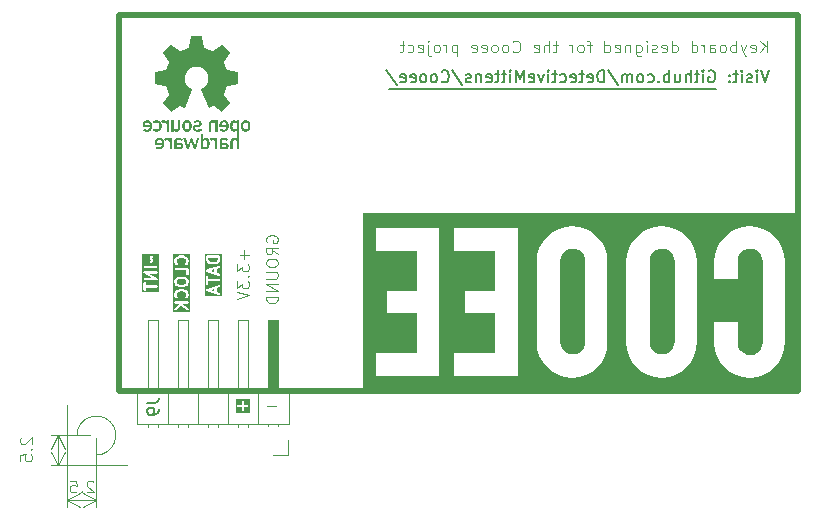
<source format=gbr>
%TF.GenerationSoftware,KiCad,Pcbnew,9.0.6*%
%TF.CreationDate,2026-02-19T22:08:45+11:00*%
%TF.ProjectId,Cooee_keyboard_68mm,436f6f65-655f-46b6-9579-626f6172645f,rev?*%
%TF.SameCoordinates,Original*%
%TF.FileFunction,Legend,Bot*%
%TF.FilePolarity,Positive*%
%FSLAX46Y46*%
G04 Gerber Fmt 4.6, Leading zero omitted, Abs format (unit mm)*
G04 Created by KiCad (PCBNEW 9.0.6) date 2026-02-19 22:08:45*
%MOMM*%
%LPD*%
G01*
G04 APERTURE LIST*
%ADD10C,0.050000*%
%ADD11C,0.000000*%
%ADD12C,0.200000*%
%ADD13C,0.500000*%
%ADD14C,0.100000*%
%ADD15C,0.125000*%
%ADD16C,0.150000*%
%ADD17C,0.120000*%
G04 APERTURE END LIST*
D10*
X117650408Y-117700000D02*
G75*
G02*
X119300000Y-119349592I1649592J0D01*
G01*
D11*
G36*
X125263463Y-92509049D02*
G01*
X125281888Y-92510368D01*
X125299929Y-92512566D01*
X125317569Y-92515643D01*
X125334793Y-92519598D01*
X125351582Y-92524432D01*
X125367922Y-92530145D01*
X125383795Y-92536735D01*
X125399185Y-92544204D01*
X125414076Y-92552550D01*
X125428450Y-92561775D01*
X125442292Y-92571877D01*
X125455585Y-92582856D01*
X125468312Y-92594713D01*
X125480457Y-92607447D01*
X125492003Y-92621058D01*
X125495813Y-92621058D01*
X125495813Y-92519881D01*
X125686895Y-92519881D01*
X125686895Y-93470000D01*
X125495813Y-93470000D01*
X125495813Y-92898341D01*
X125495547Y-92885578D01*
X125494760Y-92873272D01*
X125493467Y-92861419D01*
X125491687Y-92850016D01*
X125489435Y-92839059D01*
X125486727Y-92828546D01*
X125483580Y-92818472D01*
X125480011Y-92808835D01*
X125476035Y-92799631D01*
X125471670Y-92790857D01*
X125466931Y-92782509D01*
X125461836Y-92774584D01*
X125456400Y-92767079D01*
X125450640Y-92759990D01*
X125444572Y-92753313D01*
X125438213Y-92747046D01*
X125431580Y-92741185D01*
X125424688Y-92735727D01*
X125417555Y-92730668D01*
X125410196Y-92726004D01*
X125402628Y-92721734D01*
X125394867Y-92717852D01*
X125386931Y-92714356D01*
X125378834Y-92711242D01*
X125362228Y-92706149D01*
X125345181Y-92702544D01*
X125327823Y-92700401D01*
X125310287Y-92699693D01*
X125301331Y-92699848D01*
X125292729Y-92700322D01*
X125284436Y-92701126D01*
X125276409Y-92702271D01*
X125268604Y-92703768D01*
X125260975Y-92705628D01*
X125253480Y-92707862D01*
X125246073Y-92710481D01*
X125238711Y-92713496D01*
X125231350Y-92716919D01*
X125223945Y-92720760D01*
X125216451Y-92725030D01*
X125208826Y-92729742D01*
X125201025Y-92734904D01*
X125193003Y-92740530D01*
X125184716Y-92746629D01*
X125046021Y-92581688D01*
X125056984Y-92573455D01*
X125068090Y-92565634D01*
X125079350Y-92558241D01*
X125090775Y-92551294D01*
X125102376Y-92544807D01*
X125114163Y-92538799D01*
X125126148Y-92533285D01*
X125138341Y-92528281D01*
X125150753Y-92523805D01*
X125163394Y-92519872D01*
X125176276Y-92516499D01*
X125189410Y-92513703D01*
X125202805Y-92511499D01*
X125216473Y-92509905D01*
X125230425Y-92508936D01*
X125244671Y-92508610D01*
X125263463Y-92509049D01*
G37*
G36*
X130502735Y-93190759D02*
G01*
X130502373Y-93206105D01*
X130501294Y-93221203D01*
X130499503Y-93236040D01*
X130497007Y-93250598D01*
X130493813Y-93264863D01*
X130489926Y-93278818D01*
X130485354Y-93292448D01*
X130480103Y-93305736D01*
X130474179Y-93318668D01*
X130467590Y-93331227D01*
X130460340Y-93343397D01*
X130452438Y-93355163D01*
X130443890Y-93366509D01*
X130434701Y-93377419D01*
X130424879Y-93387877D01*
X130414430Y-93397868D01*
X130403361Y-93407376D01*
X130391677Y-93416385D01*
X130379387Y-93424879D01*
X130366495Y-93432842D01*
X130353009Y-93440259D01*
X130338935Y-93447114D01*
X130324280Y-93453391D01*
X130309050Y-93459074D01*
X130293251Y-93464147D01*
X130276891Y-93468596D01*
X130259976Y-93472403D01*
X130242511Y-93475554D01*
X130224505Y-93478031D01*
X130205962Y-93479821D01*
X130186890Y-93480906D01*
X130167296Y-93481271D01*
X130143784Y-93480919D01*
X130121711Y-93479856D01*
X130101022Y-93478075D01*
X130081661Y-93475566D01*
X130063574Y-93472321D01*
X130046707Y-93468332D01*
X130031004Y-93463590D01*
X130016411Y-93458088D01*
X130002872Y-93451815D01*
X129990334Y-93444765D01*
X129978740Y-93436928D01*
X129968037Y-93428296D01*
X129958170Y-93418861D01*
X129949084Y-93408614D01*
X129940723Y-93397547D01*
X129933034Y-93385651D01*
X129929277Y-93385651D01*
X129929277Y-93470000D01*
X129738089Y-93470000D01*
X129738089Y-93066986D01*
X129929277Y-93066986D01*
X129929277Y-93136359D01*
X129929438Y-93149864D01*
X129929926Y-93162620D01*
X129930751Y-93174649D01*
X129931923Y-93185972D01*
X129933450Y-93196609D01*
X129935342Y-93206581D01*
X129937608Y-93215911D01*
X129940257Y-93224617D01*
X129943299Y-93232722D01*
X129946742Y-93240247D01*
X129950597Y-93247211D01*
X129954872Y-93253637D01*
X129959576Y-93259546D01*
X129964719Y-93264957D01*
X129970311Y-93269893D01*
X129976359Y-93274373D01*
X129982875Y-93278420D01*
X129989866Y-93282054D01*
X129997343Y-93285296D01*
X130005314Y-93288166D01*
X130013788Y-93290687D01*
X130022776Y-93292878D01*
X130032285Y-93294762D01*
X130042327Y-93296358D01*
X130064041Y-93298772D01*
X130087992Y-93300289D01*
X130114254Y-93301076D01*
X130142901Y-93301302D01*
X130166235Y-93300654D01*
X130187766Y-93298760D01*
X130207534Y-93295691D01*
X130225582Y-93291518D01*
X130233973Y-93289040D01*
X130241950Y-93286312D01*
X130249516Y-93283345D01*
X130256679Y-93280146D01*
X130263441Y-93276726D01*
X130269810Y-93273091D01*
X130275789Y-93269253D01*
X130281384Y-93265219D01*
X130286601Y-93260998D01*
X130291443Y-93256600D01*
X130295917Y-93252034D01*
X130300028Y-93247307D01*
X130303780Y-93242430D01*
X130307179Y-93237411D01*
X130310230Y-93232259D01*
X130312937Y-93226984D01*
X130317345Y-93216097D01*
X130320442Y-93204821D01*
X130322271Y-93193229D01*
X130322871Y-93181392D01*
X130322717Y-93174960D01*
X130322254Y-93168675D01*
X130321481Y-93162539D01*
X130320396Y-93156558D01*
X130318998Y-93150735D01*
X130317285Y-93145073D01*
X130315257Y-93139576D01*
X130312911Y-93134249D01*
X130310247Y-93129094D01*
X130307263Y-93124117D01*
X130303957Y-93119319D01*
X130300329Y-93114707D01*
X130296377Y-93110282D01*
X130292099Y-93106049D01*
X130287494Y-93102011D01*
X130282562Y-93098174D01*
X130277299Y-93094539D01*
X130271706Y-93091112D01*
X130265780Y-93087895D01*
X130259521Y-93084893D01*
X130252926Y-93082109D01*
X130245995Y-93079548D01*
X130238727Y-93077212D01*
X130231118Y-93075106D01*
X130223170Y-93073234D01*
X130214879Y-93071599D01*
X130206245Y-93070205D01*
X130197267Y-93069057D01*
X130187942Y-93068156D01*
X130178269Y-93067509D01*
X130168248Y-93067117D01*
X130157877Y-93066986D01*
X129929277Y-93066986D01*
X129738089Y-93066986D01*
X129738089Y-92821559D01*
X129738559Y-92800055D01*
X129739956Y-92779448D01*
X129742266Y-92759724D01*
X129745473Y-92740869D01*
X129749558Y-92722868D01*
X129754508Y-92705708D01*
X129760306Y-92689375D01*
X129766934Y-92673854D01*
X129774379Y-92659132D01*
X129782622Y-92645194D01*
X129791649Y-92632027D01*
X129801442Y-92619616D01*
X129811987Y-92607948D01*
X129823266Y-92597008D01*
X129835264Y-92586782D01*
X129847964Y-92577256D01*
X129861350Y-92568417D01*
X129875407Y-92560249D01*
X129890118Y-92552740D01*
X129905466Y-92545875D01*
X129921437Y-92539639D01*
X129938013Y-92534020D01*
X129955179Y-92529002D01*
X129972918Y-92524572D01*
X129991214Y-92520716D01*
X130010051Y-92517420D01*
X130049285Y-92512451D01*
X130090489Y-92509551D01*
X130133535Y-92508610D01*
X130159807Y-92509055D01*
X130185207Y-92510415D01*
X130209745Y-92512730D01*
X130233428Y-92516038D01*
X130256265Y-92520378D01*
X130278264Y-92525788D01*
X130299434Y-92532308D01*
X130319782Y-92539976D01*
X130339317Y-92548831D01*
X130358048Y-92558912D01*
X130375982Y-92570257D01*
X130393129Y-92582905D01*
X130409495Y-92596895D01*
X130425090Y-92612266D01*
X130439922Y-92629056D01*
X130453998Y-92647305D01*
X130304086Y-92761605D01*
X130300886Y-92756614D01*
X130297601Y-92751827D01*
X130294226Y-92747243D01*
X130290751Y-92742857D01*
X130287170Y-92738668D01*
X130283476Y-92734671D01*
X130279662Y-92730863D01*
X130275721Y-92727243D01*
X130271644Y-92723806D01*
X130267426Y-92720550D01*
X130263059Y-92717471D01*
X130258535Y-92714567D01*
X130253848Y-92711834D01*
X130248990Y-92709269D01*
X130243954Y-92706870D01*
X130238734Y-92704633D01*
X130233321Y-92702556D01*
X130227708Y-92700634D01*
X130221889Y-92698866D01*
X130215856Y-92697247D01*
X130209603Y-92695776D01*
X130203121Y-92694449D01*
X130196403Y-92693262D01*
X130189443Y-92692214D01*
X130174767Y-92690518D01*
X130159034Y-92689336D01*
X130142187Y-92688646D01*
X130124169Y-92688421D01*
X130099438Y-92688802D01*
X130076521Y-92689970D01*
X130055388Y-92691963D01*
X130036009Y-92694820D01*
X130018353Y-92698578D01*
X130002391Y-92703275D01*
X129988092Y-92708950D01*
X129981557Y-92712166D01*
X129975427Y-92715640D01*
X129969697Y-92719378D01*
X129964364Y-92723384D01*
X129959424Y-92727663D01*
X129954874Y-92732220D01*
X129950710Y-92737059D01*
X129946927Y-92742185D01*
X129943523Y-92747603D01*
X129940493Y-92753318D01*
X129937833Y-92759334D01*
X129935540Y-92765657D01*
X129933611Y-92772290D01*
X129932041Y-92779239D01*
X129930826Y-92786509D01*
X129929963Y-92794104D01*
X129929277Y-92810288D01*
X129929277Y-92909612D01*
X130193543Y-92909612D01*
X130212401Y-92909988D01*
X130230676Y-92911102D01*
X130248367Y-92912936D01*
X130265473Y-92915468D01*
X130281993Y-92918680D01*
X130297925Y-92922553D01*
X130313270Y-92927066D01*
X130328025Y-92932199D01*
X130342191Y-92937935D01*
X130355765Y-92944252D01*
X130368746Y-92951131D01*
X130381135Y-92958553D01*
X130392929Y-92966497D01*
X130404128Y-92974946D01*
X130414730Y-92983878D01*
X130424736Y-92993274D01*
X130434142Y-93003115D01*
X130442949Y-93013380D01*
X130451156Y-93024052D01*
X130458762Y-93035109D01*
X130465764Y-93046532D01*
X130472164Y-93058302D01*
X130477958Y-93070399D01*
X130483147Y-93082804D01*
X130487730Y-93095496D01*
X130491704Y-93108457D01*
X130495071Y-93121667D01*
X130497827Y-93135105D01*
X130499972Y-93148754D01*
X130501506Y-93162592D01*
X130502427Y-93176600D01*
X130502531Y-93181392D01*
X130502735Y-93190759D01*
G37*
G36*
X129137757Y-91008227D02*
G01*
X129156184Y-91009546D01*
X129174227Y-91011744D01*
X129191870Y-91014820D01*
X129209097Y-91018776D01*
X129225890Y-91023610D01*
X129242233Y-91029322D01*
X129258109Y-91035913D01*
X129273501Y-91043381D01*
X129288393Y-91051728D01*
X129302767Y-91060952D01*
X129316608Y-91071054D01*
X129329898Y-91082034D01*
X129342621Y-91093891D01*
X129354759Y-91106625D01*
X129366297Y-91120235D01*
X129370107Y-91120235D01*
X129370107Y-91019058D01*
X129561242Y-91019058D01*
X129561242Y-91969177D01*
X129370107Y-91969177D01*
X129370107Y-91403340D01*
X129369872Y-91391371D01*
X129369175Y-91379724D01*
X129368025Y-91368404D01*
X129366431Y-91357414D01*
X129364404Y-91346759D01*
X129361953Y-91336441D01*
X129359087Y-91326464D01*
X129355816Y-91316833D01*
X129352150Y-91307551D01*
X129348098Y-91298622D01*
X129343670Y-91290050D01*
X129338875Y-91281837D01*
X129333724Y-91273989D01*
X129328225Y-91266509D01*
X129322389Y-91259400D01*
X129316224Y-91252666D01*
X129309741Y-91246312D01*
X129302950Y-91240340D01*
X129295859Y-91234755D01*
X129288479Y-91229560D01*
X129280818Y-91224759D01*
X129272887Y-91220356D01*
X129264696Y-91216354D01*
X129256253Y-91212758D01*
X129247569Y-91209571D01*
X129238653Y-91206796D01*
X129229514Y-91204439D01*
X129220163Y-91202501D01*
X129210609Y-91200988D01*
X129200861Y-91199902D01*
X129190929Y-91199248D01*
X129180824Y-91199029D01*
X129170886Y-91199248D01*
X129161112Y-91199902D01*
X129151512Y-91200988D01*
X129142096Y-91202501D01*
X129132873Y-91204439D01*
X129123853Y-91206797D01*
X129115047Y-91209571D01*
X129106465Y-91212758D01*
X129098116Y-91216354D01*
X129090010Y-91220356D01*
X129082158Y-91224759D01*
X129074569Y-91229560D01*
X129067253Y-91234755D01*
X129060220Y-91240340D01*
X129053480Y-91246312D01*
X129047044Y-91252667D01*
X129040920Y-91259400D01*
X129035119Y-91266509D01*
X129029652Y-91273990D01*
X129024527Y-91281838D01*
X129019755Y-91290050D01*
X129015345Y-91298623D01*
X129011309Y-91307552D01*
X129007655Y-91316834D01*
X129004393Y-91326465D01*
X129001535Y-91336441D01*
X128999088Y-91346759D01*
X128997064Y-91357415D01*
X128995473Y-91368404D01*
X128994324Y-91379724D01*
X128993627Y-91391371D01*
X128993393Y-91403340D01*
X128993393Y-91969177D01*
X128802258Y-91969177D01*
X128802258Y-91337669D01*
X128802746Y-91317756D01*
X128804188Y-91298438D01*
X128806549Y-91279718D01*
X128809794Y-91261599D01*
X128813888Y-91244083D01*
X128818797Y-91227172D01*
X128824487Y-91210869D01*
X128830922Y-91195177D01*
X128838068Y-91180096D01*
X128845891Y-91165631D01*
X128854355Y-91151783D01*
X128863426Y-91138554D01*
X128873070Y-91125948D01*
X128883251Y-91113966D01*
X128893935Y-91102611D01*
X128905088Y-91091885D01*
X128916675Y-91081791D01*
X128928660Y-91072330D01*
X128941011Y-91063506D01*
X128953691Y-91055321D01*
X128966666Y-91047777D01*
X128979901Y-91040876D01*
X128993363Y-91034622D01*
X129007016Y-91029015D01*
X129034756Y-91019757D01*
X129062846Y-91013120D01*
X129091008Y-91009124D01*
X129105029Y-91008122D01*
X129118964Y-91007787D01*
X129137757Y-91008227D01*
G37*
G36*
X124441884Y-91009429D02*
G01*
X124462209Y-91011502D01*
X124482379Y-91014427D01*
X124502355Y-91018216D01*
X124522100Y-91022883D01*
X124541577Y-91028441D01*
X124560749Y-91034903D01*
X124579577Y-91042282D01*
X124598025Y-91050590D01*
X124616056Y-91059842D01*
X124633631Y-91070049D01*
X124650713Y-91081225D01*
X124667266Y-91093383D01*
X124683251Y-91106536D01*
X124698631Y-91120698D01*
X124713368Y-91135880D01*
X124727426Y-91152096D01*
X124740767Y-91169359D01*
X124753354Y-91187683D01*
X124765148Y-91207079D01*
X124776114Y-91227562D01*
X124786212Y-91249144D01*
X124795406Y-91271838D01*
X124803659Y-91295657D01*
X124810933Y-91320614D01*
X124817190Y-91346723D01*
X124822394Y-91373996D01*
X124826506Y-91402446D01*
X124829489Y-91432086D01*
X124831307Y-91462930D01*
X124831921Y-91494991D01*
X124831307Y-91526901D01*
X124829489Y-91557605D01*
X124826506Y-91587113D01*
X124822394Y-91615439D01*
X124817190Y-91642596D01*
X124810933Y-91668596D01*
X124803659Y-91693453D01*
X124795406Y-91717178D01*
X124786212Y-91739785D01*
X124776114Y-91761287D01*
X124765148Y-91781696D01*
X124753354Y-91801024D01*
X124740767Y-91819286D01*
X124727426Y-91836493D01*
X124713368Y-91852658D01*
X124698631Y-91867794D01*
X124683251Y-91881915D01*
X124667266Y-91895031D01*
X124650713Y-91907157D01*
X124633631Y-91918305D01*
X124616056Y-91928488D01*
X124598025Y-91937718D01*
X124579577Y-91946009D01*
X124560749Y-91953373D01*
X124522100Y-91965371D01*
X124482379Y-91973815D01*
X124441884Y-91978806D01*
X124400915Y-91980447D01*
X124374209Y-91979645D01*
X124348206Y-91977280D01*
X124322911Y-91973416D01*
X124298327Y-91968116D01*
X124274455Y-91961444D01*
X124251301Y-91953463D01*
X124228866Y-91944236D01*
X124207154Y-91933828D01*
X124186168Y-91922300D01*
X124165912Y-91909718D01*
X124146388Y-91896143D01*
X124127599Y-91881640D01*
X124109550Y-91866272D01*
X124092242Y-91850103D01*
X124075680Y-91833195D01*
X124059866Y-91815612D01*
X124200413Y-91690041D01*
X124209434Y-91700732D01*
X124218924Y-91710991D01*
X124228870Y-91720783D01*
X124239258Y-91730073D01*
X124250075Y-91738824D01*
X124261305Y-91747002D01*
X124272936Y-91754570D01*
X124284954Y-91761492D01*
X124297345Y-91767734D01*
X124310094Y-91773259D01*
X124323188Y-91778032D01*
X124336613Y-91782017D01*
X124350356Y-91785179D01*
X124364401Y-91787481D01*
X124371534Y-91788299D01*
X124378736Y-91788889D01*
X124386008Y-91789246D01*
X124393347Y-91789366D01*
X124407740Y-91789107D01*
X124421755Y-91788326D01*
X124435387Y-91787017D01*
X124448631Y-91785175D01*
X124461481Y-91782795D01*
X124473933Y-91779871D01*
X124485981Y-91776398D01*
X124497620Y-91772369D01*
X124508845Y-91767780D01*
X124519651Y-91762626D01*
X124530031Y-91756900D01*
X124539983Y-91750597D01*
X124549499Y-91743712D01*
X124558575Y-91736240D01*
X124567206Y-91728174D01*
X124575387Y-91719509D01*
X124583112Y-91710241D01*
X124590376Y-91700363D01*
X124597174Y-91689869D01*
X124603501Y-91678755D01*
X124609352Y-91667015D01*
X124614721Y-91654644D01*
X124619603Y-91641635D01*
X124623993Y-91627984D01*
X124627887Y-91613685D01*
X124631278Y-91598733D01*
X124634161Y-91583122D01*
X124636532Y-91566846D01*
X124638385Y-91549901D01*
X124639715Y-91532280D01*
X124640517Y-91513978D01*
X124640785Y-91494991D01*
X124639716Y-91457395D01*
X124636534Y-91422563D01*
X124634164Y-91406169D01*
X124631282Y-91390448D01*
X124627893Y-91375395D01*
X124624001Y-91361004D01*
X124619612Y-91347269D01*
X124614731Y-91334183D01*
X124609364Y-91321742D01*
X124603515Y-91309940D01*
X124597190Y-91298770D01*
X124590393Y-91288226D01*
X124583131Y-91278304D01*
X124575407Y-91268997D01*
X124567228Y-91260299D01*
X124558598Y-91252204D01*
X124549522Y-91244707D01*
X124540006Y-91237802D01*
X124530055Y-91231483D01*
X124519674Y-91225744D01*
X124508868Y-91220579D01*
X124497643Y-91215982D01*
X124486003Y-91211949D01*
X124473953Y-91208471D01*
X124461499Y-91205545D01*
X124448646Y-91203164D01*
X124421764Y-91200014D01*
X124393347Y-91198975D01*
X124378736Y-91199452D01*
X124364399Y-91200859D01*
X124350351Y-91203162D01*
X124336606Y-91206323D01*
X124323177Y-91210309D01*
X124310080Y-91215082D01*
X124297327Y-91220607D01*
X124284934Y-91226849D01*
X124272915Y-91233771D01*
X124261282Y-91241339D01*
X124250051Y-91249517D01*
X124239236Y-91258268D01*
X124228850Y-91267558D01*
X124218909Y-91277350D01*
X124209425Y-91287609D01*
X124200413Y-91298299D01*
X124059866Y-91172728D01*
X124075689Y-91155118D01*
X124092259Y-91138187D01*
X124109574Y-91121999D01*
X124127629Y-91106616D01*
X124146421Y-91092101D01*
X124165948Y-91078519D01*
X124186207Y-91065930D01*
X124207193Y-91054399D01*
X124228904Y-91043989D01*
X124251337Y-91034763D01*
X124274489Y-91026782D01*
X124298356Y-91020112D01*
X124322935Y-91014814D01*
X124348224Y-91010952D01*
X124361133Y-91009579D01*
X124374218Y-91008588D01*
X124387479Y-91007988D01*
X124400915Y-91007787D01*
X124441884Y-91009429D01*
G37*
G36*
X127060559Y-93185149D02*
G01*
X127064422Y-93185149D01*
X127279898Y-92519881D01*
X127418593Y-92519881D01*
X127634069Y-93185149D01*
X127637826Y-93185149D01*
X127819648Y-92519881D01*
X128022002Y-92519881D01*
X127718419Y-93470000D01*
X127549773Y-93470000D01*
X127351124Y-92804678D01*
X127347367Y-92804678D01*
X127148718Y-93470000D01*
X126979967Y-93470000D01*
X126676437Y-92519881D01*
X126878896Y-92519881D01*
X127060559Y-93185149D01*
G37*
G36*
X128234627Y-83903722D02*
G01*
X128236637Y-83903872D01*
X128238637Y-83904119D01*
X128240624Y-83904459D01*
X128242596Y-83904892D01*
X128244550Y-83905414D01*
X128246481Y-83906022D01*
X128248388Y-83906716D01*
X128250267Y-83907491D01*
X128252116Y-83908345D01*
X128255709Y-83910283D01*
X128259143Y-83912509D01*
X128262395Y-83915003D01*
X128265441Y-83917746D01*
X128268256Y-83920717D01*
X128270816Y-83923898D01*
X128271994Y-83925561D01*
X128273098Y-83927269D01*
X128274128Y-83929019D01*
X128275078Y-83930809D01*
X128275947Y-83932636D01*
X128276732Y-83934498D01*
X128277429Y-83936393D01*
X128278035Y-83938318D01*
X128278548Y-83940271D01*
X128278965Y-83942248D01*
X128446393Y-84841990D01*
X128447329Y-84845984D01*
X128448616Y-84849992D01*
X128450229Y-84853987D01*
X128452148Y-84857944D01*
X128454349Y-84861836D01*
X128456811Y-84865636D01*
X128459511Y-84869320D01*
X128462427Y-84872861D01*
X128465536Y-84876232D01*
X128468817Y-84879408D01*
X128472246Y-84882362D01*
X128475801Y-84885069D01*
X128479461Y-84887501D01*
X128483203Y-84889634D01*
X128487004Y-84891441D01*
X128490843Y-84892896D01*
X129093934Y-85139752D01*
X129097690Y-85141402D01*
X129101671Y-85142779D01*
X129105843Y-85143888D01*
X129110171Y-85144729D01*
X129114619Y-85145306D01*
X129119152Y-85145621D01*
X129123737Y-85145676D01*
X129128337Y-85145474D01*
X129132917Y-85145017D01*
X129137444Y-85144308D01*
X129141882Y-85143348D01*
X129146195Y-85142141D01*
X129150349Y-85140689D01*
X129154310Y-85138994D01*
X129158041Y-85137058D01*
X129161509Y-85134884D01*
X129913137Y-84619052D01*
X129914835Y-84617950D01*
X129916583Y-84616932D01*
X129918378Y-84616001D01*
X129920215Y-84615154D01*
X129922090Y-84614393D01*
X129924001Y-84613716D01*
X129927910Y-84612613D01*
X129931912Y-84611844D01*
X129935976Y-84611406D01*
X129940071Y-84611297D01*
X129944166Y-84611512D01*
X129948231Y-84612050D01*
X129952235Y-84612907D01*
X129956147Y-84614081D01*
X129959936Y-84615570D01*
X129963572Y-84617370D01*
X129965322Y-84618385D01*
X129967023Y-84619478D01*
X129968670Y-84620647D01*
X129970260Y-84621892D01*
X129971788Y-84623213D01*
X129973250Y-84624609D01*
X130606346Y-85257651D01*
X130607737Y-85259118D01*
X130609054Y-85260651D01*
X130610295Y-85262244D01*
X130611461Y-85263895D01*
X130612551Y-85265599D01*
X130613565Y-85267353D01*
X130614502Y-85269153D01*
X130615362Y-85270995D01*
X130616145Y-85272874D01*
X130616849Y-85274788D01*
X130618024Y-85278703D01*
X130618883Y-85282709D01*
X130619423Y-85286775D01*
X130619641Y-85290869D01*
X130619534Y-85294963D01*
X130619099Y-85299023D01*
X130618758Y-85301032D01*
X130618334Y-85303021D01*
X130617826Y-85304986D01*
X130617234Y-85306925D01*
X130616558Y-85308831D01*
X130615798Y-85310703D01*
X130614952Y-85312536D01*
X130614021Y-85314327D01*
X130613005Y-85316071D01*
X130611902Y-85317764D01*
X130105013Y-86056481D01*
X130102852Y-86059972D01*
X130100933Y-86063718D01*
X130099260Y-86067683D01*
X130097834Y-86071834D01*
X130096657Y-86076136D01*
X130095733Y-86080556D01*
X130095062Y-86085060D01*
X130094648Y-86089613D01*
X130094492Y-86094182D01*
X130094598Y-86098732D01*
X130094966Y-86103229D01*
X130095600Y-86107640D01*
X130096501Y-86111931D01*
X130097672Y-86116066D01*
X130099115Y-86120013D01*
X130100833Y-86123738D01*
X130367533Y-86745826D01*
X130368244Y-86747739D01*
X130369046Y-86749646D01*
X130370909Y-86753431D01*
X130373095Y-86757158D01*
X130375578Y-86760806D01*
X130378332Y-86764350D01*
X130381331Y-86767770D01*
X130384549Y-86771042D01*
X130387959Y-86774143D01*
X130391535Y-86777052D01*
X130395251Y-86779745D01*
X130399081Y-86782200D01*
X130402998Y-86784395D01*
X130406977Y-86786306D01*
X130410992Y-86787912D01*
X130415015Y-86789190D01*
X130417021Y-86789699D01*
X130419021Y-86790117D01*
X131288865Y-86951883D01*
X131290847Y-86952309D01*
X131292804Y-86952831D01*
X131294732Y-86953445D01*
X131296630Y-86954149D01*
X131298495Y-86954940D01*
X131300324Y-86955814D01*
X131302116Y-86956770D01*
X131303867Y-86957804D01*
X131305575Y-86958912D01*
X131307238Y-86960093D01*
X131308853Y-86961343D01*
X131310419Y-86962659D01*
X131311932Y-86964038D01*
X131313389Y-86965477D01*
X131314790Y-86966974D01*
X131316130Y-86968526D01*
X131317408Y-86970129D01*
X131318622Y-86971780D01*
X131319768Y-86973477D01*
X131320844Y-86975216D01*
X131321849Y-86976996D01*
X131322779Y-86978812D01*
X131323631Y-86980661D01*
X131324405Y-86982542D01*
X131325097Y-86984451D01*
X131325704Y-86986384D01*
X131326225Y-86988340D01*
X131326656Y-86990314D01*
X131326996Y-86992305D01*
X131327242Y-86994309D01*
X131327391Y-86996323D01*
X131327441Y-86998344D01*
X131327388Y-87893641D01*
X131327338Y-87895663D01*
X131327188Y-87897679D01*
X131326942Y-87899684D01*
X131326601Y-87901678D01*
X131326168Y-87903656D01*
X131325646Y-87905615D01*
X131325038Y-87907553D01*
X131324345Y-87909466D01*
X131322715Y-87913206D01*
X131320777Y-87916811D01*
X131318552Y-87920257D01*
X131316057Y-87923519D01*
X131313314Y-87926574D01*
X131310343Y-87929397D01*
X131307162Y-87931963D01*
X131305499Y-87933143D01*
X131303791Y-87934249D01*
X131302041Y-87935279D01*
X131300252Y-87936230D01*
X131298424Y-87937099D01*
X131296562Y-87937882D01*
X131294667Y-87938577D01*
X131292742Y-87939181D01*
X131290790Y-87939690D01*
X131288812Y-87940102D01*
X130440293Y-88098006D01*
X130438300Y-88098415D01*
X130436302Y-88098917D01*
X130432301Y-88100187D01*
X130428318Y-88101793D01*
X130424378Y-88103711D01*
X130420507Y-88105918D01*
X130416731Y-88108390D01*
X130413076Y-88111105D01*
X130409568Y-88114039D01*
X130406234Y-88117170D01*
X130403098Y-88120472D01*
X130400187Y-88123925D01*
X130397527Y-88127503D01*
X130395144Y-88131185D01*
X130393064Y-88134946D01*
X130391313Y-88138764D01*
X130390569Y-88140686D01*
X130389917Y-88142614D01*
X130125016Y-88804337D01*
X130123376Y-88808101D01*
X130122009Y-88812087D01*
X130120910Y-88816261D01*
X130120079Y-88820588D01*
X130119512Y-88825034D01*
X130119207Y-88829564D01*
X130119161Y-88834144D01*
X130119373Y-88838740D01*
X130119840Y-88843316D01*
X130120560Y-88847838D01*
X130121529Y-88852272D01*
X130122746Y-88856583D01*
X130124208Y-88860737D01*
X130125914Y-88864700D01*
X130127859Y-88868436D01*
X130130043Y-88871912D01*
X130612008Y-89574275D01*
X130613106Y-89575968D01*
X130614118Y-89577713D01*
X130615046Y-89579504D01*
X130615888Y-89581338D01*
X130616646Y-89583211D01*
X130617320Y-89585119D01*
X130618417Y-89589026D01*
X130619182Y-89593028D01*
X130619616Y-89597093D01*
X130619725Y-89601191D01*
X130619509Y-89605291D01*
X130618971Y-89609361D01*
X130618116Y-89613372D01*
X130616945Y-89617291D01*
X130615461Y-89621089D01*
X130613666Y-89624733D01*
X130612654Y-89626489D01*
X130611565Y-89628194D01*
X130610400Y-89629846D01*
X130609159Y-89631440D01*
X130607843Y-89632973D01*
X130606452Y-89634441D01*
X129973304Y-90267483D01*
X129971841Y-90268870D01*
X129970313Y-90270181D01*
X129968723Y-90271418D01*
X129967076Y-90272579D01*
X129965376Y-90273665D01*
X129963625Y-90274674D01*
X129961828Y-90275607D01*
X129959989Y-90276462D01*
X129958112Y-90277241D01*
X129956200Y-90277942D01*
X129952288Y-90279110D01*
X129948284Y-90279964D01*
X129944219Y-90280501D01*
X129940124Y-90280717D01*
X129936029Y-90280611D01*
X129931965Y-90280179D01*
X129929954Y-90279840D01*
X129927963Y-90279419D01*
X129925995Y-90278915D01*
X129924054Y-90278328D01*
X129922144Y-90277657D01*
X129920268Y-90276903D01*
X129918431Y-90276064D01*
X129916637Y-90275141D01*
X129914888Y-90274133D01*
X129913190Y-90273040D01*
X129223263Y-89799488D01*
X129219794Y-89797338D01*
X129216077Y-89795451D01*
X129212148Y-89793829D01*
X129208038Y-89792473D01*
X129203784Y-89791382D01*
X129199418Y-89790560D01*
X129194974Y-89790005D01*
X129190487Y-89789719D01*
X129185991Y-89789702D01*
X129181520Y-89789957D01*
X129177107Y-89790482D01*
X129172788Y-89791280D01*
X129168595Y-89792352D01*
X129164562Y-89793697D01*
X129160725Y-89795317D01*
X129157117Y-89797213D01*
X128852846Y-89959667D01*
X128851031Y-89960537D01*
X128849201Y-89961302D01*
X128847358Y-89961962D01*
X128845506Y-89962520D01*
X128843647Y-89962976D01*
X128841786Y-89963332D01*
X128839925Y-89963589D01*
X128838067Y-89963747D01*
X128836217Y-89963809D01*
X128834375Y-89963776D01*
X128832548Y-89963647D01*
X128830736Y-89963426D01*
X128828943Y-89963112D01*
X128827174Y-89962708D01*
X128825430Y-89962214D01*
X128823715Y-89961632D01*
X128822033Y-89960962D01*
X128820386Y-89960206D01*
X128818777Y-89959365D01*
X128817211Y-89958441D01*
X128815689Y-89957434D01*
X128814216Y-89956346D01*
X128812794Y-89955177D01*
X128811427Y-89953930D01*
X128810118Y-89952605D01*
X128808869Y-89951203D01*
X128807685Y-89949726D01*
X128806568Y-89948175D01*
X128805522Y-89946551D01*
X128804550Y-89944855D01*
X128803655Y-89943088D01*
X128802840Y-89941252D01*
X128175460Y-88425348D01*
X128174730Y-88423462D01*
X128174095Y-88421548D01*
X128173556Y-88419608D01*
X128173111Y-88417647D01*
X128172758Y-88415669D01*
X128172496Y-88413676D01*
X128172243Y-88409661D01*
X128172341Y-88405634D01*
X128172780Y-88401621D01*
X128173552Y-88397652D01*
X128174646Y-88393757D01*
X128176054Y-88389963D01*
X128177765Y-88386299D01*
X128179771Y-88382795D01*
X128182061Y-88379479D01*
X128184625Y-88376380D01*
X128186008Y-88374921D01*
X128187456Y-88373527D01*
X128188968Y-88372202D01*
X128190542Y-88370949D01*
X128192178Y-88369772D01*
X128193875Y-88368674D01*
X128270022Y-88322055D01*
X128275518Y-88318564D01*
X128281379Y-88314580D01*
X128287495Y-88310189D01*
X128293762Y-88305478D01*
X128300070Y-88300535D01*
X128306314Y-88295444D01*
X128312385Y-88290294D01*
X128318177Y-88285172D01*
X128368576Y-88250669D01*
X128416677Y-88213206D01*
X128462348Y-88172916D01*
X128505458Y-88129928D01*
X128545875Y-88084372D01*
X128583467Y-88036380D01*
X128618104Y-87986081D01*
X128649653Y-87933607D01*
X128677983Y-87879087D01*
X128690900Y-87851102D01*
X128702963Y-87822653D01*
X128714155Y-87793759D01*
X128724460Y-87764435D01*
X128733862Y-87734698D01*
X128742344Y-87704564D01*
X128749890Y-87674049D01*
X128756483Y-87643169D01*
X128762107Y-87611941D01*
X128766745Y-87580382D01*
X128770381Y-87548507D01*
X128772998Y-87516333D01*
X128774581Y-87483876D01*
X128775112Y-87451152D01*
X128773824Y-87400200D01*
X128770000Y-87349916D01*
X128763703Y-87300364D01*
X128754995Y-87251605D01*
X128743938Y-87203701D01*
X128730594Y-87156716D01*
X128715027Y-87110710D01*
X128697297Y-87065747D01*
X128677468Y-87021888D01*
X128655601Y-86979196D01*
X128631759Y-86937733D01*
X128606003Y-86897560D01*
X128578397Y-86858741D01*
X128549002Y-86821337D01*
X128517881Y-86785411D01*
X128485096Y-86751025D01*
X128450708Y-86718241D01*
X128414781Y-86687121D01*
X128377377Y-86657728D01*
X128338557Y-86630123D01*
X128298385Y-86604370D01*
X128256921Y-86580529D01*
X128214230Y-86558664D01*
X128170371Y-86538836D01*
X128125409Y-86521108D01*
X128079405Y-86505542D01*
X128032422Y-86492200D01*
X127984521Y-86481144D01*
X127935765Y-86472437D01*
X127886216Y-86466140D01*
X127835936Y-86462317D01*
X127784988Y-86461029D01*
X127734041Y-86462317D01*
X127683762Y-86466140D01*
X127634213Y-86472437D01*
X127585458Y-86481144D01*
X127537559Y-86492200D01*
X127490577Y-86505542D01*
X127444574Y-86521108D01*
X127399614Y-86538836D01*
X127355758Y-86558664D01*
X127313068Y-86580529D01*
X127271607Y-86604370D01*
X127231436Y-86630123D01*
X127192619Y-86657728D01*
X127155217Y-86687121D01*
X127119292Y-86718241D01*
X127084908Y-86751025D01*
X127052125Y-86785411D01*
X127021006Y-86821337D01*
X126991614Y-86858741D01*
X126964010Y-86897560D01*
X126938257Y-86937733D01*
X126914416Y-86979196D01*
X126892552Y-87021888D01*
X126872724Y-87065747D01*
X126854996Y-87110710D01*
X126839430Y-87156716D01*
X126826088Y-87203701D01*
X126815033Y-87251605D01*
X126806326Y-87300364D01*
X126800029Y-87349916D01*
X126796206Y-87400200D01*
X126794918Y-87451152D01*
X126797031Y-87516333D01*
X126803283Y-87580382D01*
X126813542Y-87643169D01*
X126827678Y-87704564D01*
X126845559Y-87764435D01*
X126867053Y-87822653D01*
X126892029Y-87879087D01*
X126920357Y-87933607D01*
X126951904Y-87986081D01*
X126986539Y-88036380D01*
X127024131Y-88084372D01*
X127064550Y-88129927D01*
X127107662Y-88172916D01*
X127153338Y-88213206D01*
X127201445Y-88250669D01*
X127251853Y-88285172D01*
X127257612Y-88290294D01*
X127263662Y-88295444D01*
X127269893Y-88300535D01*
X127276195Y-88305479D01*
X127282457Y-88310190D01*
X127288569Y-88314580D01*
X127294421Y-88318564D01*
X127299902Y-88322055D01*
X127376049Y-88368674D01*
X127377736Y-88369772D01*
X127379363Y-88370949D01*
X127380930Y-88372202D01*
X127382435Y-88373527D01*
X127383877Y-88374921D01*
X127385254Y-88376380D01*
X127386566Y-88377901D01*
X127387811Y-88379479D01*
X127388988Y-88381112D01*
X127390096Y-88382795D01*
X127391133Y-88384525D01*
X127392098Y-88386299D01*
X127392990Y-88388113D01*
X127393809Y-88389963D01*
X127394552Y-88391845D01*
X127395218Y-88393757D01*
X127395806Y-88395694D01*
X127396316Y-88397652D01*
X127396745Y-88399629D01*
X127397092Y-88401621D01*
X127397357Y-88403624D01*
X127397538Y-88405634D01*
X127397634Y-88407647D01*
X127397644Y-88409661D01*
X127397566Y-88411672D01*
X127397399Y-88413676D01*
X127397142Y-88415669D01*
X127396793Y-88417647D01*
X127396353Y-88419608D01*
X127395818Y-88421548D01*
X127395189Y-88423462D01*
X127394464Y-88425348D01*
X126767136Y-89941305D01*
X126766321Y-89943141D01*
X126765427Y-89944907D01*
X126764455Y-89946602D01*
X126763410Y-89948225D01*
X126762294Y-89949775D01*
X126761111Y-89951251D01*
X126759864Y-89952651D01*
X126758556Y-89953975D01*
X126757191Y-89955221D01*
X126755771Y-89956387D01*
X126754299Y-89957474D01*
X126752779Y-89958479D01*
X126751214Y-89959402D01*
X126749607Y-89960241D01*
X126747962Y-89960996D01*
X126746281Y-89961664D01*
X126744567Y-89962246D01*
X126742824Y-89962739D01*
X126741055Y-89963142D01*
X126739264Y-89963455D01*
X126737452Y-89963676D01*
X126735624Y-89963805D01*
X126733783Y-89963839D01*
X126731931Y-89963778D01*
X126730072Y-89963620D01*
X126728210Y-89963365D01*
X126726347Y-89963011D01*
X126724486Y-89962557D01*
X126722630Y-89962002D01*
X126720784Y-89961345D01*
X126718950Y-89960585D01*
X126717130Y-89959719D01*
X126412859Y-89797266D01*
X126409242Y-89795369D01*
X126405399Y-89793747D01*
X126401362Y-89792400D01*
X126397166Y-89791326D01*
X126392845Y-89790524D01*
X126388433Y-89789995D01*
X126383963Y-89789738D01*
X126379469Y-89789751D01*
X126374985Y-89790035D01*
X126370545Y-89790589D01*
X126366182Y-89791411D01*
X126361930Y-89792503D01*
X126357824Y-89793862D01*
X126353897Y-89795488D01*
X126350182Y-89797382D01*
X126346714Y-89799541D01*
X125656733Y-90273092D01*
X125655039Y-90274185D01*
X125653295Y-90275193D01*
X125651504Y-90276116D01*
X125649670Y-90276955D01*
X125647797Y-90277710D01*
X125645889Y-90278380D01*
X125641983Y-90279472D01*
X125637983Y-90280232D01*
X125633921Y-90280663D01*
X125629826Y-90280770D01*
X125625731Y-90280553D01*
X125621666Y-90280017D01*
X125617662Y-90279163D01*
X125613751Y-90277995D01*
X125609964Y-90276515D01*
X125606331Y-90274726D01*
X125604583Y-90273717D01*
X125602885Y-90272632D01*
X125601241Y-90271470D01*
X125599655Y-90270234D01*
X125598131Y-90268922D01*
X125596673Y-90267535D01*
X124963525Y-89634494D01*
X124962128Y-89633026D01*
X124960808Y-89631493D01*
X124959563Y-89629899D01*
X124958394Y-89628247D01*
X124957301Y-89626541D01*
X124956286Y-89624786D01*
X124955347Y-89622985D01*
X124954486Y-89621141D01*
X124953703Y-89619260D01*
X124952998Y-89617344D01*
X124951823Y-89613424D01*
X124950966Y-89609414D01*
X124950428Y-89605343D01*
X124950213Y-89601243D01*
X124950323Y-89597145D01*
X124950761Y-89593080D01*
X124951104Y-89591070D01*
X124951530Y-89589079D01*
X124952039Y-89587111D01*
X124952632Y-89585172D01*
X124953309Y-89583263D01*
X124954071Y-89581390D01*
X124954917Y-89579556D01*
X124955849Y-89577765D01*
X124956866Y-89576021D01*
X124957969Y-89574327D01*
X125439986Y-88871964D01*
X125442152Y-88868489D01*
X125444083Y-88864752D01*
X125445776Y-88860790D01*
X125447230Y-88856636D01*
X125448441Y-88852324D01*
X125449406Y-88847890D01*
X125450123Y-88843368D01*
X125450589Y-88838792D01*
X125450802Y-88834197D01*
X125450758Y-88829617D01*
X125450455Y-88825087D01*
X125449891Y-88820641D01*
X125449061Y-88816314D01*
X125447965Y-88812140D01*
X125446599Y-88808153D01*
X125444960Y-88804390D01*
X125180060Y-88142667D01*
X125179403Y-88140739D01*
X125178656Y-88138816D01*
X125176901Y-88134999D01*
X125174822Y-88131238D01*
X125172442Y-88127556D01*
X125169789Y-88123978D01*
X125166886Y-88120525D01*
X125163759Y-88117222D01*
X125160434Y-88114092D01*
X125156936Y-88111158D01*
X125153291Y-88108443D01*
X125149523Y-88105970D01*
X125145658Y-88103763D01*
X125141721Y-88101845D01*
X125137739Y-88100240D01*
X125135738Y-88099561D01*
X125133735Y-88098969D01*
X125131733Y-88098467D01*
X125129735Y-88098058D01*
X124281216Y-87940155D01*
X124279243Y-87939743D01*
X124277295Y-87939233D01*
X124275374Y-87938630D01*
X124273482Y-87937935D01*
X124271622Y-87937151D01*
X124269797Y-87936283D01*
X124268008Y-87935332D01*
X124266259Y-87934302D01*
X124264553Y-87933195D01*
X124262890Y-87932016D01*
X124261275Y-87930766D01*
X124259709Y-87929449D01*
X124258195Y-87928069D01*
X124256736Y-87926627D01*
X124255334Y-87925127D01*
X124253991Y-87923572D01*
X124252710Y-87921965D01*
X124251494Y-87920310D01*
X124250345Y-87918608D01*
X124249265Y-87916864D01*
X124248258Y-87915079D01*
X124247324Y-87913259D01*
X124246468Y-87911404D01*
X124245692Y-87909518D01*
X124244997Y-87907605D01*
X124244387Y-87905668D01*
X124243864Y-87903708D01*
X124243430Y-87901731D01*
X124243088Y-87899737D01*
X124242841Y-87897731D01*
X124242691Y-87895716D01*
X124242641Y-87893694D01*
X124242535Y-86998397D01*
X124242580Y-86996371D01*
X124242725Y-86994352D01*
X124242968Y-86992344D01*
X124243304Y-86990349D01*
X124243733Y-86988371D01*
X124244251Y-86986412D01*
X124244857Y-86984476D01*
X124245547Y-86982564D01*
X124246319Y-86980681D01*
X124247171Y-86978829D01*
X124249103Y-86975229D01*
X124251323Y-86971789D01*
X124253813Y-86968532D01*
X124256551Y-86965482D01*
X124259517Y-86962661D01*
X124262693Y-86960094D01*
X124266057Y-86957804D01*
X124267804Y-86956771D01*
X124269590Y-86955815D01*
X124271414Y-86954940D01*
X124273273Y-86954149D01*
X124275164Y-86953445D01*
X124277084Y-86952831D01*
X124279032Y-86952309D01*
X124281005Y-86951883D01*
X125150902Y-86790117D01*
X125154890Y-86789190D01*
X125158898Y-86787912D01*
X125162901Y-86786306D01*
X125166872Y-86784395D01*
X125170784Y-86782200D01*
X125174611Y-86779745D01*
X125178326Y-86777052D01*
X125181904Y-86774143D01*
X125185318Y-86771042D01*
X125188540Y-86767770D01*
X125191546Y-86764350D01*
X125194308Y-86760806D01*
X125196799Y-86757158D01*
X125198995Y-86753431D01*
X125200867Y-86749646D01*
X125202390Y-86745826D01*
X125469038Y-86123738D01*
X125470764Y-86120013D01*
X125472216Y-86116066D01*
X125473393Y-86111931D01*
X125474300Y-86107640D01*
X125474937Y-86103229D01*
X125475307Y-86098732D01*
X125475412Y-86094182D01*
X125475255Y-86089613D01*
X125474838Y-86085060D01*
X125474162Y-86080556D01*
X125473230Y-86076136D01*
X125472044Y-86071834D01*
X125470606Y-86067683D01*
X125468919Y-86063718D01*
X125466984Y-86059972D01*
X125464804Y-86056481D01*
X124957968Y-85317764D01*
X124956874Y-85316071D01*
X124955865Y-85314327D01*
X124954941Y-85312536D01*
X124954100Y-85310703D01*
X124953343Y-85308831D01*
X124952670Y-85306925D01*
X124951573Y-85303021D01*
X124950806Y-85299023D01*
X124950368Y-85294963D01*
X124950256Y-85290869D01*
X124950467Y-85286775D01*
X124950999Y-85282709D01*
X124951850Y-85278703D01*
X124953018Y-85274788D01*
X124954500Y-85270995D01*
X124956294Y-85267353D01*
X124957307Y-85265599D01*
X124958397Y-85263895D01*
X124959564Y-85262244D01*
X124960808Y-85260651D01*
X124962128Y-85259118D01*
X124963524Y-85257651D01*
X125596566Y-84624609D01*
X125598033Y-84623212D01*
X125599565Y-84621892D01*
X125601158Y-84620647D01*
X125602808Y-84619478D01*
X125604511Y-84618385D01*
X125606264Y-84617370D01*
X125608062Y-84616431D01*
X125609902Y-84615570D01*
X125611780Y-84614786D01*
X125613691Y-84614081D01*
X125617602Y-84612907D01*
X125621603Y-84612050D01*
X125625664Y-84611512D01*
X125629754Y-84611296D01*
X125633842Y-84611406D01*
X125637898Y-84611844D01*
X125639905Y-84612187D01*
X125641892Y-84612613D01*
X125643856Y-84613122D01*
X125645792Y-84613715D01*
X125647698Y-84614393D01*
X125649568Y-84615154D01*
X125651401Y-84616001D01*
X125653190Y-84616932D01*
X125654934Y-84617949D01*
X125656627Y-84619052D01*
X126408308Y-85134884D01*
X126411785Y-85137058D01*
X126415524Y-85138993D01*
X126419491Y-85140689D01*
X126423651Y-85142141D01*
X126427969Y-85143348D01*
X126432410Y-85144308D01*
X126436938Y-85145017D01*
X126441520Y-85145474D01*
X126446119Y-85145676D01*
X126450702Y-85145621D01*
X126455232Y-85145306D01*
X126459676Y-85144729D01*
X126463998Y-85143888D01*
X126468163Y-85142779D01*
X126472136Y-85141402D01*
X126475882Y-85139752D01*
X127078920Y-84892896D01*
X127080838Y-84892214D01*
X127082750Y-84891441D01*
X127084653Y-84890580D01*
X127086545Y-84889634D01*
X127090282Y-84887501D01*
X127093940Y-84885069D01*
X127097494Y-84882362D01*
X127100924Y-84879408D01*
X127104205Y-84876232D01*
X127107317Y-84872861D01*
X127110235Y-84869320D01*
X127112938Y-84865636D01*
X127115404Y-84861836D01*
X127117608Y-84857944D01*
X127119530Y-84853987D01*
X127121146Y-84849992D01*
X127122433Y-84845984D01*
X127122947Y-84843984D01*
X127123370Y-84841990D01*
X127290852Y-83942248D01*
X127291268Y-83940271D01*
X127291781Y-83938318D01*
X127292388Y-83936393D01*
X127293085Y-83934498D01*
X127293869Y-83932636D01*
X127294739Y-83930809D01*
X127295690Y-83929019D01*
X127296719Y-83927269D01*
X127297824Y-83925561D01*
X127299002Y-83923898D01*
X127300250Y-83922283D01*
X127301564Y-83920717D01*
X127302942Y-83919204D01*
X127304380Y-83917746D01*
X127305877Y-83916344D01*
X127307428Y-83915003D01*
X127309031Y-83913723D01*
X127310683Y-83912509D01*
X127312380Y-83911361D01*
X127314121Y-83910283D01*
X127315901Y-83909277D01*
X127317718Y-83908345D01*
X127319569Y-83907491D01*
X127321451Y-83906716D01*
X127323361Y-83906022D01*
X127325296Y-83905414D01*
X127327252Y-83904892D01*
X127329228Y-83904459D01*
X127331219Y-83904119D01*
X127333224Y-83903872D01*
X127335238Y-83903722D01*
X127337260Y-83903672D01*
X128232610Y-83903672D01*
X128234627Y-83903722D01*
G37*
G36*
X126661673Y-93190759D02*
G01*
X126661312Y-93206105D01*
X126660232Y-93221203D01*
X126658441Y-93236040D01*
X126655944Y-93250598D01*
X126652748Y-93264863D01*
X126648860Y-93278818D01*
X126644286Y-93292448D01*
X126639033Y-93305736D01*
X126633108Y-93318668D01*
X126626516Y-93331227D01*
X126619265Y-93343397D01*
X126611360Y-93355163D01*
X126602809Y-93366509D01*
X126593618Y-93377419D01*
X126583794Y-93387877D01*
X126573342Y-93397868D01*
X126562270Y-93407376D01*
X126550584Y-93416385D01*
X126538291Y-93424879D01*
X126525397Y-93432842D01*
X126511909Y-93440259D01*
X126497833Y-93447114D01*
X126483176Y-93453391D01*
X126467944Y-93459074D01*
X126452143Y-93464147D01*
X126435782Y-93468596D01*
X126418865Y-93472403D01*
X126401399Y-93475554D01*
X126383391Y-93478031D01*
X126364848Y-93479821D01*
X126345776Y-93480906D01*
X126326181Y-93481271D01*
X126302678Y-93480919D01*
X126280612Y-93479856D01*
X126259926Y-93478075D01*
X126240568Y-93475566D01*
X126222482Y-93472321D01*
X126205613Y-93468332D01*
X126189907Y-93463590D01*
X126175309Y-93458088D01*
X126161765Y-93451815D01*
X126149220Y-93444765D01*
X126137619Y-93436928D01*
X126126908Y-93428296D01*
X126117032Y-93418861D01*
X126107936Y-93408614D01*
X126099565Y-93397547D01*
X126091866Y-93385651D01*
X126088162Y-93385651D01*
X126088162Y-93470000D01*
X126088109Y-93470000D01*
X125896921Y-93470000D01*
X125896921Y-93136359D01*
X126088109Y-93136359D01*
X126088270Y-93149864D01*
X126088758Y-93162620D01*
X126089584Y-93174649D01*
X126090755Y-93185972D01*
X126092283Y-93196609D01*
X126094174Y-93206581D01*
X126096440Y-93215911D01*
X126099089Y-93224617D01*
X126102131Y-93232722D01*
X126105575Y-93240247D01*
X126109429Y-93247211D01*
X126113704Y-93253637D01*
X126118408Y-93259546D01*
X126123552Y-93264957D01*
X126129143Y-93269893D01*
X126135192Y-93274373D01*
X126141707Y-93278420D01*
X126148699Y-93282054D01*
X126156175Y-93285296D01*
X126164146Y-93288166D01*
X126172621Y-93290687D01*
X126181608Y-93292878D01*
X126191118Y-93294762D01*
X126201159Y-93296358D01*
X126222873Y-93298772D01*
X126246824Y-93300289D01*
X126273087Y-93301076D01*
X126301734Y-93301302D01*
X126325059Y-93300654D01*
X126346581Y-93298760D01*
X126366343Y-93295691D01*
X126384384Y-93291518D01*
X126392773Y-93289040D01*
X126400747Y-93286312D01*
X126408311Y-93283345D01*
X126415471Y-93280146D01*
X126422232Y-93276726D01*
X126428599Y-93273091D01*
X126434577Y-93269253D01*
X126440171Y-93265219D01*
X126445386Y-93260998D01*
X126450228Y-93256600D01*
X126454701Y-93252034D01*
X126458810Y-93247307D01*
X126462562Y-93242430D01*
X126465960Y-93237411D01*
X126469011Y-93232259D01*
X126471718Y-93226984D01*
X126476125Y-93216097D01*
X126479222Y-93204821D01*
X126481051Y-93193229D01*
X126481651Y-93181392D01*
X126481497Y-93174960D01*
X126481034Y-93168675D01*
X126480261Y-93162539D01*
X126479176Y-93156558D01*
X126477778Y-93150735D01*
X126476065Y-93145073D01*
X126474037Y-93139576D01*
X126471692Y-93134249D01*
X126469028Y-93129094D01*
X126466044Y-93124117D01*
X126462739Y-93119319D01*
X126459112Y-93114707D01*
X126455160Y-93110282D01*
X126450883Y-93106049D01*
X126446280Y-93102011D01*
X126441348Y-93098174D01*
X126436087Y-93094539D01*
X126430495Y-93091112D01*
X126424571Y-93087895D01*
X126418314Y-93084893D01*
X126411721Y-93082109D01*
X126404792Y-93079548D01*
X126397526Y-93077212D01*
X126389921Y-93075106D01*
X126381975Y-93073234D01*
X126373688Y-93071599D01*
X126365057Y-93070205D01*
X126356082Y-93069057D01*
X126346761Y-93068156D01*
X126337093Y-93067509D01*
X126327076Y-93067117D01*
X126316710Y-93066986D01*
X126088110Y-93066986D01*
X126088110Y-93136359D01*
X126088109Y-93136359D01*
X125896921Y-93136359D01*
X125896921Y-92821559D01*
X125897391Y-92800055D01*
X125898789Y-92779448D01*
X125901100Y-92759724D01*
X125904307Y-92740869D01*
X125908394Y-92722868D01*
X125913345Y-92705708D01*
X125919144Y-92689375D01*
X125925774Y-92673854D01*
X125933220Y-92659132D01*
X125941465Y-92645194D01*
X125950494Y-92632027D01*
X125960289Y-92619616D01*
X125970835Y-92607948D01*
X125982115Y-92597008D01*
X125994115Y-92586782D01*
X126006816Y-92577256D01*
X126020204Y-92568417D01*
X126034261Y-92560249D01*
X126048973Y-92552740D01*
X126064322Y-92545875D01*
X126080293Y-92539639D01*
X126096869Y-92534020D01*
X126114034Y-92529002D01*
X126131772Y-92524572D01*
X126150067Y-92520716D01*
X126168903Y-92517420D01*
X126208132Y-92512451D01*
X126249330Y-92509551D01*
X126292368Y-92508610D01*
X126318631Y-92509055D01*
X126344027Y-92510415D01*
X126368563Y-92512730D01*
X126392246Y-92516038D01*
X126415086Y-92520378D01*
X126437090Y-92525788D01*
X126458266Y-92532308D01*
X126478621Y-92539976D01*
X126498164Y-92548831D01*
X126516903Y-92558912D01*
X126534845Y-92570257D01*
X126551998Y-92582905D01*
X126568371Y-92596895D01*
X126583971Y-92612266D01*
X126598806Y-92629056D01*
X126612884Y-92647305D01*
X126462918Y-92761605D01*
X126459718Y-92756614D01*
X126456435Y-92751827D01*
X126453061Y-92747243D01*
X126449588Y-92742857D01*
X126446010Y-92738668D01*
X126442319Y-92734671D01*
X126438508Y-92730863D01*
X126434570Y-92727243D01*
X126430497Y-92723806D01*
X126426283Y-92720550D01*
X126421920Y-92717471D01*
X126417401Y-92714567D01*
X126412718Y-92711834D01*
X126407865Y-92709269D01*
X126402835Y-92706870D01*
X126397619Y-92704633D01*
X126392211Y-92702556D01*
X126386603Y-92700634D01*
X126380789Y-92698866D01*
X126374761Y-92697247D01*
X126368512Y-92695776D01*
X126362034Y-92694449D01*
X126355321Y-92693262D01*
X126348365Y-92692214D01*
X126333695Y-92690518D01*
X126317968Y-92689336D01*
X126301124Y-92688646D01*
X126283107Y-92688421D01*
X126258367Y-92688802D01*
X126235442Y-92689970D01*
X126214302Y-92691963D01*
X126194916Y-92694820D01*
X126177256Y-92698578D01*
X126161289Y-92703275D01*
X126146987Y-92708950D01*
X126140451Y-92712166D01*
X126134319Y-92715640D01*
X126128588Y-92719378D01*
X126123254Y-92723384D01*
X126118313Y-92727663D01*
X126113762Y-92732220D01*
X126109597Y-92737059D01*
X126105814Y-92742185D01*
X126102409Y-92747603D01*
X126099379Y-92753318D01*
X126096719Y-92759334D01*
X126094426Y-92765657D01*
X126092496Y-92772290D01*
X126090926Y-92779239D01*
X126089711Y-92786509D01*
X126088848Y-92794104D01*
X126088162Y-92810288D01*
X126088162Y-92909612D01*
X126352428Y-92909612D01*
X126371282Y-92909988D01*
X126389553Y-92911102D01*
X126407242Y-92912936D01*
X126424345Y-92915468D01*
X126440864Y-92918680D01*
X126456796Y-92922553D01*
X126472141Y-92927066D01*
X126486897Y-92932199D01*
X126501063Y-92937935D01*
X126514639Y-92944252D01*
X126527623Y-92951131D01*
X126540014Y-92958553D01*
X126551811Y-92966497D01*
X126563013Y-92974946D01*
X126573619Y-92983878D01*
X126583628Y-92993274D01*
X126593038Y-93003115D01*
X126601849Y-93013380D01*
X126610060Y-93024052D01*
X126617669Y-93035109D01*
X126624676Y-93046532D01*
X126631079Y-93058302D01*
X126636878Y-93070399D01*
X126642070Y-93082804D01*
X126646656Y-93095496D01*
X126650634Y-93108457D01*
X126654002Y-93121667D01*
X126656761Y-93135105D01*
X126658909Y-93148754D01*
X126660444Y-93162592D01*
X126661366Y-93176600D01*
X126661470Y-93181392D01*
X126661673Y-93190759D01*
G37*
G36*
X125040094Y-92931287D02*
G01*
X125041873Y-92963731D01*
X125042475Y-92997613D01*
X125041819Y-93033299D01*
X125039881Y-93067287D01*
X125036709Y-93099615D01*
X125032351Y-93130319D01*
X125026854Y-93159436D01*
X125020265Y-93187004D01*
X125012631Y-93213059D01*
X125004000Y-93237639D01*
X124994419Y-93260780D01*
X124983935Y-93282520D01*
X124972597Y-93302895D01*
X124960450Y-93321944D01*
X124947543Y-93339702D01*
X124933923Y-93356207D01*
X124919637Y-93371495D01*
X124904733Y-93385605D01*
X124889258Y-93398572D01*
X124873258Y-93410434D01*
X124856783Y-93421228D01*
X124839878Y-93430992D01*
X124822591Y-93439761D01*
X124804970Y-93447574D01*
X124768914Y-93460476D01*
X124732089Y-93469995D01*
X124694872Y-93476428D01*
X124657644Y-93480070D01*
X124620782Y-93481219D01*
X124596962Y-93480687D01*
X124573308Y-93479074D01*
X124549852Y-93476351D01*
X124526626Y-93472492D01*
X124503665Y-93467469D01*
X124481000Y-93461255D01*
X124458665Y-93453822D01*
X124436692Y-93445142D01*
X124415114Y-93435189D01*
X124393964Y-93423935D01*
X124373274Y-93411352D01*
X124353078Y-93397413D01*
X124333408Y-93382091D01*
X124314297Y-93365357D01*
X124295778Y-93347186D01*
X124277883Y-93327548D01*
X124416578Y-93209438D01*
X124427381Y-93220062D01*
X124438671Y-93230098D01*
X124450404Y-93239531D01*
X124462541Y-93248349D01*
X124475039Y-93256538D01*
X124487857Y-93264084D01*
X124500954Y-93270976D01*
X124514288Y-93277198D01*
X124527818Y-93282738D01*
X124541503Y-93287583D01*
X124555301Y-93291719D01*
X124569171Y-93295133D01*
X124583071Y-93297812D01*
X124596960Y-93299742D01*
X124610797Y-93300909D01*
X124624540Y-93301302D01*
X124636736Y-93301071D01*
X124648713Y-93300379D01*
X124660458Y-93299227D01*
X124671961Y-93297615D01*
X124683211Y-93295542D01*
X124694197Y-93293010D01*
X124704908Y-93290019D01*
X124715333Y-93286569D01*
X124725461Y-93282661D01*
X124735281Y-93278294D01*
X124744783Y-93273470D01*
X124753955Y-93268189D01*
X124762786Y-93262451D01*
X124771266Y-93256256D01*
X124779383Y-93249605D01*
X124787126Y-93242498D01*
X124794485Y-93234935D01*
X124801449Y-93226918D01*
X124808006Y-93218445D01*
X124814146Y-93209519D01*
X124819857Y-93200138D01*
X124825130Y-93190304D01*
X124829952Y-93180016D01*
X124834313Y-93169276D01*
X124838202Y-93158083D01*
X124841608Y-93146438D01*
X124844520Y-93134341D01*
X124846927Y-93121792D01*
X124848819Y-93108793D01*
X124850183Y-93095343D01*
X124851010Y-93081442D01*
X124851288Y-93067092D01*
X124259203Y-93067092D01*
X124259203Y-92909611D01*
X124450285Y-92909611D01*
X124851288Y-92909611D01*
X124850706Y-92896281D01*
X124849661Y-92883347D01*
X124848163Y-92870811D01*
X124846221Y-92858676D01*
X124843845Y-92846943D01*
X124841045Y-92835613D01*
X124837830Y-92824689D01*
X124834209Y-92814172D01*
X124830194Y-92804064D01*
X124825792Y-92794367D01*
X124821014Y-92785081D01*
X124815869Y-92776210D01*
X124810367Y-92767755D01*
X124804518Y-92759717D01*
X124798331Y-92752099D01*
X124791816Y-92744902D01*
X124784982Y-92738127D01*
X124777839Y-92731777D01*
X124770397Y-92725853D01*
X124762665Y-92720358D01*
X124754653Y-92715291D01*
X124746371Y-92710657D01*
X124737827Y-92706455D01*
X124729033Y-92702688D01*
X124719997Y-92699359D01*
X124710729Y-92696467D01*
X124701238Y-92694015D01*
X124691535Y-92692006D01*
X124681628Y-92690440D01*
X124671528Y-92689319D01*
X124661245Y-92688645D01*
X124650787Y-92688420D01*
X124640334Y-92688645D01*
X124630065Y-92689319D01*
X124619989Y-92690440D01*
X124610114Y-92692006D01*
X124600449Y-92694015D01*
X124591003Y-92696467D01*
X124581784Y-92699359D01*
X124572800Y-92702689D01*
X124564061Y-92706455D01*
X124555575Y-92710657D01*
X124547350Y-92715292D01*
X124539396Y-92720358D01*
X124531720Y-92725854D01*
X124524332Y-92731777D01*
X124517239Y-92738128D01*
X124510451Y-92744902D01*
X124503976Y-92752099D01*
X124497823Y-92759718D01*
X124492001Y-92767755D01*
X124486517Y-92776211D01*
X124481381Y-92785082D01*
X124476601Y-92794367D01*
X124472186Y-92804064D01*
X124468144Y-92814172D01*
X124464485Y-92824689D01*
X124461216Y-92835614D01*
X124458346Y-92846943D01*
X124455884Y-92858676D01*
X124453838Y-92870812D01*
X124452217Y-92883347D01*
X124451030Y-92896281D01*
X124450285Y-92909611D01*
X124259203Y-92909611D01*
X124259203Y-92909559D01*
X124259731Y-92886811D01*
X124261295Y-92864601D01*
X124263868Y-92842943D01*
X124267421Y-92821849D01*
X124271927Y-92801329D01*
X124277356Y-92781396D01*
X124283682Y-92762063D01*
X124290876Y-92743340D01*
X124298909Y-92725241D01*
X124307754Y-92707777D01*
X124317383Y-92690960D01*
X124327767Y-92674802D01*
X124338878Y-92659315D01*
X124350689Y-92644512D01*
X124363170Y-92630404D01*
X124376295Y-92617002D01*
X124390034Y-92604321D01*
X124404360Y-92592370D01*
X124419245Y-92581162D01*
X124434660Y-92570710D01*
X124450578Y-92561025D01*
X124466970Y-92552119D01*
X124483808Y-92544004D01*
X124501064Y-92536692D01*
X124518710Y-92530196D01*
X124536718Y-92524527D01*
X124555059Y-92519697D01*
X124573706Y-92515718D01*
X124592630Y-92512603D01*
X124611804Y-92510363D01*
X124631199Y-92509010D01*
X124650787Y-92508556D01*
X124685454Y-92509993D01*
X124720351Y-92514430D01*
X124737780Y-92517832D01*
X124755138Y-92522056D01*
X124772384Y-92527124D01*
X124789475Y-92533060D01*
X124806368Y-92539889D01*
X124823021Y-92547633D01*
X124839390Y-92556317D01*
X124855435Y-92565963D01*
X124871111Y-92576597D01*
X124886378Y-92588241D01*
X124901191Y-92600919D01*
X124915508Y-92614655D01*
X124929288Y-92629472D01*
X124942486Y-92645394D01*
X124955062Y-92662446D01*
X124966972Y-92680650D01*
X124978173Y-92700030D01*
X124988624Y-92720610D01*
X124998281Y-92742413D01*
X125007103Y-92765464D01*
X125015046Y-92789786D01*
X125022068Y-92815402D01*
X125028126Y-92842337D01*
X125033178Y-92870613D01*
X125037182Y-92900255D01*
X125038060Y-92909611D01*
X125040094Y-92931287D01*
G37*
G36*
X132341764Y-91530430D02*
G01*
X132340688Y-91564818D01*
X132338872Y-91596600D01*
X132336296Y-91625965D01*
X132332941Y-91653101D01*
X132328788Y-91678199D01*
X132323816Y-91701447D01*
X132318008Y-91723035D01*
X132311343Y-91743153D01*
X132303803Y-91761988D01*
X132295367Y-91779731D01*
X132286017Y-91796572D01*
X132275734Y-91812698D01*
X132264498Y-91828300D01*
X132252289Y-91843567D01*
X132239089Y-91858688D01*
X132228823Y-91869630D01*
X132217687Y-91880601D01*
X132205645Y-91891500D01*
X132192661Y-91902225D01*
X132178700Y-91912674D01*
X132163726Y-91922747D01*
X132147704Y-91932341D01*
X132130597Y-91941356D01*
X132121626Y-91945615D01*
X132112370Y-91949690D01*
X132102825Y-91953570D01*
X132092988Y-91957242D01*
X132082852Y-91960693D01*
X132072414Y-91963911D01*
X132061669Y-91966882D01*
X132050613Y-91969594D01*
X132039242Y-91972034D01*
X132027550Y-91974190D01*
X132015534Y-91976050D01*
X132003189Y-91977599D01*
X131990510Y-91978827D01*
X131977494Y-91979719D01*
X131964135Y-91980264D01*
X131950429Y-91980448D01*
X131923373Y-91979719D01*
X131897686Y-91977599D01*
X131873332Y-91974190D01*
X131850275Y-91969594D01*
X131828480Y-91963910D01*
X131807910Y-91957242D01*
X131788531Y-91949690D01*
X131770307Y-91941356D01*
X131753202Y-91932341D01*
X131737181Y-91922746D01*
X131722209Y-91912674D01*
X131708248Y-91902224D01*
X131695265Y-91891500D01*
X131683223Y-91880601D01*
X131672087Y-91869630D01*
X131661821Y-91858688D01*
X131648621Y-91843566D01*
X131636411Y-91828298D01*
X131625172Y-91812694D01*
X131614885Y-91796564D01*
X131605531Y-91779721D01*
X131597091Y-91761975D01*
X131589546Y-91743136D01*
X131582876Y-91723016D01*
X131577063Y-91701426D01*
X131572087Y-91678176D01*
X131567929Y-91653078D01*
X131564570Y-91625943D01*
X131561990Y-91596581D01*
X131560172Y-91564803D01*
X131559095Y-91530421D01*
X131558758Y-91495097D01*
X131749928Y-91495097D01*
X131750479Y-91541972D01*
X131751198Y-91562327D01*
X131752237Y-91580846D01*
X131753616Y-91597695D01*
X131755355Y-91613039D01*
X131757473Y-91627042D01*
X131759988Y-91639870D01*
X131762921Y-91651688D01*
X131766291Y-91662661D01*
X131770117Y-91672954D01*
X131774417Y-91682732D01*
X131779213Y-91692160D01*
X131784522Y-91701402D01*
X131790364Y-91710625D01*
X131796759Y-91719993D01*
X131799490Y-91723656D01*
X131802404Y-91727260D01*
X131808755Y-91734277D01*
X131815776Y-91741015D01*
X131823426Y-91747442D01*
X131831669Y-91753528D01*
X131840465Y-91759244D01*
X131849776Y-91764560D01*
X131859564Y-91769444D01*
X131869791Y-91773866D01*
X131880417Y-91777797D01*
X131891406Y-91781206D01*
X131902717Y-91784064D01*
X131914314Y-91786338D01*
X131926157Y-91788001D01*
X131938208Y-91789020D01*
X131950429Y-91789367D01*
X131962659Y-91789021D01*
X131974719Y-91788003D01*
X131986568Y-91786343D01*
X131998170Y-91784071D01*
X132009486Y-91781217D01*
X132020478Y-91777811D01*
X132031106Y-91773883D01*
X132041333Y-91769464D01*
X132051121Y-91764582D01*
X132060430Y-91759268D01*
X132069223Y-91753552D01*
X132077461Y-91747464D01*
X132085106Y-91741034D01*
X132092120Y-91734293D01*
X132098463Y-91727269D01*
X132104099Y-91719993D01*
X132110494Y-91710625D01*
X132116338Y-91701399D01*
X132121650Y-91692147D01*
X132126449Y-91682703D01*
X132130754Y-91672898D01*
X132134584Y-91662564D01*
X132137958Y-91651533D01*
X132140896Y-91639639D01*
X132143416Y-91626712D01*
X132145539Y-91612586D01*
X132147282Y-91597093D01*
X132148665Y-91580065D01*
X132149708Y-91561333D01*
X132150429Y-91540731D01*
X132150848Y-91518091D01*
X132150983Y-91493245D01*
X132150429Y-91446365D01*
X132149708Y-91426006D01*
X132148665Y-91407481D01*
X132147282Y-91390626D01*
X132145539Y-91375275D01*
X132143416Y-91361266D01*
X132140896Y-91348432D01*
X132137958Y-91336609D01*
X132134584Y-91325634D01*
X132130754Y-91315341D01*
X132126449Y-91305565D01*
X132121650Y-91296143D01*
X132116338Y-91286909D01*
X132110494Y-91277699D01*
X132104099Y-91268349D01*
X132101372Y-91264686D01*
X132098463Y-91261082D01*
X132092120Y-91254064D01*
X132085106Y-91247327D01*
X132077461Y-91240900D01*
X132069223Y-91234813D01*
X132060430Y-91229097D01*
X132051121Y-91223782D01*
X132041333Y-91218898D01*
X132031106Y-91214475D01*
X132020478Y-91210544D01*
X132009486Y-91207135D01*
X131998170Y-91204278D01*
X131986568Y-91202003D01*
X131974719Y-91200341D01*
X131962659Y-91199321D01*
X131950429Y-91198975D01*
X131938208Y-91199321D01*
X131926157Y-91200339D01*
X131914314Y-91201998D01*
X131902717Y-91204270D01*
X131891406Y-91207124D01*
X131880417Y-91210530D01*
X131869791Y-91214458D01*
X131859564Y-91218878D01*
X131849776Y-91223760D01*
X131840465Y-91229074D01*
X131831669Y-91234789D01*
X131823426Y-91240877D01*
X131815776Y-91247307D01*
X131808755Y-91254049D01*
X131802404Y-91261073D01*
X131796759Y-91268349D01*
X131790364Y-91277699D01*
X131784522Y-91286912D01*
X131779213Y-91296155D01*
X131774417Y-91305594D01*
X131770117Y-91315397D01*
X131766291Y-91325731D01*
X131762921Y-91336764D01*
X131759988Y-91348663D01*
X131757473Y-91361595D01*
X131755355Y-91375728D01*
X131753616Y-91391228D01*
X131752237Y-91408263D01*
X131751198Y-91427000D01*
X131750479Y-91447606D01*
X131750062Y-91470250D01*
X131749928Y-91495097D01*
X131558758Y-91495097D01*
X131558740Y-91493245D01*
X131559095Y-91456377D01*
X131560172Y-91422267D01*
X131561990Y-91390728D01*
X131564570Y-91361573D01*
X131567929Y-91334615D01*
X131572087Y-91309667D01*
X131577063Y-91286542D01*
X131582876Y-91265054D01*
X131589546Y-91245017D01*
X131597091Y-91226242D01*
X131605531Y-91208543D01*
X131614885Y-91191734D01*
X131625172Y-91175627D01*
X131636411Y-91160036D01*
X131648621Y-91144774D01*
X131661821Y-91129654D01*
X131672087Y-91118710D01*
X131683223Y-91107736D01*
X131695265Y-91096832D01*
X131708248Y-91086100D01*
X131722209Y-91075643D01*
X131737181Y-91065561D01*
X131753202Y-91055957D01*
X131770307Y-91046932D01*
X131779277Y-91042669D01*
X131788531Y-91038588D01*
X131798074Y-91034703D01*
X131807910Y-91031027D01*
X131818044Y-91027571D01*
X131828480Y-91024349D01*
X131839222Y-91021374D01*
X131850275Y-91018658D01*
X131861644Y-91016214D01*
X131873332Y-91014055D01*
X131885345Y-91012193D01*
X131897686Y-91010641D01*
X131910361Y-91009411D01*
X131923373Y-91008518D01*
X131936728Y-91007972D01*
X131950429Y-91007787D01*
X131977494Y-91008518D01*
X132003189Y-91010641D01*
X132027550Y-91014055D01*
X132050613Y-91018658D01*
X132072414Y-91024350D01*
X132092988Y-91031027D01*
X132112370Y-91038588D01*
X132130597Y-91046932D01*
X132147704Y-91055957D01*
X132163726Y-91065562D01*
X132178700Y-91075643D01*
X132192661Y-91086101D01*
X132205645Y-91096832D01*
X132217687Y-91107736D01*
X132228823Y-91118710D01*
X132239089Y-91129654D01*
X132252289Y-91144782D01*
X132264498Y-91160051D01*
X132275734Y-91175646D01*
X132286017Y-91191756D01*
X132295367Y-91208566D01*
X132303803Y-91226265D01*
X132311343Y-91245038D01*
X132318008Y-91265074D01*
X132323816Y-91286559D01*
X132328788Y-91309681D01*
X132332941Y-91334625D01*
X132336296Y-91361580D01*
X132338872Y-91390733D01*
X132340688Y-91422270D01*
X132341764Y-91456378D01*
X132342118Y-91493245D01*
X132341764Y-91530430D01*
G37*
G36*
X130505328Y-91430621D02*
G01*
X130507107Y-91463067D01*
X130507709Y-91496948D01*
X130507052Y-91532625D01*
X130505115Y-91566604D01*
X130501943Y-91598923D01*
X130497585Y-91629619D01*
X130492088Y-91658729D01*
X130485499Y-91686290D01*
X130477865Y-91712339D01*
X130469234Y-91736913D01*
X130459654Y-91760049D01*
X130449171Y-91781784D01*
X130437833Y-91802155D01*
X130425687Y-91821199D01*
X130412781Y-91838953D01*
X130399162Y-91855455D01*
X130384877Y-91870740D01*
X130369973Y-91884847D01*
X130354499Y-91897812D01*
X130338501Y-91909672D01*
X130322027Y-91920465D01*
X130305124Y-91930226D01*
X130287840Y-91938994D01*
X130270221Y-91946806D01*
X130234170Y-91959707D01*
X130197351Y-91969225D01*
X130160142Y-91975657D01*
X130122921Y-91979299D01*
X130086069Y-91980447D01*
X130062240Y-91979916D01*
X130038577Y-91978302D01*
X130015114Y-91975580D01*
X129991882Y-91971721D01*
X129968916Y-91966698D01*
X129946247Y-91960484D01*
X129923908Y-91953051D01*
X129901932Y-91944371D01*
X129880352Y-91934418D01*
X129859200Y-91923164D01*
X129838509Y-91910581D01*
X129818312Y-91896642D01*
X129798642Y-91881320D01*
X129779530Y-91864587D01*
X129761011Y-91846415D01*
X129743116Y-91826778D01*
X129881811Y-91708773D01*
X129892604Y-91719380D01*
X129903884Y-91729402D01*
X129915609Y-91738827D01*
X129927737Y-91747639D01*
X129940227Y-91755826D01*
X129953039Y-91763373D01*
X129966131Y-91770267D01*
X129979462Y-91776493D01*
X129992990Y-91782039D01*
X130006676Y-91786890D01*
X130020477Y-91791033D01*
X130034352Y-91794453D01*
X130048260Y-91797138D01*
X130062161Y-91799072D01*
X130076012Y-91800243D01*
X130089773Y-91800636D01*
X130101970Y-91800406D01*
X130113947Y-91799714D01*
X130125693Y-91798562D01*
X130137197Y-91796949D01*
X130148448Y-91794876D01*
X130159435Y-91792344D01*
X130170148Y-91789353D01*
X130180575Y-91785902D01*
X130190705Y-91781993D01*
X130200527Y-91777626D01*
X130210031Y-91772801D01*
X130219205Y-91767518D01*
X130228039Y-91761778D01*
X130236521Y-91755582D01*
X130244640Y-91748928D01*
X130252386Y-91741819D01*
X130259748Y-91734254D01*
X130266714Y-91726234D01*
X130273273Y-91717758D01*
X130279415Y-91708828D01*
X130285129Y-91699443D01*
X130290404Y-91689604D01*
X130295228Y-91679312D01*
X130299591Y-91668566D01*
X130303482Y-91657367D01*
X130306889Y-91645716D01*
X130309803Y-91633612D01*
X130312211Y-91621057D01*
X130314104Y-91608049D01*
X130315469Y-91594591D01*
X130316296Y-91580681D01*
X130316574Y-91566322D01*
X129724383Y-91566322D01*
X129724383Y-91408948D01*
X129915518Y-91408948D01*
X130316574Y-91408948D01*
X130315987Y-91395608D01*
X130314938Y-91382666D01*
X130313436Y-91370124D01*
X130311490Y-91357983D01*
X130309110Y-91346245D01*
X130306307Y-91334911D01*
X130303089Y-91323984D01*
X130299465Y-91313464D01*
X130295447Y-91303355D01*
X130291043Y-91293657D01*
X130286262Y-91284371D01*
X130281116Y-91275501D01*
X130275612Y-91267047D01*
X130269761Y-91259010D01*
X130263573Y-91251394D01*
X130257056Y-91244199D01*
X130250221Y-91237427D01*
X130243077Y-91231080D01*
X130235634Y-91225159D01*
X130227901Y-91219667D01*
X130219889Y-91214604D01*
X130211606Y-91209972D01*
X130203062Y-91205774D01*
X130194267Y-91202011D01*
X130185231Y-91198684D01*
X130175962Y-91195795D01*
X130166471Y-91193346D01*
X130156768Y-91191338D01*
X130146862Y-91189774D01*
X130136762Y-91188655D01*
X130126478Y-91187982D01*
X130116020Y-91187757D01*
X130105567Y-91187982D01*
X130095299Y-91188655D01*
X130085223Y-91189774D01*
X130075350Y-91191338D01*
X130065686Y-91193346D01*
X130056241Y-91195795D01*
X130047023Y-91198684D01*
X130038041Y-91202011D01*
X130029304Y-91205774D01*
X130020819Y-91209972D01*
X130012596Y-91214604D01*
X130004643Y-91219667D01*
X129996969Y-91225159D01*
X129989582Y-91231080D01*
X129982491Y-91237427D01*
X129975705Y-91244199D01*
X129969231Y-91251394D01*
X129963079Y-91259011D01*
X129957257Y-91267047D01*
X129951774Y-91275501D01*
X129946638Y-91284372D01*
X129941858Y-91293657D01*
X129937443Y-91303355D01*
X129933400Y-91313465D01*
X129929739Y-91323984D01*
X129926469Y-91334911D01*
X129923597Y-91346245D01*
X129921132Y-91357983D01*
X129919083Y-91370124D01*
X129917459Y-91382667D01*
X129916268Y-91395609D01*
X129915518Y-91408948D01*
X129724383Y-91408948D01*
X129724383Y-91408895D01*
X129724911Y-91386137D01*
X129726476Y-91363919D01*
X129729050Y-91342253D01*
X129732604Y-91321150D01*
X129737110Y-91300623D01*
X129742541Y-91280683D01*
X129748869Y-91261343D01*
X129756064Y-91242615D01*
X129764099Y-91224510D01*
X129772946Y-91207041D01*
X129782577Y-91190220D01*
X129792963Y-91174058D01*
X129804077Y-91158568D01*
X129815890Y-91143761D01*
X129828374Y-91129650D01*
X129841501Y-91116246D01*
X129855243Y-91103562D01*
X129869572Y-91091609D01*
X129884459Y-91080399D01*
X129899877Y-91069946D01*
X129915797Y-91060259D01*
X129932191Y-91051352D01*
X129949031Y-91043236D01*
X129966289Y-91035924D01*
X129983936Y-91029427D01*
X130001946Y-91023758D01*
X130020289Y-91018928D01*
X130038937Y-91014949D01*
X130057862Y-91011833D01*
X130077036Y-91009593D01*
X130096432Y-91008240D01*
X130116020Y-91007787D01*
X130150696Y-91009224D01*
X130185600Y-91013664D01*
X130203031Y-91017069D01*
X130220392Y-91021296D01*
X130237639Y-91026367D01*
X130254731Y-91032307D01*
X130271625Y-91039139D01*
X130288278Y-91046888D01*
X130304648Y-91055576D01*
X130320692Y-91065227D01*
X130336368Y-91075865D01*
X130351633Y-91087514D01*
X130366445Y-91100197D01*
X130380762Y-91113938D01*
X130394540Y-91128760D01*
X130407737Y-91144687D01*
X130420311Y-91161743D01*
X130432220Y-91179952D01*
X130443419Y-91199337D01*
X130453868Y-91219921D01*
X130463524Y-91241729D01*
X130472344Y-91264783D01*
X130480285Y-91289108D01*
X130487306Y-91314728D01*
X130493363Y-91341665D01*
X130498414Y-91369944D01*
X130502417Y-91399588D01*
X130503295Y-91408948D01*
X130505328Y-91430621D01*
G37*
G36*
X124008855Y-91430621D02*
G01*
X124010633Y-91463067D01*
X124011235Y-91496948D01*
X124010579Y-91532625D01*
X124008641Y-91566604D01*
X124005469Y-91598923D01*
X124001111Y-91629619D01*
X123995614Y-91658729D01*
X123989024Y-91686290D01*
X123981391Y-91712339D01*
X123972760Y-91736913D01*
X123963179Y-91760049D01*
X123952695Y-91781784D01*
X123941357Y-91802155D01*
X123929210Y-91821199D01*
X123916303Y-91838953D01*
X123902683Y-91855455D01*
X123888397Y-91870740D01*
X123873493Y-91884847D01*
X123858017Y-91897812D01*
X123842018Y-91909672D01*
X123825542Y-91920465D01*
X123808638Y-91930226D01*
X123791351Y-91938994D01*
X123773730Y-91946806D01*
X123737674Y-91959707D01*
X123700849Y-91969225D01*
X123663632Y-91975657D01*
X123626404Y-91979299D01*
X123589542Y-91980447D01*
X123565721Y-91979916D01*
X123542063Y-91978302D01*
X123518602Y-91975580D01*
X123495371Y-91971721D01*
X123472403Y-91966698D01*
X123449732Y-91960484D01*
X123427390Y-91953051D01*
X123405412Y-91944371D01*
X123383830Y-91934418D01*
X123362677Y-91923164D01*
X123341987Y-91910581D01*
X123321793Y-91896642D01*
X123302128Y-91881320D01*
X123283026Y-91864587D01*
X123264520Y-91846415D01*
X123246642Y-91826778D01*
X123385337Y-91708773D01*
X123396139Y-91719380D01*
X123407426Y-91729402D01*
X123419155Y-91738827D01*
X123431285Y-91747639D01*
X123443777Y-91755826D01*
X123456589Y-91763373D01*
X123469679Y-91770267D01*
X123483008Y-91776493D01*
X123496534Y-91782039D01*
X123510216Y-91786890D01*
X123524014Y-91791033D01*
X123537886Y-91794453D01*
X123551791Y-91797138D01*
X123565689Y-91799072D01*
X123579539Y-91800243D01*
X123593299Y-91800636D01*
X123605496Y-91800406D01*
X123617472Y-91799714D01*
X123629217Y-91798562D01*
X123640720Y-91796949D01*
X123651970Y-91794876D01*
X123662956Y-91792344D01*
X123673667Y-91789353D01*
X123684093Y-91785902D01*
X123694221Y-91781993D01*
X123704041Y-91777626D01*
X123713543Y-91772801D01*
X123722715Y-91767518D01*
X123731546Y-91761778D01*
X123740025Y-91755582D01*
X123748142Y-91748928D01*
X123755886Y-91741819D01*
X123763245Y-91734254D01*
X123770208Y-91726234D01*
X123776766Y-91717758D01*
X123782906Y-91708828D01*
X123788617Y-91699443D01*
X123793890Y-91689604D01*
X123798712Y-91679312D01*
X123803073Y-91668566D01*
X123806962Y-91657367D01*
X123810368Y-91645716D01*
X123813280Y-91633612D01*
X123815687Y-91621057D01*
X123817578Y-91608049D01*
X123818943Y-91594591D01*
X123819770Y-91580681D01*
X123820048Y-91566322D01*
X123227857Y-91566322D01*
X123227857Y-91408948D01*
X123419045Y-91408948D01*
X123820048Y-91408948D01*
X123819466Y-91395608D01*
X123818422Y-91382666D01*
X123816923Y-91370124D01*
X123814982Y-91357983D01*
X123812606Y-91346245D01*
X123809805Y-91334911D01*
X123806590Y-91323984D01*
X123802970Y-91313464D01*
X123798954Y-91303355D01*
X123794553Y-91293657D01*
X123789774Y-91284371D01*
X123784630Y-91275501D01*
X123779128Y-91267047D01*
X123773279Y-91259010D01*
X123767092Y-91251394D01*
X123760576Y-91244199D01*
X123753742Y-91237427D01*
X123746600Y-91231080D01*
X123739157Y-91225159D01*
X123731426Y-91219667D01*
X123723414Y-91214604D01*
X123715131Y-91209972D01*
X123706588Y-91205774D01*
X123697793Y-91202011D01*
X123688757Y-91198684D01*
X123679489Y-91195795D01*
X123669998Y-91193346D01*
X123660295Y-91191338D01*
X123650389Y-91189774D01*
X123640289Y-91188655D01*
X123630005Y-91187982D01*
X123619547Y-91187757D01*
X123609095Y-91187982D01*
X123598827Y-91188655D01*
X123588752Y-91189774D01*
X123578879Y-91191338D01*
X123569217Y-91193346D01*
X123559773Y-91195795D01*
X123550556Y-91198684D01*
X123541576Y-91202011D01*
X123532840Y-91205774D01*
X123524357Y-91209972D01*
X123516136Y-91214604D01*
X123508184Y-91219667D01*
X123500512Y-91225159D01*
X123493127Y-91231080D01*
X123486037Y-91237427D01*
X123479252Y-91244199D01*
X123472779Y-91251394D01*
X123466628Y-91259011D01*
X123460807Y-91267047D01*
X123455324Y-91275501D01*
X123450189Y-91284372D01*
X123445409Y-91293657D01*
X123440993Y-91303355D01*
X123436949Y-91313465D01*
X123433287Y-91323984D01*
X123430015Y-91334911D01*
X123427141Y-91346245D01*
X123424674Y-91357983D01*
X123422622Y-91370124D01*
X123420995Y-91382667D01*
X123419799Y-91395609D01*
X123419045Y-91408948D01*
X123227857Y-91408948D01*
X123227857Y-91408895D01*
X123228385Y-91386137D01*
X123229951Y-91363919D01*
X123232527Y-91342253D01*
X123236084Y-91321150D01*
X123240594Y-91300623D01*
X123246029Y-91280683D01*
X123252361Y-91261343D01*
X123259561Y-91242615D01*
X123267601Y-91224510D01*
X123276454Y-91207041D01*
X123286090Y-91190220D01*
X123296482Y-91174058D01*
X123307601Y-91158568D01*
X123319420Y-91143761D01*
X123331909Y-91129650D01*
X123345041Y-91116246D01*
X123358788Y-91103562D01*
X123373121Y-91091609D01*
X123388012Y-91080399D01*
X123403433Y-91069946D01*
X123419356Y-91060259D01*
X123435752Y-91051352D01*
X123452593Y-91043236D01*
X123469852Y-91035924D01*
X123487499Y-91029427D01*
X123505507Y-91023758D01*
X123523847Y-91018928D01*
X123542491Y-91014949D01*
X123561412Y-91011833D01*
X123580580Y-91009593D01*
X123599968Y-91008240D01*
X123619546Y-91007787D01*
X123654231Y-91009224D01*
X123689142Y-91013664D01*
X123706575Y-91017069D01*
X123723938Y-91021296D01*
X123741187Y-91026367D01*
X123758280Y-91032307D01*
X123775174Y-91039139D01*
X123791828Y-91046888D01*
X123808198Y-91055576D01*
X123824242Y-91065227D01*
X123839917Y-91075865D01*
X123855182Y-91087514D01*
X123869993Y-91100197D01*
X123884308Y-91113938D01*
X123898085Y-91128760D01*
X123911281Y-91144687D01*
X123923853Y-91161743D01*
X123935760Y-91179952D01*
X123946958Y-91199337D01*
X123957405Y-91219921D01*
X123967059Y-91241729D01*
X123975878Y-91264783D01*
X123983818Y-91289108D01*
X123990837Y-91314728D01*
X123996892Y-91341665D01*
X124001942Y-91369944D01*
X124005944Y-91399588D01*
X124006822Y-91408948D01*
X124008855Y-91430621D01*
G37*
D12*
X171795000Y-88390000D02*
X144065000Y-88390000D01*
D13*
X121190000Y-82090000D02*
X178690000Y-82090000D01*
X178690000Y-113910000D01*
X121190000Y-113910000D01*
X121190000Y-82090000D01*
D11*
G36*
X127364897Y-91530430D02*
G01*
X127363818Y-91564818D01*
X127361997Y-91596600D01*
X127359414Y-91625965D01*
X127356051Y-91653101D01*
X127351889Y-91678199D01*
X127346908Y-91701447D01*
X127341090Y-91723035D01*
X127334415Y-91743153D01*
X127326865Y-91761988D01*
X127318420Y-91779731D01*
X127309063Y-91796572D01*
X127298773Y-91812698D01*
X127287531Y-91828300D01*
X127275319Y-91843567D01*
X127262118Y-91858688D01*
X127251853Y-91869630D01*
X127240719Y-91880601D01*
X127228680Y-91891500D01*
X127215700Y-91902225D01*
X127201744Y-91912674D01*
X127186775Y-91922747D01*
X127170759Y-91932341D01*
X127153659Y-91941356D01*
X127144692Y-91945615D01*
X127135440Y-91949690D01*
X127125899Y-91953570D01*
X127116066Y-91957242D01*
X127105934Y-91960693D01*
X127095501Y-91963911D01*
X127084761Y-91966882D01*
X127073709Y-91969594D01*
X127062343Y-91972034D01*
X127050656Y-91974190D01*
X127038644Y-91976050D01*
X127026304Y-91977599D01*
X127013630Y-91978827D01*
X127000619Y-91979719D01*
X126987265Y-91980264D01*
X126973564Y-91980448D01*
X126946490Y-91979719D01*
X126920788Y-91977599D01*
X126896423Y-91974190D01*
X126873357Y-91969594D01*
X126851555Y-91963910D01*
X126830982Y-91957242D01*
X126811600Y-91949690D01*
X126793376Y-91941356D01*
X126776271Y-91932341D01*
X126760252Y-91922746D01*
X126745281Y-91912674D01*
X126731323Y-91902224D01*
X126718342Y-91891500D01*
X126706303Y-91880601D01*
X126695168Y-91869630D01*
X126684903Y-91858688D01*
X126671703Y-91843566D01*
X126659495Y-91828298D01*
X126648258Y-91812694D01*
X126637975Y-91796564D01*
X126628625Y-91779721D01*
X126620190Y-91761975D01*
X126612649Y-91743136D01*
X126605985Y-91723016D01*
X126600176Y-91701426D01*
X126595205Y-91678176D01*
X126591051Y-91653078D01*
X126587696Y-91625943D01*
X126585120Y-91596581D01*
X126583304Y-91564803D01*
X126582229Y-91530421D01*
X126581892Y-91495097D01*
X126773062Y-91495097D01*
X126773612Y-91541972D01*
X126774328Y-91562327D01*
X126775364Y-91580846D01*
X126776741Y-91597695D01*
X126778476Y-91613039D01*
X126780591Y-91627042D01*
X126783103Y-91639870D01*
X126786034Y-91651688D01*
X126789403Y-91662661D01*
X126793228Y-91672954D01*
X126797530Y-91682732D01*
X126802328Y-91692160D01*
X126807642Y-91701402D01*
X126813490Y-91710625D01*
X126819894Y-91719993D01*
X126822621Y-91723656D01*
X126825529Y-91727260D01*
X126831873Y-91734277D01*
X126838887Y-91741015D01*
X126846532Y-91747442D01*
X126854770Y-91753528D01*
X126863563Y-91759244D01*
X126872872Y-91764560D01*
X126882660Y-91769444D01*
X126892887Y-91773866D01*
X126903515Y-91777797D01*
X126914507Y-91781206D01*
X126925822Y-91784064D01*
X126937425Y-91786338D01*
X126949274Y-91788001D01*
X126961334Y-91789020D01*
X126973564Y-91789367D01*
X126985777Y-91789021D01*
X126997823Y-91788003D01*
X127009663Y-91786343D01*
X127021259Y-91784071D01*
X127032571Y-91781217D01*
X127043561Y-91777811D01*
X127054188Y-91773883D01*
X127064415Y-91769464D01*
X127074203Y-91764582D01*
X127083511Y-91759268D01*
X127092302Y-91753552D01*
X127100537Y-91747464D01*
X127108175Y-91741034D01*
X127115180Y-91734293D01*
X127121510Y-91727269D01*
X127127128Y-91719993D01*
X127133533Y-91710625D01*
X127139385Y-91701399D01*
X127144704Y-91692147D01*
X127149509Y-91682703D01*
X127153819Y-91672898D01*
X127157653Y-91662564D01*
X127161031Y-91651533D01*
X127163971Y-91639639D01*
X127166494Y-91626712D01*
X127168618Y-91612586D01*
X127170363Y-91597093D01*
X127171747Y-91580065D01*
X127172790Y-91561333D01*
X127173511Y-91540731D01*
X127173930Y-91518091D01*
X127174065Y-91493245D01*
X127173511Y-91446365D01*
X127172790Y-91426006D01*
X127171747Y-91407481D01*
X127170363Y-91390626D01*
X127168618Y-91375275D01*
X127166494Y-91361266D01*
X127163971Y-91348432D01*
X127161031Y-91336609D01*
X127157653Y-91325634D01*
X127153819Y-91315341D01*
X127149509Y-91305565D01*
X127144704Y-91296143D01*
X127139385Y-91286909D01*
X127133533Y-91277699D01*
X127127128Y-91268349D01*
X127124411Y-91264686D01*
X127121510Y-91261082D01*
X127115180Y-91254064D01*
X127108175Y-91247327D01*
X127100537Y-91240900D01*
X127092302Y-91234813D01*
X127083511Y-91229097D01*
X127074203Y-91223782D01*
X127064415Y-91218898D01*
X127054188Y-91214475D01*
X127043561Y-91210544D01*
X127032571Y-91207135D01*
X127021259Y-91204278D01*
X127009663Y-91202003D01*
X126997823Y-91200341D01*
X126985777Y-91199321D01*
X126973564Y-91198975D01*
X126961334Y-91199321D01*
X126949274Y-91200339D01*
X126937425Y-91201998D01*
X126925822Y-91204270D01*
X126914507Y-91207124D01*
X126903515Y-91210530D01*
X126892887Y-91214458D01*
X126882660Y-91218878D01*
X126872872Y-91223760D01*
X126863563Y-91229074D01*
X126854770Y-91234789D01*
X126846532Y-91240877D01*
X126838887Y-91247307D01*
X126831873Y-91254049D01*
X126825529Y-91261073D01*
X126819894Y-91268349D01*
X126813490Y-91277699D01*
X126807642Y-91286912D01*
X126802328Y-91296155D01*
X126797530Y-91305594D01*
X126793228Y-91315397D01*
X126789403Y-91325731D01*
X126786034Y-91336764D01*
X126783103Y-91348663D01*
X126780591Y-91361595D01*
X126778476Y-91375728D01*
X126776741Y-91391228D01*
X126775364Y-91408263D01*
X126774328Y-91427000D01*
X126773612Y-91447606D01*
X126773197Y-91470250D01*
X126773062Y-91495097D01*
X126581892Y-91495097D01*
X126581874Y-91493245D01*
X126582229Y-91456377D01*
X126583304Y-91422267D01*
X126585120Y-91390728D01*
X126587696Y-91361573D01*
X126591051Y-91334615D01*
X126595205Y-91309667D01*
X126600176Y-91286542D01*
X126605985Y-91265054D01*
X126612649Y-91245017D01*
X126620190Y-91226242D01*
X126628625Y-91208543D01*
X126637975Y-91191734D01*
X126648258Y-91175627D01*
X126659495Y-91160036D01*
X126671703Y-91144774D01*
X126684903Y-91129654D01*
X126695168Y-91118710D01*
X126706303Y-91107736D01*
X126718342Y-91096832D01*
X126731323Y-91086100D01*
X126745281Y-91075643D01*
X126760252Y-91065561D01*
X126776271Y-91055957D01*
X126793376Y-91046932D01*
X126802346Y-91042669D01*
X126811600Y-91038588D01*
X126821144Y-91034703D01*
X126830981Y-91031027D01*
X126841117Y-91027571D01*
X126851555Y-91024349D01*
X126862300Y-91021374D01*
X126873357Y-91018658D01*
X126884729Y-91016214D01*
X126896423Y-91014055D01*
X126908441Y-91012193D01*
X126920788Y-91010641D01*
X126933470Y-91009411D01*
X126946490Y-91008518D01*
X126959853Y-91007972D01*
X126973564Y-91007787D01*
X127000618Y-91008518D01*
X127026304Y-91010641D01*
X127050655Y-91014055D01*
X127073709Y-91018658D01*
X127095501Y-91024350D01*
X127116066Y-91031027D01*
X127135440Y-91038588D01*
X127153659Y-91046932D01*
X127170759Y-91055957D01*
X127186775Y-91065562D01*
X127201743Y-91075643D01*
X127215700Y-91086101D01*
X127228680Y-91096832D01*
X127240719Y-91107736D01*
X127251853Y-91118710D01*
X127262118Y-91129654D01*
X127275319Y-91144782D01*
X127287531Y-91160051D01*
X127298773Y-91175646D01*
X127309063Y-91191756D01*
X127318420Y-91208566D01*
X127326865Y-91226265D01*
X127334415Y-91245038D01*
X127341090Y-91265074D01*
X127346908Y-91286559D01*
X127351889Y-91309681D01*
X127356051Y-91334625D01*
X127359414Y-91361580D01*
X127361997Y-91390733D01*
X127363818Y-91422270D01*
X127364897Y-91456378D01*
X127365253Y-91493245D01*
X127364897Y-91530430D01*
G37*
G36*
X125850883Y-91585002D02*
G01*
X125851118Y-91596962D01*
X125851815Y-91608600D01*
X125852964Y-91619913D01*
X125854555Y-91630897D01*
X125856579Y-91641548D01*
X125859025Y-91651862D01*
X125861885Y-91661835D01*
X125865146Y-91671463D01*
X125868800Y-91680744D01*
X125872838Y-91689672D01*
X125877247Y-91698245D01*
X125882020Y-91706457D01*
X125887146Y-91714307D01*
X125892615Y-91721789D01*
X125898416Y-91728900D01*
X125904541Y-91735635D01*
X125910979Y-91741993D01*
X125917720Y-91747967D01*
X125924755Y-91753556D01*
X125932072Y-91758754D01*
X125939664Y-91763558D01*
X125947518Y-91767964D01*
X125955626Y-91771969D01*
X125963978Y-91775568D01*
X125972563Y-91778759D01*
X125981372Y-91781536D01*
X125990395Y-91783896D01*
X125999622Y-91785836D01*
X126009042Y-91787351D01*
X126018646Y-91788438D01*
X126028425Y-91789094D01*
X126038367Y-91789313D01*
X126048468Y-91789094D01*
X126058395Y-91788438D01*
X126068139Y-91787351D01*
X126077689Y-91785836D01*
X126087036Y-91783896D01*
X126096172Y-91781536D01*
X126105085Y-91778759D01*
X126113766Y-91775568D01*
X126122206Y-91771969D01*
X126130395Y-91767964D01*
X126138323Y-91763558D01*
X126145982Y-91758754D01*
X126153360Y-91753556D01*
X126160450Y-91747967D01*
X126167240Y-91741993D01*
X126173721Y-91735635D01*
X126179884Y-91728900D01*
X126185720Y-91721789D01*
X126191218Y-91714307D01*
X126196368Y-91706457D01*
X126201162Y-91698245D01*
X126205590Y-91689672D01*
X126209641Y-91680744D01*
X126213307Y-91671463D01*
X126216578Y-91661835D01*
X126219443Y-91651862D01*
X126221895Y-91641548D01*
X126223922Y-91630897D01*
X126225515Y-91619913D01*
X126226665Y-91608600D01*
X126227362Y-91596962D01*
X126227597Y-91585002D01*
X126227597Y-91019057D01*
X126418679Y-91019057D01*
X126418679Y-91650671D01*
X126418191Y-91670576D01*
X126416748Y-91689884D01*
X126414386Y-91708596D01*
X126411138Y-91726707D01*
X126407039Y-91744216D01*
X126402123Y-91761120D01*
X126396424Y-91777416D01*
X126389978Y-91793103D01*
X126382817Y-91808178D01*
X126374978Y-91822639D01*
X126366492Y-91836482D01*
X126357397Y-91849707D01*
X126347724Y-91862309D01*
X126337509Y-91874288D01*
X126326787Y-91885640D01*
X126315591Y-91896363D01*
X126303956Y-91906455D01*
X126291916Y-91915913D01*
X126279505Y-91924736D01*
X126266758Y-91932919D01*
X126253710Y-91940462D01*
X126240393Y-91947362D01*
X126226844Y-91953616D01*
X126213095Y-91959221D01*
X126199183Y-91964177D01*
X126185139Y-91968479D01*
X126156800Y-91975115D01*
X126128351Y-91979111D01*
X126114171Y-91980113D01*
X126100068Y-91980447D01*
X126081619Y-91980008D01*
X126063492Y-91978689D01*
X126045708Y-91976491D01*
X126028285Y-91973414D01*
X126011243Y-91969459D01*
X125994603Y-91964625D01*
X125978383Y-91958913D01*
X125962604Y-91952322D01*
X125947285Y-91944854D01*
X125932445Y-91936507D01*
X125918105Y-91927283D01*
X125904285Y-91917181D01*
X125891003Y-91906202D01*
X125878280Y-91894345D01*
X125866135Y-91881611D01*
X125854587Y-91868000D01*
X125850883Y-91868000D01*
X125850883Y-91969283D01*
X125659801Y-91969283D01*
X125659801Y-91019057D01*
X125850883Y-91019057D01*
X125850883Y-91585002D01*
G37*
G36*
X128882527Y-93074162D02*
G01*
X128880113Y-93140181D01*
X128878198Y-93168564D01*
X128875767Y-93194210D01*
X128872786Y-93217381D01*
X128869224Y-93238337D01*
X128865046Y-93257339D01*
X128860220Y-93274648D01*
X128854713Y-93290524D01*
X128848492Y-93305229D01*
X128841524Y-93319024D01*
X128833775Y-93332168D01*
X128825213Y-93344924D01*
X128815805Y-93357552D01*
X128805263Y-93370679D01*
X128794017Y-93383317D01*
X128782063Y-93395418D01*
X128769399Y-93406931D01*
X128756021Y-93417807D01*
X128741927Y-93427997D01*
X128727114Y-93437452D01*
X128711578Y-93446121D01*
X128695318Y-93453955D01*
X128686915Y-93457544D01*
X128678330Y-93460905D01*
X128669562Y-93464033D01*
X128660611Y-93466922D01*
X128651477Y-93469565D01*
X128642159Y-93471956D01*
X128632657Y-93474088D01*
X128622970Y-93475957D01*
X128613099Y-93477555D01*
X128603043Y-93478876D01*
X128592801Y-93479914D01*
X128582373Y-93480664D01*
X128571758Y-93481118D01*
X128560958Y-93481271D01*
X128542796Y-93480748D01*
X128524881Y-93479205D01*
X128507241Y-93476678D01*
X128489903Y-93473202D01*
X128472894Y-93468815D01*
X128456243Y-93463551D01*
X128439976Y-93457447D01*
X128424122Y-93450539D01*
X128408707Y-93442864D01*
X128393759Y-93434457D01*
X128379306Y-93425354D01*
X128365375Y-93415593D01*
X128351994Y-93405208D01*
X128339190Y-93394236D01*
X128326991Y-93382713D01*
X128315424Y-93370675D01*
X128315424Y-93470000D01*
X128124289Y-93470000D01*
X128124289Y-92994067D01*
X128315424Y-92994067D01*
X128316175Y-93046607D01*
X128317462Y-93072888D01*
X128319670Y-93098832D01*
X128323031Y-93124181D01*
X128327778Y-93148678D01*
X128334145Y-93172066D01*
X128338009Y-93183263D01*
X128342366Y-93194085D01*
X128347244Y-93204502D01*
X128352673Y-93214480D01*
X128358682Y-93223987D01*
X128365300Y-93232991D01*
X128372557Y-93241460D01*
X128380481Y-93249362D01*
X128389102Y-93256664D01*
X128398448Y-93263334D01*
X128408550Y-93269340D01*
X128419436Y-93274650D01*
X128431136Y-93279231D01*
X128443678Y-93283052D01*
X128457091Y-93286079D01*
X128471406Y-93288282D01*
X128486651Y-93289627D01*
X128502855Y-93290083D01*
X128519228Y-93289653D01*
X128534630Y-93288384D01*
X128549093Y-93286302D01*
X128562644Y-93283434D01*
X128575315Y-93279807D01*
X128587133Y-93275448D01*
X128598129Y-93270385D01*
X128608333Y-93264644D01*
X128617773Y-93258252D01*
X128626480Y-93251238D01*
X128634483Y-93243627D01*
X128641811Y-93235447D01*
X128648493Y-93226725D01*
X128654560Y-93217488D01*
X128660041Y-93207763D01*
X128664966Y-93197578D01*
X128669363Y-93186959D01*
X128673262Y-93175933D01*
X128676694Y-93164528D01*
X128679687Y-93152771D01*
X128682271Y-93140688D01*
X128684475Y-93128307D01*
X128687864Y-93102760D01*
X128690088Y-93076346D01*
X128691384Y-93049281D01*
X128691989Y-93021783D01*
X128692138Y-92994067D01*
X128691384Y-92939425D01*
X128690088Y-92912588D01*
X128687864Y-92886367D01*
X128684475Y-92860981D01*
X128679687Y-92836650D01*
X128673262Y-92813593D01*
X128669363Y-92802612D01*
X128664966Y-92792031D01*
X128660041Y-92781879D01*
X128654560Y-92772183D01*
X128648493Y-92762970D01*
X128641811Y-92754269D01*
X128634483Y-92746105D01*
X128626480Y-92738508D01*
X128617773Y-92731503D01*
X128608333Y-92725120D01*
X128598129Y-92719384D01*
X128587133Y-92714325D01*
X128575315Y-92709968D01*
X128562644Y-92706342D01*
X128549093Y-92703474D01*
X128534630Y-92701391D01*
X128519228Y-92700121D01*
X128502855Y-92699692D01*
X128486651Y-92700148D01*
X128471406Y-92701494D01*
X128457091Y-92703699D01*
X128443678Y-92706728D01*
X128431136Y-92710550D01*
X128419436Y-92715132D01*
X128408550Y-92720441D01*
X128398448Y-92726444D01*
X128389102Y-92733110D01*
X128380481Y-92740405D01*
X128372557Y-92748297D01*
X128365300Y-92756753D01*
X128358682Y-92765740D01*
X128352673Y-92775226D01*
X128347244Y-92785178D01*
X128342366Y-92795564D01*
X128338009Y-92806350D01*
X128334145Y-92817505D01*
X128330745Y-92828996D01*
X128327778Y-92840789D01*
X128325217Y-92852853D01*
X128323031Y-92865155D01*
X128319670Y-92890341D01*
X128317462Y-92916086D01*
X128316175Y-92942130D01*
X128315573Y-92968210D01*
X128315424Y-92994067D01*
X128124289Y-92994067D01*
X128124289Y-92135600D01*
X128315424Y-92135600D01*
X128315424Y-92621058D01*
X128328849Y-92608677D01*
X128342426Y-92596855D01*
X128356180Y-92585627D01*
X128370130Y-92575025D01*
X128384301Y-92565081D01*
X128398712Y-92555829D01*
X128413388Y-92547302D01*
X128428348Y-92539533D01*
X128443617Y-92532555D01*
X128459215Y-92526400D01*
X128475165Y-92521101D01*
X128491488Y-92516692D01*
X128508207Y-92513205D01*
X128525343Y-92510674D01*
X128542920Y-92509131D01*
X128560958Y-92508610D01*
X128582373Y-92509216D01*
X128603043Y-92511000D01*
X128622970Y-92513915D01*
X128642159Y-92517910D01*
X128660611Y-92522937D01*
X128678330Y-92528947D01*
X128695318Y-92535891D01*
X128711578Y-92543720D01*
X128727114Y-92552385D01*
X128741927Y-92561837D01*
X128756021Y-92572026D01*
X128769399Y-92582905D01*
X128782063Y-92594423D01*
X128794017Y-92606533D01*
X128805263Y-92619184D01*
X128815805Y-92632329D01*
X128825213Y-92644937D01*
X128833775Y-92657674D01*
X128841524Y-92670797D01*
X128848492Y-92684564D01*
X128851694Y-92691770D01*
X128854713Y-92699235D01*
X128857554Y-92706989D01*
X128860220Y-92715066D01*
X128862716Y-92723498D01*
X128865046Y-92732317D01*
X128869224Y-92751246D01*
X128872786Y-92772110D01*
X128875767Y-92795169D01*
X128878198Y-92820681D01*
X128880113Y-92848904D01*
X128881545Y-92880095D01*
X128882527Y-92914514D01*
X128883092Y-92952419D01*
X128883273Y-92994067D01*
X128882527Y-93074162D01*
G37*
G36*
X129104631Y-92509049D02*
G01*
X129123058Y-92510368D01*
X129141101Y-92512566D01*
X129158745Y-92515643D01*
X129175972Y-92519598D01*
X129192767Y-92524432D01*
X129209111Y-92530145D01*
X129224989Y-92536735D01*
X129240384Y-92544204D01*
X129255280Y-92552550D01*
X129269658Y-92561775D01*
X129283504Y-92571877D01*
X129296800Y-92582856D01*
X129309530Y-92594713D01*
X129321677Y-92607447D01*
X129333224Y-92621058D01*
X129336981Y-92621058D01*
X129336981Y-92519881D01*
X129528116Y-92519881D01*
X129528116Y-93470000D01*
X129336981Y-93470000D01*
X129336981Y-92898341D01*
X129336714Y-92885578D01*
X129335926Y-92873272D01*
X129334633Y-92861419D01*
X129332850Y-92850016D01*
X129330596Y-92839059D01*
X129327885Y-92828546D01*
X129324735Y-92818472D01*
X129321163Y-92808835D01*
X129317183Y-92799631D01*
X129312814Y-92790857D01*
X129308072Y-92782509D01*
X129302972Y-92774584D01*
X129297532Y-92767079D01*
X129291768Y-92759990D01*
X129285697Y-92753313D01*
X129279334Y-92747046D01*
X129272697Y-92741185D01*
X129265802Y-92735727D01*
X129258666Y-92730668D01*
X129251304Y-92726004D01*
X129243733Y-92721734D01*
X129235971Y-92717852D01*
X129228032Y-92714356D01*
X129219935Y-92711242D01*
X129203328Y-92706149D01*
X129186283Y-92702544D01*
X129168930Y-92700401D01*
X129151402Y-92699693D01*
X129142454Y-92699848D01*
X129133858Y-92700322D01*
X129125570Y-92701126D01*
X129117546Y-92702271D01*
X129109741Y-92703768D01*
X129102113Y-92705628D01*
X129094616Y-92707862D01*
X129087207Y-92710481D01*
X129079843Y-92713496D01*
X129072478Y-92716919D01*
X129065069Y-92720760D01*
X129057573Y-92725030D01*
X129049945Y-92729742D01*
X129042141Y-92734904D01*
X129034118Y-92740530D01*
X129025830Y-92746629D01*
X128887189Y-92581688D01*
X128898150Y-92573455D01*
X128909253Y-92565634D01*
X128920508Y-92558241D01*
X128931928Y-92551294D01*
X128943522Y-92544807D01*
X128955303Y-92538799D01*
X128967281Y-92533285D01*
X128979469Y-92528281D01*
X128991877Y-92523805D01*
X129004516Y-92519872D01*
X129017397Y-92516499D01*
X129030533Y-92513703D01*
X129043933Y-92511499D01*
X129057610Y-92509905D01*
X129071575Y-92508936D01*
X129085838Y-92508610D01*
X129104631Y-92509049D01*
G37*
G36*
X125026608Y-91008227D02*
G01*
X125045037Y-91009546D01*
X125063083Y-91011744D01*
X125080730Y-91014820D01*
X125097961Y-91018776D01*
X125114760Y-91023610D01*
X125131109Y-91029322D01*
X125146992Y-91035913D01*
X125162392Y-91043381D01*
X125177292Y-91051728D01*
X125191676Y-91060952D01*
X125205525Y-91071054D01*
X125218825Y-91082034D01*
X125231557Y-91093891D01*
X125243705Y-91106625D01*
X125255253Y-91120235D01*
X125258958Y-91120235D01*
X125258958Y-91019058D01*
X125450146Y-91019058D01*
X125450146Y-91969177D01*
X125258958Y-91969177D01*
X125258958Y-91397625D01*
X125258692Y-91384852D01*
X125257904Y-91372538D01*
X125256612Y-91360678D01*
X125254832Y-91349269D01*
X125252579Y-91338307D01*
X125249872Y-91327790D01*
X125246725Y-91317713D01*
X125243155Y-91308074D01*
X125239180Y-91298869D01*
X125234814Y-91290094D01*
X125230076Y-91281746D01*
X125224980Y-91273821D01*
X125219544Y-91266317D01*
X125213784Y-91259229D01*
X125207717Y-91252554D01*
X125201358Y-91246290D01*
X125194725Y-91240431D01*
X125187833Y-91234976D01*
X125180699Y-91229920D01*
X125173340Y-91225259D01*
X125165772Y-91220992D01*
X125158012Y-91217114D01*
X125150075Y-91213621D01*
X125141979Y-91210510D01*
X125125373Y-91205423D01*
X125108326Y-91201822D01*
X125090968Y-91199683D01*
X125073432Y-91198975D01*
X125064476Y-91199131D01*
X125055873Y-91199605D01*
X125047581Y-91200409D01*
X125039554Y-91201553D01*
X125031748Y-91203048D01*
X125024120Y-91204905D01*
X125016624Y-91207136D01*
X125009218Y-91209751D01*
X125001856Y-91212761D01*
X124994494Y-91216176D01*
X124987089Y-91220009D01*
X124979596Y-91224269D01*
X124971971Y-91228968D01*
X124964169Y-91234117D01*
X124956147Y-91239726D01*
X124947861Y-91245807D01*
X124809166Y-91080865D01*
X124820145Y-91072632D01*
X124831260Y-91064811D01*
X124842524Y-91057419D01*
X124853949Y-91050471D01*
X124865546Y-91043985D01*
X124877326Y-91037977D01*
X124889302Y-91032462D01*
X124901485Y-91027459D01*
X124913887Y-91022983D01*
X124926520Y-91019050D01*
X124939395Y-91015677D01*
X124952524Y-91012880D01*
X124965919Y-91010677D01*
X124979591Y-91009082D01*
X124993552Y-91008114D01*
X125007815Y-91007787D01*
X125026608Y-91008227D01*
G37*
G36*
X131396338Y-93470000D02*
G01*
X131205151Y-93470000D01*
X131205151Y-92904056D01*
X131204916Y-92892086D01*
X131204220Y-92880440D01*
X131203070Y-92869120D01*
X131201478Y-92858130D01*
X131199452Y-92847475D01*
X131197002Y-92837157D01*
X131194137Y-92827181D01*
X131190868Y-92817550D01*
X131187204Y-92808268D01*
X131183154Y-92799339D01*
X131178728Y-92790766D01*
X131173936Y-92782554D01*
X131168787Y-92774706D01*
X131163291Y-92767225D01*
X131157457Y-92760116D01*
X131151295Y-92753383D01*
X131144814Y-92747028D01*
X131138025Y-92741056D01*
X131130937Y-92735471D01*
X131123559Y-92730276D01*
X131115901Y-92725475D01*
X131107972Y-92721072D01*
X131099783Y-92717071D01*
X131091342Y-92713475D01*
X131082659Y-92710287D01*
X131073745Y-92707513D01*
X131064608Y-92705155D01*
X131055258Y-92703217D01*
X131045705Y-92701704D01*
X131035958Y-92700618D01*
X131026026Y-92699964D01*
X131015921Y-92699745D01*
X131005983Y-92699964D01*
X130996209Y-92700618D01*
X130986609Y-92701704D01*
X130977193Y-92703217D01*
X130967970Y-92705155D01*
X130958950Y-92707513D01*
X130950145Y-92710287D01*
X130941562Y-92713474D01*
X130933213Y-92717071D01*
X130925107Y-92721072D01*
X130917255Y-92725475D01*
X130909666Y-92730276D01*
X130902350Y-92735471D01*
X130895317Y-92741056D01*
X130888577Y-92747028D01*
X130882141Y-92753382D01*
X130876017Y-92760116D01*
X130870217Y-92767225D01*
X130864749Y-92774705D01*
X130859624Y-92782553D01*
X130854852Y-92790766D01*
X130850442Y-92799338D01*
X130846406Y-92808267D01*
X130842752Y-92817549D01*
X130839490Y-92827180D01*
X130836632Y-92837157D01*
X130834185Y-92847474D01*
X130832162Y-92858130D01*
X130830570Y-92869120D01*
X130829421Y-92880440D01*
X130828724Y-92892086D01*
X130828490Y-92904056D01*
X130828490Y-93469999D01*
X130637355Y-93469999D01*
X130637355Y-92838386D01*
X130637843Y-92818482D01*
X130639285Y-92799173D01*
X130641646Y-92780462D01*
X130644891Y-92762350D01*
X130648985Y-92744842D01*
X130653894Y-92727938D01*
X130659584Y-92711641D01*
X130666019Y-92695954D01*
X130673165Y-92680879D01*
X130680988Y-92666419D01*
X130689452Y-92652575D01*
X130698523Y-92639351D01*
X130708167Y-92626748D01*
X130718348Y-92614769D01*
X130729033Y-92603417D01*
X130740185Y-92592694D01*
X130751772Y-92582602D01*
X130763758Y-92573143D01*
X130776108Y-92564321D01*
X130788788Y-92556137D01*
X130801763Y-92548595D01*
X130814998Y-92541695D01*
X130828460Y-92535441D01*
X130842113Y-92529835D01*
X130855922Y-92524880D01*
X130869853Y-92520578D01*
X130883872Y-92516931D01*
X130897943Y-92513941D01*
X130912032Y-92511612D01*
X130926105Y-92509945D01*
X130940126Y-92508943D01*
X130954061Y-92508609D01*
X130972855Y-92509049D01*
X130991286Y-92510367D01*
X131009344Y-92512565D01*
X131027018Y-92515642D01*
X131044298Y-92519597D01*
X131061171Y-92524431D01*
X131077627Y-92530144D01*
X131093655Y-92536734D01*
X131109244Y-92544203D01*
X131124384Y-92552549D01*
X131139062Y-92561774D01*
X131153268Y-92571876D01*
X131166991Y-92582855D01*
X131180219Y-92594712D01*
X131192943Y-92607446D01*
X131205151Y-92621057D01*
X131204463Y-91868053D01*
X131191039Y-91880434D01*
X131177461Y-91892255D01*
X131163708Y-91903484D01*
X131149757Y-91914086D01*
X131135587Y-91924030D01*
X131121175Y-91933281D01*
X131106500Y-91941808D01*
X131091539Y-91949578D01*
X131076270Y-91956556D01*
X131060672Y-91962711D01*
X131044722Y-91968010D01*
X131028399Y-91972419D01*
X131011680Y-91975905D01*
X130994544Y-91978436D01*
X130976967Y-91979979D01*
X130958930Y-91980501D01*
X130948133Y-91980348D01*
X130937523Y-91979894D01*
X130927098Y-91979144D01*
X130916858Y-91978106D01*
X130906802Y-91976785D01*
X130896931Y-91975187D01*
X130887245Y-91973319D01*
X130877742Y-91971186D01*
X130868423Y-91968795D01*
X130859287Y-91966152D01*
X130850334Y-91963264D01*
X130841564Y-91960136D01*
X130832976Y-91956774D01*
X130824570Y-91953185D01*
X130808302Y-91945351D01*
X130792759Y-91936682D01*
X130777938Y-91927228D01*
X130763836Y-91917038D01*
X130750451Y-91906161D01*
X130737780Y-91894648D01*
X130725822Y-91882547D01*
X130714572Y-91869909D01*
X130704030Y-91856782D01*
X130694631Y-91844172D01*
X130686077Y-91831433D01*
X130678335Y-91818306D01*
X130671373Y-91804534D01*
X130665157Y-91789858D01*
X130659654Y-91774023D01*
X130654832Y-91756769D01*
X130650657Y-91737839D01*
X130647097Y-91716975D01*
X130644118Y-91693921D01*
X130641688Y-91668417D01*
X130639773Y-91640207D01*
X130637360Y-91574637D01*
X130636614Y-91495149D01*
X130636614Y-91495096D01*
X130827749Y-91495096D01*
X130827898Y-91522486D01*
X130828503Y-91549703D01*
X130829799Y-91576526D01*
X130832024Y-91602735D01*
X130835412Y-91628111D01*
X130837616Y-91640418D01*
X130840200Y-91652434D01*
X130843193Y-91664131D01*
X130846625Y-91675483D01*
X130850524Y-91686462D01*
X130854922Y-91697040D01*
X130859846Y-91707189D01*
X130865327Y-91716883D01*
X130871394Y-91726094D01*
X130878077Y-91734794D01*
X130885404Y-91742957D01*
X130893407Y-91750553D01*
X130902114Y-91757557D01*
X130911554Y-91763940D01*
X130921758Y-91769675D01*
X130932754Y-91774734D01*
X130944572Y-91779090D01*
X130957243Y-91782716D01*
X130970794Y-91785584D01*
X130985257Y-91787667D01*
X131000659Y-91788937D01*
X131017032Y-91789366D01*
X131033236Y-91788910D01*
X131048481Y-91787565D01*
X131062796Y-91785362D01*
X131076209Y-91782334D01*
X131088752Y-91778515D01*
X131100451Y-91773936D01*
X131111337Y-91768630D01*
X131121439Y-91762630D01*
X131130786Y-91755968D01*
X131139406Y-91748677D01*
X131147331Y-91740790D01*
X131154587Y-91732339D01*
X131161205Y-91723357D01*
X131167214Y-91713875D01*
X131172643Y-91703928D01*
X131177521Y-91693547D01*
X131181878Y-91682766D01*
X131185742Y-91671616D01*
X131192109Y-91648341D01*
X131196856Y-91623985D01*
X131200217Y-91598807D01*
X131202425Y-91573068D01*
X131203712Y-91547029D01*
X131204463Y-91495096D01*
X131204313Y-91468914D01*
X131203710Y-91442552D01*
X131202420Y-91416266D01*
X131200209Y-91390316D01*
X131196846Y-91364958D01*
X131194658Y-91352583D01*
X131192095Y-91340452D01*
X131189127Y-91328599D01*
X131185725Y-91317055D01*
X131181859Y-91305853D01*
X131177502Y-91295025D01*
X131172622Y-91284604D01*
X131167192Y-91274621D01*
X131161183Y-91265109D01*
X131154564Y-91256100D01*
X131147307Y-91247626D01*
X131139383Y-91239720D01*
X131130763Y-91232414D01*
X131121417Y-91225740D01*
X131111316Y-91219730D01*
X131100431Y-91214417D01*
X131088734Y-91209833D01*
X131076194Y-91206010D01*
X131062783Y-91202980D01*
X131048472Y-91200776D01*
X131033231Y-91199430D01*
X131017032Y-91198975D01*
X131000659Y-91199404D01*
X130985257Y-91200673D01*
X130970794Y-91202755D01*
X130957243Y-91205624D01*
X130944572Y-91209251D01*
X130932754Y-91213610D01*
X130921758Y-91218674D01*
X130911554Y-91224415D01*
X130902114Y-91230807D01*
X130893407Y-91237823D01*
X130885404Y-91245435D01*
X130878077Y-91253616D01*
X130871394Y-91262339D01*
X130865327Y-91271578D01*
X130859846Y-91281305D01*
X130854922Y-91291493D01*
X130850524Y-91302114D01*
X130846625Y-91313143D01*
X130840200Y-91336312D01*
X130835412Y-91360784D01*
X130832024Y-91386342D01*
X130829799Y-91412768D01*
X130828503Y-91439847D01*
X130827749Y-91495096D01*
X130636614Y-91495096D01*
X130636795Y-91453193D01*
X130637360Y-91415019D01*
X130638342Y-91380367D01*
X130639773Y-91348974D01*
X130641688Y-91320581D01*
X130644118Y-91294926D01*
X130647097Y-91271748D01*
X130650657Y-91250786D01*
X130654832Y-91231780D01*
X130657160Y-91222929D01*
X130659654Y-91214468D01*
X130662318Y-91206366D01*
X130665157Y-91198589D01*
X130668174Y-91191106D01*
X130671373Y-91183882D01*
X130678335Y-91170087D01*
X130686077Y-91156942D01*
X130694631Y-91144186D01*
X130704030Y-91131559D01*
X130714572Y-91118432D01*
X130725822Y-91105793D01*
X130737780Y-91093693D01*
X130750451Y-91082180D01*
X130763836Y-91071303D01*
X130777938Y-91061113D01*
X130792759Y-91051659D01*
X130808302Y-91042990D01*
X130824569Y-91035155D01*
X130841564Y-91028205D01*
X130859287Y-91022189D01*
X130877742Y-91017155D01*
X130896931Y-91013154D01*
X130916857Y-91010235D01*
X130937523Y-91008447D01*
X130958929Y-91007840D01*
X130977091Y-91008361D01*
X130995004Y-91009901D01*
X131012641Y-91012423D01*
X131029977Y-91015893D01*
X131046982Y-91020274D01*
X131063630Y-91025532D01*
X131079894Y-91031629D01*
X131095745Y-91038531D01*
X131111158Y-91046202D01*
X131126105Y-91054607D01*
X131140558Y-91063709D01*
X131154490Y-91073473D01*
X131167873Y-91083863D01*
X131180682Y-91094844D01*
X131192887Y-91106380D01*
X131204463Y-91118436D01*
X131204463Y-91019111D01*
X131396338Y-91019111D01*
X131396338Y-91495096D01*
X131396338Y-93470000D01*
G37*
G36*
X127906461Y-91009056D02*
G01*
X127942226Y-91012538D01*
X127976581Y-91018332D01*
X128009368Y-91026429D01*
X128040432Y-91036821D01*
X128055268Y-91042875D01*
X128069615Y-91049500D01*
X128083453Y-91056694D01*
X128096762Y-91064457D01*
X128109523Y-91072788D01*
X128121716Y-91081685D01*
X128133322Y-91091148D01*
X128144320Y-91101175D01*
X128154692Y-91111766D01*
X128164418Y-91122919D01*
X128173478Y-91134634D01*
X128181854Y-91146909D01*
X128189524Y-91159744D01*
X128196470Y-91173137D01*
X128202672Y-91187087D01*
X128208111Y-91201593D01*
X128212766Y-91216655D01*
X128216619Y-91232271D01*
X128219650Y-91248440D01*
X128221839Y-91265162D01*
X128223167Y-91282434D01*
X128223614Y-91300257D01*
X128223276Y-91315334D01*
X128222270Y-91330003D01*
X128220611Y-91344262D01*
X128218313Y-91358109D01*
X128215389Y-91371543D01*
X128211852Y-91384560D01*
X128207717Y-91397159D01*
X128202998Y-91409338D01*
X128197707Y-91421095D01*
X128191859Y-91432428D01*
X128185468Y-91443333D01*
X128178547Y-91453811D01*
X128171109Y-91463857D01*
X128163170Y-91473471D01*
X128154742Y-91482650D01*
X128145839Y-91491392D01*
X128136476Y-91499695D01*
X128126664Y-91507557D01*
X128116420Y-91514976D01*
X128105755Y-91521949D01*
X128094685Y-91528475D01*
X128083222Y-91534552D01*
X128071380Y-91540176D01*
X128059173Y-91545348D01*
X128046616Y-91550063D01*
X128033721Y-91554320D01*
X128020502Y-91558118D01*
X128006973Y-91561453D01*
X127979041Y-91566730D01*
X127950035Y-91570132D01*
X127781336Y-91585108D01*
X127769209Y-91586335D01*
X127757489Y-91587963D01*
X127746227Y-91590038D01*
X127735475Y-91592608D01*
X127725285Y-91595717D01*
X127715709Y-91599413D01*
X127706800Y-91603741D01*
X127702611Y-91606157D01*
X127698607Y-91608749D01*
X127694797Y-91611522D01*
X127691185Y-91614482D01*
X127687778Y-91617636D01*
X127684584Y-91620988D01*
X127681607Y-91624544D01*
X127678856Y-91628311D01*
X127676336Y-91632294D01*
X127674053Y-91636499D01*
X127672015Y-91640932D01*
X127670227Y-91645598D01*
X127668697Y-91650503D01*
X127667431Y-91655654D01*
X127666434Y-91661056D01*
X127665714Y-91666714D01*
X127665278Y-91672635D01*
X127665131Y-91678824D01*
X127665360Y-91686264D01*
X127666042Y-91693472D01*
X127667168Y-91700449D01*
X127668729Y-91707194D01*
X127670715Y-91713707D01*
X127673118Y-91719987D01*
X127675930Y-91726034D01*
X127679140Y-91731848D01*
X127682740Y-91737429D01*
X127686721Y-91742776D01*
X127691074Y-91747888D01*
X127695790Y-91752766D01*
X127700861Y-91757409D01*
X127706276Y-91761817D01*
X127712028Y-91765989D01*
X127718107Y-91769926D01*
X127724504Y-91773627D01*
X127731211Y-91777091D01*
X127738218Y-91780318D01*
X127745516Y-91783308D01*
X127753097Y-91786061D01*
X127760951Y-91788576D01*
X127769070Y-91790854D01*
X127777444Y-91792892D01*
X127786065Y-91794693D01*
X127794923Y-91796254D01*
X127804010Y-91797576D01*
X127813317Y-91798658D01*
X127822835Y-91799500D01*
X127832554Y-91800102D01*
X127842466Y-91800464D01*
X127852562Y-91800584D01*
X127876022Y-91800103D01*
X127898648Y-91798660D01*
X127920483Y-91796258D01*
X127941573Y-91792900D01*
X127961959Y-91788587D01*
X127981687Y-91783322D01*
X128000800Y-91777108D01*
X128019342Y-91769946D01*
X128037357Y-91761839D01*
X128054888Y-91752789D01*
X128071981Y-91742799D01*
X128088678Y-91731871D01*
X128105023Y-91720007D01*
X128121060Y-91707210D01*
X128136834Y-91693481D01*
X128152388Y-91678824D01*
X128285421Y-91809951D01*
X128262341Y-91830702D01*
X128238791Y-91850096D01*
X128214785Y-91868134D01*
X128190337Y-91884820D01*
X128165461Y-91900155D01*
X128140170Y-91914144D01*
X128114478Y-91926787D01*
X128088398Y-91938089D01*
X128061946Y-91948051D01*
X128035134Y-91956676D01*
X128007976Y-91963967D01*
X127980487Y-91969926D01*
X127952679Y-91974557D01*
X127924567Y-91977861D01*
X127896164Y-91979842D01*
X127867485Y-91980502D01*
X127826622Y-91979257D01*
X127787084Y-91975551D01*
X127749049Y-91969424D01*
X127712701Y-91960917D01*
X127678219Y-91950071D01*
X127645786Y-91936928D01*
X127615581Y-91921527D01*
X127601372Y-91912994D01*
X127587787Y-91903911D01*
X127574850Y-91894285D01*
X127562584Y-91884121D01*
X127551012Y-91873423D01*
X127540154Y-91862196D01*
X127530036Y-91850447D01*
X127520678Y-91838179D01*
X127512104Y-91825399D01*
X127504337Y-91812110D01*
X127497398Y-91798319D01*
X127491312Y-91784031D01*
X127486099Y-91769250D01*
X127481783Y-91753982D01*
X127478388Y-91738231D01*
X127475934Y-91722004D01*
X127474445Y-91705304D01*
X127473944Y-91688138D01*
X127474875Y-91660081D01*
X127477707Y-91632878D01*
X127482498Y-91606638D01*
X127485646Y-91593914D01*
X127489306Y-91581472D01*
X127493484Y-91569325D01*
X127498189Y-91557488D01*
X127503427Y-91545975D01*
X127509205Y-91534799D01*
X127515531Y-91523974D01*
X127522411Y-91513513D01*
X127529854Y-91503431D01*
X127537867Y-91493742D01*
X127546456Y-91484458D01*
X127555629Y-91475594D01*
X127565394Y-91467164D01*
X127575757Y-91459181D01*
X127586725Y-91451659D01*
X127598307Y-91444612D01*
X127610508Y-91438053D01*
X127623337Y-91431997D01*
X127636801Y-91426457D01*
X127650907Y-91421447D01*
X127665662Y-91416981D01*
X127681073Y-91413072D01*
X127697148Y-91409735D01*
X127713894Y-91406982D01*
X127731318Y-91404829D01*
X127749428Y-91403287D01*
X127906855Y-91392122D01*
X127924014Y-91390317D01*
X127939687Y-91387772D01*
X127953926Y-91384537D01*
X127966785Y-91380662D01*
X127978314Y-91376195D01*
X127983597Y-91373755D01*
X127988567Y-91371185D01*
X127993231Y-91368493D01*
X127997596Y-91365683D01*
X128001667Y-91362762D01*
X128005452Y-91359737D01*
X128008957Y-91356613D01*
X128012188Y-91353396D01*
X128017857Y-91346710D01*
X128022510Y-91339729D01*
X128026200Y-91332501D01*
X128028979Y-91325076D01*
X128030900Y-91317503D01*
X128032014Y-91309831D01*
X128032373Y-91302110D01*
X128032251Y-91296019D01*
X128031881Y-91290031D01*
X128031254Y-91284153D01*
X128030364Y-91278390D01*
X128029204Y-91272749D01*
X128027767Y-91267236D01*
X128026044Y-91261855D01*
X128024030Y-91256614D01*
X128021716Y-91251517D01*
X128019097Y-91246572D01*
X128016163Y-91241783D01*
X128012909Y-91237156D01*
X128009327Y-91232698D01*
X128005410Y-91228415D01*
X128001151Y-91224311D01*
X127996542Y-91220394D01*
X127991577Y-91216668D01*
X127986247Y-91213141D01*
X127980546Y-91209817D01*
X127974467Y-91206702D01*
X127968003Y-91203803D01*
X127961146Y-91201126D01*
X127953888Y-91198675D01*
X127946224Y-91196457D01*
X127938145Y-91194479D01*
X127929645Y-91192745D01*
X127920717Y-91191262D01*
X127911352Y-91190035D01*
X127901544Y-91189071D01*
X127891286Y-91188374D01*
X127880570Y-91187952D01*
X127869390Y-91187810D01*
X127850354Y-91188224D01*
X127831897Y-91189445D01*
X127813985Y-91191447D01*
X127796581Y-91194202D01*
X127779649Y-91197681D01*
X127763155Y-91201858D01*
X127747063Y-91206704D01*
X127731337Y-91212192D01*
X127715941Y-91218293D01*
X127700840Y-91224981D01*
X127685999Y-91232227D01*
X127671381Y-91240004D01*
X127656952Y-91248284D01*
X127642675Y-91257039D01*
X127628516Y-91266241D01*
X127614437Y-91275864D01*
X127496433Y-91137275D01*
X127514232Y-91122846D01*
X127532522Y-91109108D01*
X127551354Y-91096096D01*
X127570782Y-91083840D01*
X127590857Y-91072376D01*
X127611632Y-91061735D01*
X127633160Y-91051951D01*
X127655494Y-91043056D01*
X127678685Y-91035085D01*
X127702786Y-91028069D01*
X127727849Y-91022042D01*
X127753928Y-91017036D01*
X127781074Y-91013086D01*
X127809340Y-91010223D01*
X127838779Y-91008481D01*
X127869442Y-91007893D01*
X127906461Y-91009056D01*
G37*
D12*
G36*
X124603086Y-105575529D02*
G01*
X123181108Y-105575529D01*
X123181108Y-104794911D01*
X123292219Y-104794911D01*
X123292219Y-105366339D01*
X123294140Y-105385848D01*
X123309072Y-105421896D01*
X123336662Y-105449486D01*
X123372710Y-105464418D01*
X123411728Y-105464418D01*
X123447776Y-105449486D01*
X123475366Y-105421896D01*
X123490298Y-105385848D01*
X123492219Y-105366339D01*
X123492219Y-105180625D01*
X124392219Y-105180625D01*
X124411728Y-105178704D01*
X124447776Y-105163772D01*
X124475366Y-105136182D01*
X124490298Y-105100134D01*
X124490298Y-105061116D01*
X124475366Y-105025068D01*
X124447776Y-104997478D01*
X124411728Y-104982546D01*
X124392219Y-104980625D01*
X123492219Y-104980625D01*
X123492219Y-104794911D01*
X123490298Y-104775402D01*
X123475366Y-104739354D01*
X123447776Y-104711764D01*
X123411728Y-104696832D01*
X123372710Y-104696832D01*
X123336662Y-104711764D01*
X123309072Y-104739354D01*
X123294140Y-104775402D01*
X123292219Y-104794911D01*
X123181108Y-104794911D01*
X123181108Y-103897134D01*
X123292463Y-103897134D01*
X123294140Y-103903282D01*
X123294140Y-103909658D01*
X123299231Y-103921948D01*
X123302730Y-103934777D01*
X123306632Y-103939815D01*
X123309072Y-103945706D01*
X123318477Y-103955111D01*
X123326620Y-103965626D01*
X123334795Y-103971429D01*
X123336662Y-103973296D01*
X123338494Y-103974054D01*
X123342605Y-103976973D01*
X124015663Y-104361577D01*
X123392219Y-104361577D01*
X123372710Y-104363498D01*
X123336662Y-104378430D01*
X123309072Y-104406020D01*
X123294140Y-104442068D01*
X123294140Y-104481086D01*
X123309072Y-104517134D01*
X123336662Y-104544724D01*
X123372710Y-104559656D01*
X123392219Y-104561577D01*
X124392219Y-104561577D01*
X124397236Y-104561082D01*
X124399204Y-104561333D01*
X124401750Y-104560638D01*
X124411728Y-104559656D01*
X124424014Y-104554566D01*
X124436847Y-104551067D01*
X124441888Y-104547162D01*
X124447776Y-104544724D01*
X124457179Y-104535320D01*
X124467696Y-104527176D01*
X124470858Y-104521641D01*
X124475366Y-104517134D01*
X124480454Y-104504848D01*
X124487055Y-104493299D01*
X124487858Y-104486974D01*
X124490298Y-104481086D01*
X124490298Y-104467786D01*
X124491975Y-104454593D01*
X124490298Y-104448443D01*
X124490298Y-104442068D01*
X124485208Y-104429781D01*
X124481709Y-104416949D01*
X124477804Y-104411907D01*
X124475366Y-104406020D01*
X124465962Y-104396616D01*
X124457818Y-104386100D01*
X124449642Y-104380296D01*
X124447776Y-104378430D01*
X124445943Y-104377671D01*
X124441833Y-104374753D01*
X123768775Y-103990149D01*
X124392219Y-103990149D01*
X124411728Y-103988228D01*
X124447776Y-103973296D01*
X124475366Y-103945706D01*
X124490298Y-103909658D01*
X124490298Y-103870640D01*
X124475366Y-103834592D01*
X124447776Y-103807002D01*
X124411728Y-103792070D01*
X124392219Y-103790149D01*
X123392219Y-103790149D01*
X123387201Y-103790643D01*
X123385234Y-103790393D01*
X123382687Y-103791087D01*
X123372710Y-103792070D01*
X123360419Y-103797161D01*
X123347591Y-103800660D01*
X123342552Y-103804562D01*
X123336662Y-103807002D01*
X123327256Y-103816407D01*
X123316742Y-103824550D01*
X123313579Y-103830084D01*
X123309072Y-103834592D01*
X123303983Y-103846877D01*
X123297383Y-103858427D01*
X123296579Y-103864751D01*
X123294140Y-103870640D01*
X123294140Y-103883940D01*
X123292463Y-103897134D01*
X123181108Y-103897134D01*
X123181108Y-103394450D01*
X123294140Y-103394450D01*
X123294140Y-103433468D01*
X123309072Y-103469516D01*
X123336662Y-103497106D01*
X123372710Y-103512038D01*
X123392219Y-103513959D01*
X124392219Y-103513959D01*
X124411728Y-103512038D01*
X124447776Y-103497106D01*
X124475366Y-103469516D01*
X124490298Y-103433468D01*
X124490298Y-103394450D01*
X124475366Y-103358402D01*
X124447776Y-103330812D01*
X124411728Y-103315880D01*
X124392219Y-103313959D01*
X123392219Y-103313959D01*
X123372710Y-103315880D01*
X123336662Y-103330812D01*
X123309072Y-103358402D01*
X123294140Y-103394450D01*
X123181108Y-103394450D01*
X123181108Y-102687166D01*
X123816813Y-102687166D01*
X123817701Y-102699673D01*
X123816813Y-102712180D01*
X123819072Y-102718958D01*
X123819579Y-102726086D01*
X123826585Y-102744394D01*
X123899462Y-102890149D01*
X123881461Y-102926151D01*
X123845317Y-102962295D01*
X123832881Y-102977449D01*
X123817949Y-103013497D01*
X123817949Y-103052515D01*
X123832881Y-103088563D01*
X123860471Y-103116153D01*
X123896519Y-103131085D01*
X123935537Y-103131085D01*
X123971585Y-103116153D01*
X123986739Y-103103717D01*
X124034357Y-103056098D01*
X124040649Y-103048431D01*
X124042647Y-103046699D01*
X124044540Y-103043690D01*
X124046794Y-103040945D01*
X124047804Y-103038504D01*
X124053090Y-103030108D01*
X124100709Y-102934871D01*
X124107715Y-102916562D01*
X124108221Y-102909435D01*
X124110481Y-102902657D01*
X124109592Y-102890149D01*
X124110481Y-102877642D01*
X124108221Y-102870863D01*
X124107715Y-102863736D01*
X124100709Y-102845428D01*
X124027831Y-102699673D01*
X124045833Y-102663670D01*
X124081976Y-102627527D01*
X124094413Y-102612374D01*
X124109344Y-102576325D01*
X124109344Y-102537307D01*
X124094413Y-102501259D01*
X124066823Y-102473669D01*
X124030775Y-102458738D01*
X123991757Y-102458738D01*
X123955708Y-102473669D01*
X123940555Y-102486106D01*
X123892936Y-102533724D01*
X123886641Y-102541394D01*
X123884647Y-102543124D01*
X123882753Y-102546131D01*
X123880500Y-102548878D01*
X123879489Y-102551317D01*
X123874204Y-102559714D01*
X123826585Y-102654952D01*
X123819579Y-102673260D01*
X123819072Y-102680387D01*
X123816813Y-102687166D01*
X123181108Y-102687166D01*
X123181108Y-102347627D01*
X124603086Y-102347627D01*
X124603086Y-105575529D01*
G37*
D14*
X133720038Y-101317693D02*
X133672419Y-101222455D01*
X133672419Y-101222455D02*
X133672419Y-101079598D01*
X133672419Y-101079598D02*
X133720038Y-100936741D01*
X133720038Y-100936741D02*
X133815276Y-100841503D01*
X133815276Y-100841503D02*
X133910514Y-100793884D01*
X133910514Y-100793884D02*
X134100990Y-100746265D01*
X134100990Y-100746265D02*
X134243847Y-100746265D01*
X134243847Y-100746265D02*
X134434323Y-100793884D01*
X134434323Y-100793884D02*
X134529561Y-100841503D01*
X134529561Y-100841503D02*
X134624800Y-100936741D01*
X134624800Y-100936741D02*
X134672419Y-101079598D01*
X134672419Y-101079598D02*
X134672419Y-101174836D01*
X134672419Y-101174836D02*
X134624800Y-101317693D01*
X134624800Y-101317693D02*
X134577180Y-101365312D01*
X134577180Y-101365312D02*
X134243847Y-101365312D01*
X134243847Y-101365312D02*
X134243847Y-101174836D01*
X134672419Y-102365312D02*
X134196228Y-102031979D01*
X134672419Y-101793884D02*
X133672419Y-101793884D01*
X133672419Y-101793884D02*
X133672419Y-102174836D01*
X133672419Y-102174836D02*
X133720038Y-102270074D01*
X133720038Y-102270074D02*
X133767657Y-102317693D01*
X133767657Y-102317693D02*
X133862895Y-102365312D01*
X133862895Y-102365312D02*
X134005752Y-102365312D01*
X134005752Y-102365312D02*
X134100990Y-102317693D01*
X134100990Y-102317693D02*
X134148609Y-102270074D01*
X134148609Y-102270074D02*
X134196228Y-102174836D01*
X134196228Y-102174836D02*
X134196228Y-101793884D01*
X133672419Y-102984360D02*
X133672419Y-103174836D01*
X133672419Y-103174836D02*
X133720038Y-103270074D01*
X133720038Y-103270074D02*
X133815276Y-103365312D01*
X133815276Y-103365312D02*
X134005752Y-103412931D01*
X134005752Y-103412931D02*
X134339085Y-103412931D01*
X134339085Y-103412931D02*
X134529561Y-103365312D01*
X134529561Y-103365312D02*
X134624800Y-103270074D01*
X134624800Y-103270074D02*
X134672419Y-103174836D01*
X134672419Y-103174836D02*
X134672419Y-102984360D01*
X134672419Y-102984360D02*
X134624800Y-102889122D01*
X134624800Y-102889122D02*
X134529561Y-102793884D01*
X134529561Y-102793884D02*
X134339085Y-102746265D01*
X134339085Y-102746265D02*
X134005752Y-102746265D01*
X134005752Y-102746265D02*
X133815276Y-102793884D01*
X133815276Y-102793884D02*
X133720038Y-102889122D01*
X133720038Y-102889122D02*
X133672419Y-102984360D01*
X133672419Y-103841503D02*
X134481942Y-103841503D01*
X134481942Y-103841503D02*
X134577180Y-103889122D01*
X134577180Y-103889122D02*
X134624800Y-103936741D01*
X134624800Y-103936741D02*
X134672419Y-104031979D01*
X134672419Y-104031979D02*
X134672419Y-104222455D01*
X134672419Y-104222455D02*
X134624800Y-104317693D01*
X134624800Y-104317693D02*
X134577180Y-104365312D01*
X134577180Y-104365312D02*
X134481942Y-104412931D01*
X134481942Y-104412931D02*
X133672419Y-104412931D01*
X134672419Y-104889122D02*
X133672419Y-104889122D01*
X133672419Y-104889122D02*
X134672419Y-105460550D01*
X134672419Y-105460550D02*
X133672419Y-105460550D01*
X134672419Y-105936741D02*
X133672419Y-105936741D01*
X133672419Y-105936741D02*
X133672419Y-106174836D01*
X133672419Y-106174836D02*
X133720038Y-106317693D01*
X133720038Y-106317693D02*
X133815276Y-106412931D01*
X133815276Y-106412931D02*
X133910514Y-106460550D01*
X133910514Y-106460550D02*
X134100990Y-106508169D01*
X134100990Y-106508169D02*
X134243847Y-106508169D01*
X134243847Y-106508169D02*
X134434323Y-106460550D01*
X134434323Y-106460550D02*
X134529561Y-106412931D01*
X134529561Y-106412931D02*
X134624800Y-106317693D01*
X134624800Y-106317693D02*
X134672419Y-106174836D01*
X134672419Y-106174836D02*
X134672419Y-105936741D01*
X131841466Y-102033884D02*
X131841466Y-102795789D01*
X132222419Y-102414836D02*
X131460514Y-102414836D01*
X131222419Y-103176741D02*
X131222419Y-103795788D01*
X131222419Y-103795788D02*
X131603371Y-103462455D01*
X131603371Y-103462455D02*
X131603371Y-103605312D01*
X131603371Y-103605312D02*
X131650990Y-103700550D01*
X131650990Y-103700550D02*
X131698609Y-103748169D01*
X131698609Y-103748169D02*
X131793847Y-103795788D01*
X131793847Y-103795788D02*
X132031942Y-103795788D01*
X132031942Y-103795788D02*
X132127180Y-103748169D01*
X132127180Y-103748169D02*
X132174800Y-103700550D01*
X132174800Y-103700550D02*
X132222419Y-103605312D01*
X132222419Y-103605312D02*
X132222419Y-103319598D01*
X132222419Y-103319598D02*
X132174800Y-103224360D01*
X132174800Y-103224360D02*
X132127180Y-103176741D01*
X132127180Y-104224360D02*
X132174800Y-104271979D01*
X132174800Y-104271979D02*
X132222419Y-104224360D01*
X132222419Y-104224360D02*
X132174800Y-104176741D01*
X132174800Y-104176741D02*
X132127180Y-104224360D01*
X132127180Y-104224360D02*
X132222419Y-104224360D01*
X131222419Y-104605312D02*
X131222419Y-105224359D01*
X131222419Y-105224359D02*
X131603371Y-104891026D01*
X131603371Y-104891026D02*
X131603371Y-105033883D01*
X131603371Y-105033883D02*
X131650990Y-105129121D01*
X131650990Y-105129121D02*
X131698609Y-105176740D01*
X131698609Y-105176740D02*
X131793847Y-105224359D01*
X131793847Y-105224359D02*
X132031942Y-105224359D01*
X132031942Y-105224359D02*
X132127180Y-105176740D01*
X132127180Y-105176740D02*
X132174800Y-105129121D01*
X132174800Y-105129121D02*
X132222419Y-105033883D01*
X132222419Y-105033883D02*
X132222419Y-104748169D01*
X132222419Y-104748169D02*
X132174800Y-104652931D01*
X132174800Y-104652931D02*
X132127180Y-104605312D01*
X131222419Y-105510074D02*
X132222419Y-105843407D01*
X132222419Y-105843407D02*
X131222419Y-106176740D01*
D12*
G36*
X159917573Y-101927676D02*
G01*
X160164322Y-102028497D01*
X160387529Y-102199228D01*
X160560929Y-102418833D01*
X160663716Y-102665532D01*
X160698939Y-102948443D01*
X160698939Y-109787243D01*
X160663975Y-110065832D01*
X160561417Y-110311682D01*
X160387529Y-110533405D01*
X160164106Y-110705966D01*
X159917372Y-110807720D01*
X159638925Y-110842372D01*
X159356678Y-110807402D01*
X159110570Y-110705386D01*
X158891542Y-110533405D01*
X158721314Y-110312115D01*
X158620621Y-110066237D01*
X158586238Y-109787243D01*
X158586238Y-102948443D01*
X158620877Y-102665120D01*
X158721795Y-102418396D01*
X158891542Y-102199228D01*
X159110351Y-102029074D01*
X159356472Y-101927992D01*
X159638925Y-101893314D01*
X159917573Y-101927676D01*
G37*
G36*
X167489101Y-101927676D02*
G01*
X167735850Y-102028497D01*
X167959057Y-102199228D01*
X168132457Y-102418833D01*
X168235244Y-102665532D01*
X168270467Y-102948443D01*
X168270467Y-109787243D01*
X168235504Y-110065832D01*
X168132945Y-110311682D01*
X167959057Y-110533405D01*
X167735634Y-110705966D01*
X167488901Y-110807720D01*
X167210453Y-110842372D01*
X166928206Y-110807402D01*
X166682098Y-110705386D01*
X166463070Y-110533405D01*
X166292842Y-110312115D01*
X166192149Y-110066237D01*
X166157766Y-109787243D01*
X166157766Y-102948443D01*
X166192405Y-102665120D01*
X166293323Y-102418396D01*
X166463070Y-102199228D01*
X166681880Y-102029074D01*
X166928000Y-101927992D01*
X167210453Y-101893314D01*
X167489101Y-101927676D01*
G37*
G36*
X178722035Y-113907426D02*
G01*
X141839311Y-113907426D01*
X141839311Y-102049630D01*
X142950422Y-102049630D01*
X146420502Y-102049630D01*
X146420502Y-105449490D01*
X143885872Y-105449490D01*
X143885872Y-107364354D01*
X146420502Y-107364354D01*
X146420502Y-110725136D01*
X142950422Y-110725136D01*
X142950422Y-112640000D01*
X148331092Y-112640000D01*
X148331092Y-102049630D01*
X149593827Y-102049630D01*
X153063907Y-102049630D01*
X153063907Y-105449490D01*
X150529277Y-105449490D01*
X150529277Y-107364354D01*
X153063907Y-107364354D01*
X153063907Y-110725136D01*
X149593827Y-110725136D01*
X149593827Y-112640000D01*
X154974497Y-112640000D01*
X154974497Y-102985690D01*
X156586500Y-102985690D01*
X156586500Y-109789075D01*
X156642764Y-110398275D01*
X156807047Y-110948726D01*
X157079048Y-111452697D01*
X157466995Y-111918872D01*
X157934264Y-112305827D01*
X158437815Y-112576873D01*
X158986160Y-112740383D01*
X159591297Y-112796315D01*
X160196310Y-112740053D01*
X160742809Y-112575759D01*
X161243094Y-112303625D01*
X161705830Y-111915209D01*
X162088971Y-111447829D01*
X162357637Y-110943909D01*
X162519832Y-110394957D01*
X162575334Y-109789075D01*
X162575334Y-102985690D01*
X164158028Y-102985690D01*
X164158028Y-109789075D01*
X164214293Y-110398275D01*
X164378576Y-110948726D01*
X164650577Y-111452697D01*
X165038524Y-111918872D01*
X165505793Y-112305827D01*
X166009344Y-112576873D01*
X166557688Y-112740383D01*
X167162826Y-112796315D01*
X167767839Y-112740053D01*
X168314338Y-112575759D01*
X168814622Y-112303625D01*
X169277358Y-111915209D01*
X169660500Y-111447829D01*
X169929165Y-110943909D01*
X170091361Y-110394957D01*
X170146863Y-109789075D01*
X170146863Y-102993628D01*
X171622090Y-102993628D01*
X171622090Y-104434050D01*
X173607784Y-104434050D01*
X173607784Y-102959434D01*
X173642903Y-102677172D01*
X173745762Y-102428720D01*
X173919804Y-102205334D01*
X174143567Y-102031271D01*
X174392232Y-101928421D01*
X174674515Y-101893314D01*
X174952598Y-101928389D01*
X175198035Y-102031312D01*
X175419455Y-102205945D01*
X175591249Y-102429862D01*
X175693018Y-102679341D01*
X175727812Y-102963098D01*
X175727812Y-109818995D01*
X175692970Y-110102250D01*
X175591176Y-110350463D01*
X175419455Y-110572484D01*
X175198295Y-110744918D01*
X174952842Y-110846723D01*
X174674515Y-110881451D01*
X174391989Y-110846693D01*
X174143307Y-110744964D01*
X173919804Y-110573094D01*
X173745900Y-110351579D01*
X173642984Y-110104003D01*
X173607784Y-109821437D01*
X173607784Y-108087313D01*
X171622090Y-108087313D01*
X171622090Y-109842198D01*
X171678621Y-110449322D01*
X171843235Y-110993947D01*
X172115180Y-111488937D01*
X172502585Y-111943297D01*
X172968551Y-112319210D01*
X173469553Y-112582842D01*
X174013833Y-112741926D01*
X174612843Y-112796315D01*
X175221793Y-112740379D01*
X175771338Y-112577171D01*
X176273754Y-112307199D01*
X176737756Y-111922536D01*
X177122462Y-111458497D01*
X177392217Y-110957104D01*
X177555136Y-110409759D01*
X177610924Y-109804340D01*
X177610924Y-102977142D01*
X177554820Y-102372114D01*
X177390851Y-101824376D01*
X177119075Y-101321823D01*
X176731039Y-100855893D01*
X176263396Y-100468579D01*
X175760653Y-100197567D01*
X175214416Y-100034259D01*
X174612843Y-99978450D01*
X174004666Y-100035227D01*
X173456236Y-100200928D01*
X172955014Y-100475295D01*
X172492205Y-100866884D01*
X172108204Y-101337951D01*
X171839382Y-101843364D01*
X171677410Y-102391399D01*
X171622090Y-102993628D01*
X170146863Y-102993628D01*
X170146863Y-102985690D01*
X170090631Y-102376457D01*
X169926448Y-101825991D01*
X169654631Y-101322032D01*
X169266978Y-100855893D01*
X168799170Y-100467860D01*
X168298559Y-100196922D01*
X167756962Y-100034017D01*
X167162826Y-99978450D01*
X166554302Y-100034735D01*
X166004378Y-100199095D01*
X165500789Y-100471273D01*
X165034860Y-100859556D01*
X164648193Y-101327377D01*
X164377326Y-101831425D01*
X164213922Y-102380206D01*
X164161466Y-102948443D01*
X164158028Y-102985690D01*
X162575334Y-102985690D01*
X162519102Y-102376457D01*
X162354920Y-101825991D01*
X162083103Y-101322032D01*
X161695450Y-100855893D01*
X161227642Y-100467860D01*
X160727030Y-100196922D01*
X160185434Y-100034017D01*
X159591297Y-99978450D01*
X158982774Y-100034735D01*
X158432849Y-100199095D01*
X157929261Y-100471273D01*
X157463332Y-100859556D01*
X157076665Y-101327377D01*
X156805798Y-101831425D01*
X156642393Y-102380206D01*
X156589938Y-102948443D01*
X156586500Y-102985690D01*
X154974497Y-102985690D01*
X154974497Y-100134766D01*
X149593827Y-100134766D01*
X149593827Y-102049630D01*
X148331092Y-102049630D01*
X148331092Y-100134766D01*
X142950422Y-100134766D01*
X142950422Y-102049630D01*
X141839311Y-102049630D01*
X141839311Y-98867339D01*
X178722035Y-98867339D01*
X178722035Y-113907426D01*
G37*
G36*
X132290768Y-115783875D02*
G01*
X131110483Y-115783875D01*
X131110483Y-115174224D01*
X131221594Y-115174224D01*
X131221594Y-115213242D01*
X131236526Y-115249290D01*
X131264116Y-115276880D01*
X131300164Y-115291812D01*
X131319673Y-115293733D01*
X131600625Y-115293733D01*
X131600625Y-115574685D01*
X131602546Y-115594194D01*
X131617478Y-115630242D01*
X131645068Y-115657832D01*
X131681116Y-115672764D01*
X131720134Y-115672764D01*
X131756182Y-115657832D01*
X131783772Y-115630242D01*
X131798704Y-115594194D01*
X131800625Y-115574685D01*
X131800625Y-115293733D01*
X132081578Y-115293733D01*
X132101087Y-115291812D01*
X132137135Y-115276880D01*
X132164725Y-115249290D01*
X132179657Y-115213242D01*
X132179657Y-115174224D01*
X132164725Y-115138176D01*
X132137135Y-115110586D01*
X132101087Y-115095654D01*
X132081578Y-115093733D01*
X131800625Y-115093733D01*
X131800625Y-114812780D01*
X131798704Y-114793271D01*
X131783772Y-114757223D01*
X131756182Y-114729633D01*
X131720134Y-114714701D01*
X131681116Y-114714701D01*
X131645068Y-114729633D01*
X131617478Y-114757223D01*
X131602546Y-114793271D01*
X131600625Y-114812780D01*
X131600625Y-115093733D01*
X131319673Y-115093733D01*
X131300164Y-115095654D01*
X131264116Y-115110586D01*
X131236526Y-115138176D01*
X131221594Y-115174224D01*
X131110483Y-115174224D01*
X131110483Y-114603590D01*
X132290768Y-114603590D01*
X132290768Y-115783875D01*
G37*
G36*
X126813236Y-104489493D02*
G01*
X126877414Y-104553670D01*
X126907219Y-104613280D01*
X126907219Y-104756542D01*
X126877414Y-104816151D01*
X126813236Y-104880328D01*
X126661575Y-104918244D01*
X126352861Y-104918244D01*
X126201202Y-104880329D01*
X126137023Y-104816150D01*
X126107219Y-104756541D01*
X126107219Y-104613280D01*
X126137023Y-104553671D01*
X126201202Y-104489492D01*
X126352861Y-104451578D01*
X126661575Y-104451578D01*
X126813236Y-104489493D01*
G37*
G36*
X127218330Y-107229207D02*
G01*
X125796108Y-107229207D01*
X125796108Y-106427307D01*
X125909140Y-106427307D01*
X125909140Y-106466325D01*
X125924072Y-106502373D01*
X125951662Y-106529963D01*
X125987710Y-106544895D01*
X126007219Y-106546816D01*
X126337225Y-106546816D01*
X125936508Y-106947533D01*
X125924072Y-106962687D01*
X125909140Y-106998735D01*
X125909140Y-107037753D01*
X125924072Y-107073801D01*
X125951662Y-107101391D01*
X125987710Y-107116323D01*
X126026728Y-107116323D01*
X126062776Y-107101391D01*
X126077930Y-107088955D01*
X126445174Y-106721710D01*
X126947219Y-107098244D01*
X126963979Y-107108413D01*
X127001777Y-107118096D01*
X127040403Y-107112578D01*
X127073977Y-107092699D01*
X127097388Y-107061484D01*
X127107071Y-107023687D01*
X127101553Y-106985061D01*
X127081674Y-106951486D01*
X127067219Y-106938244D01*
X126588031Y-106578853D01*
X126620069Y-106546816D01*
X127007219Y-106546816D01*
X127026728Y-106544895D01*
X127062776Y-106529963D01*
X127090366Y-106502373D01*
X127105298Y-106466325D01*
X127105298Y-106427307D01*
X127090366Y-106391259D01*
X127062776Y-106363669D01*
X127026728Y-106348737D01*
X127007219Y-106346816D01*
X126007219Y-106346816D01*
X125987710Y-106348737D01*
X125951662Y-106363669D01*
X125924072Y-106391259D01*
X125909140Y-106427307D01*
X125796108Y-106427307D01*
X125796108Y-105732530D01*
X125907219Y-105732530D01*
X125907219Y-105827768D01*
X125908191Y-105837641D01*
X125908004Y-105840275D01*
X125908791Y-105843738D01*
X125909140Y-105847277D01*
X125910151Y-105849719D01*
X125912351Y-105859391D01*
X125959970Y-106002247D01*
X125967961Y-106020148D01*
X125970316Y-106022863D01*
X125971691Y-106026182D01*
X125984127Y-106041336D01*
X126031746Y-106088954D01*
X126046899Y-106101391D01*
X126082948Y-106116322D01*
X126121966Y-106116322D01*
X126158014Y-106101391D01*
X126185604Y-106073801D01*
X126200535Y-106037753D01*
X126200535Y-105998735D01*
X126185604Y-105962686D01*
X126173167Y-105947533D01*
X126142240Y-105916606D01*
X126107219Y-105811541D01*
X126107219Y-105748757D01*
X126142240Y-105643692D01*
X126209313Y-105576620D01*
X126280218Y-105541167D01*
X126448099Y-105499197D01*
X126566337Y-105499197D01*
X126734218Y-105541167D01*
X126805127Y-105576621D01*
X126872197Y-105643691D01*
X126907219Y-105748756D01*
X126907219Y-105811541D01*
X126872197Y-105916606D01*
X126841270Y-105947533D01*
X126828833Y-105962686D01*
X126813902Y-105998734D01*
X126813901Y-106037752D01*
X126828832Y-106073801D01*
X126856422Y-106101391D01*
X126892470Y-106116322D01*
X126931488Y-106116323D01*
X126967537Y-106101392D01*
X126982690Y-106088955D01*
X127030310Y-106041337D01*
X127042747Y-106026183D01*
X127044122Y-106022863D01*
X127046477Y-106020148D01*
X127054468Y-106002248D01*
X127102087Y-105859391D01*
X127104286Y-105849718D01*
X127105298Y-105847277D01*
X127105646Y-105843739D01*
X127106434Y-105840276D01*
X127106246Y-105837641D01*
X127107219Y-105827768D01*
X127107219Y-105732530D01*
X127106246Y-105722656D01*
X127106434Y-105720022D01*
X127105646Y-105716558D01*
X127105298Y-105713021D01*
X127104286Y-105710579D01*
X127102087Y-105700907D01*
X127054468Y-105558050D01*
X127046477Y-105540150D01*
X127044122Y-105537434D01*
X127042747Y-105534115D01*
X127030311Y-105518962D01*
X126935071Y-105423724D01*
X126927401Y-105417429D01*
X126925672Y-105415435D01*
X126922667Y-105413543D01*
X126919918Y-105411287D01*
X126917474Y-105410274D01*
X126909082Y-105404992D01*
X126813844Y-105357373D01*
X126812417Y-105356827D01*
X126811837Y-105356397D01*
X126803660Y-105353475D01*
X126795536Y-105350367D01*
X126794813Y-105350315D01*
X126793376Y-105349802D01*
X126602901Y-105302183D01*
X126599519Y-105301682D01*
X126598156Y-105301118D01*
X126590805Y-105300394D01*
X126583508Y-105299315D01*
X126582049Y-105299532D01*
X126578647Y-105299197D01*
X126435790Y-105299197D01*
X126432387Y-105299532D01*
X126430929Y-105299315D01*
X126423631Y-105300394D01*
X126416281Y-105301118D01*
X126414917Y-105301682D01*
X126411536Y-105302183D01*
X126221060Y-105349802D01*
X126219621Y-105350315D01*
X126218901Y-105350367D01*
X126210776Y-105353475D01*
X126202600Y-105356397D01*
X126202020Y-105356826D01*
X126200592Y-105357373D01*
X126105355Y-105404992D01*
X126096956Y-105410278D01*
X126094519Y-105411288D01*
X126091775Y-105413539D01*
X126088764Y-105415435D01*
X126087031Y-105417432D01*
X126079365Y-105423724D01*
X125984127Y-105518962D01*
X125971691Y-105534116D01*
X125970316Y-105537434D01*
X125967961Y-105540150D01*
X125959970Y-105558051D01*
X125912351Y-105700907D01*
X125910151Y-105710578D01*
X125909140Y-105713021D01*
X125908791Y-105716559D01*
X125908004Y-105720023D01*
X125908191Y-105722656D01*
X125907219Y-105732530D01*
X125796108Y-105732530D01*
X125796108Y-104589673D01*
X125907219Y-104589673D01*
X125907219Y-104780149D01*
X125909140Y-104799658D01*
X125910515Y-104802978D01*
X125910770Y-104806562D01*
X125917776Y-104824870D01*
X125965395Y-104920108D01*
X125970680Y-104928504D01*
X125971691Y-104930944D01*
X125973944Y-104933690D01*
X125975838Y-104936698D01*
X125977832Y-104938427D01*
X125984127Y-104946098D01*
X126079365Y-105041336D01*
X126094519Y-105053772D01*
X126101387Y-105056617D01*
X126107362Y-105061044D01*
X126125822Y-105067639D01*
X126316298Y-105115258D01*
X126319679Y-105115758D01*
X126321043Y-105116323D01*
X126328393Y-105117046D01*
X126335691Y-105118126D01*
X126337149Y-105117908D01*
X126340552Y-105118244D01*
X126673885Y-105118244D01*
X126677287Y-105117908D01*
X126678746Y-105118126D01*
X126686043Y-105117046D01*
X126693394Y-105116323D01*
X126694757Y-105115758D01*
X126698139Y-105115258D01*
X126888614Y-105067639D01*
X126907075Y-105061044D01*
X126913047Y-105056618D01*
X126919918Y-105053773D01*
X126935071Y-105041336D01*
X127030311Y-104946098D01*
X127036604Y-104938429D01*
X127038600Y-104936699D01*
X127040493Y-104933691D01*
X127042747Y-104930945D01*
X127043757Y-104928504D01*
X127049043Y-104920108D01*
X127096662Y-104824871D01*
X127103668Y-104806562D01*
X127103922Y-104802978D01*
X127105298Y-104799658D01*
X127107219Y-104780149D01*
X127107219Y-104589673D01*
X127105298Y-104570164D01*
X127103922Y-104566843D01*
X127103668Y-104563260D01*
X127096662Y-104544951D01*
X127049043Y-104449714D01*
X127043757Y-104441317D01*
X127042747Y-104438877D01*
X127040493Y-104436130D01*
X127038600Y-104433123D01*
X127036604Y-104431392D01*
X127030311Y-104423724D01*
X126935071Y-104328486D01*
X126919918Y-104316049D01*
X126913047Y-104313203D01*
X126907075Y-104308778D01*
X126888614Y-104302183D01*
X126698139Y-104254564D01*
X126694757Y-104254063D01*
X126693394Y-104253499D01*
X126686043Y-104252775D01*
X126678746Y-104251696D01*
X126677287Y-104251913D01*
X126673885Y-104251578D01*
X126340552Y-104251578D01*
X126337149Y-104251913D01*
X126335691Y-104251696D01*
X126328393Y-104252775D01*
X126321043Y-104253499D01*
X126319679Y-104254063D01*
X126316298Y-104254564D01*
X126125822Y-104302183D01*
X126107362Y-104308778D01*
X126101387Y-104313204D01*
X126094519Y-104316050D01*
X126079365Y-104328486D01*
X125984127Y-104423724D01*
X125977832Y-104431394D01*
X125975838Y-104433124D01*
X125973944Y-104436131D01*
X125971691Y-104438878D01*
X125970680Y-104441317D01*
X125965395Y-104449714D01*
X125917776Y-104544952D01*
X125910770Y-104563260D01*
X125910515Y-104566843D01*
X125909140Y-104570164D01*
X125907219Y-104589673D01*
X125796108Y-104589673D01*
X125796108Y-103570164D01*
X125909140Y-103570164D01*
X125909140Y-103609182D01*
X125924072Y-103645230D01*
X125951662Y-103672820D01*
X125987710Y-103687752D01*
X126007219Y-103689673D01*
X126907219Y-103689673D01*
X126907219Y-104065863D01*
X126909140Y-104085372D01*
X126924072Y-104121420D01*
X126951662Y-104149010D01*
X126987710Y-104163942D01*
X127026728Y-104163942D01*
X127062776Y-104149010D01*
X127090366Y-104121420D01*
X127105298Y-104085372D01*
X127107219Y-104065863D01*
X127107219Y-103589673D01*
X127105298Y-103570164D01*
X127090366Y-103534116D01*
X127062776Y-103506526D01*
X127026728Y-103491594D01*
X127007219Y-103489673D01*
X126007219Y-103489673D01*
X125987710Y-103491594D01*
X125951662Y-103506526D01*
X125924072Y-103534116D01*
X125909140Y-103570164D01*
X125796108Y-103570164D01*
X125796108Y-102875387D01*
X125907219Y-102875387D01*
X125907219Y-102970625D01*
X125908191Y-102980498D01*
X125908004Y-102983132D01*
X125908791Y-102986595D01*
X125909140Y-102990134D01*
X125910151Y-102992576D01*
X125912351Y-103002248D01*
X125959970Y-103145104D01*
X125967961Y-103163005D01*
X125970316Y-103165720D01*
X125971691Y-103169039D01*
X125984127Y-103184193D01*
X126031746Y-103231811D01*
X126046899Y-103244248D01*
X126082948Y-103259179D01*
X126121966Y-103259179D01*
X126158014Y-103244248D01*
X126185604Y-103216658D01*
X126200535Y-103180610D01*
X126200535Y-103141592D01*
X126185604Y-103105543D01*
X126173167Y-103090390D01*
X126142240Y-103059463D01*
X126107219Y-102954398D01*
X126107219Y-102891614D01*
X126142240Y-102786549D01*
X126209313Y-102719477D01*
X126280218Y-102684024D01*
X126448099Y-102642054D01*
X126566337Y-102642054D01*
X126734218Y-102684024D01*
X126805127Y-102719478D01*
X126872197Y-102786548D01*
X126907219Y-102891613D01*
X126907219Y-102954398D01*
X126872197Y-103059463D01*
X126841270Y-103090390D01*
X126828833Y-103105543D01*
X126813902Y-103141591D01*
X126813901Y-103180609D01*
X126828832Y-103216658D01*
X126856422Y-103244248D01*
X126892470Y-103259179D01*
X126931488Y-103259180D01*
X126967537Y-103244249D01*
X126982690Y-103231812D01*
X127030310Y-103184194D01*
X127042747Y-103169040D01*
X127044122Y-103165720D01*
X127046477Y-103163005D01*
X127054468Y-103145105D01*
X127102087Y-103002248D01*
X127104286Y-102992575D01*
X127105298Y-102990134D01*
X127105646Y-102986596D01*
X127106434Y-102983133D01*
X127106246Y-102980498D01*
X127107219Y-102970625D01*
X127107219Y-102875387D01*
X127106246Y-102865513D01*
X127106434Y-102862879D01*
X127105646Y-102859415D01*
X127105298Y-102855878D01*
X127104286Y-102853436D01*
X127102087Y-102843764D01*
X127054468Y-102700907D01*
X127046477Y-102683007D01*
X127044122Y-102680291D01*
X127042747Y-102676972D01*
X127030311Y-102661819D01*
X126935071Y-102566581D01*
X126927401Y-102560286D01*
X126925672Y-102558292D01*
X126922667Y-102556400D01*
X126919918Y-102554144D01*
X126917474Y-102553131D01*
X126909082Y-102547849D01*
X126813844Y-102500230D01*
X126812417Y-102499684D01*
X126811837Y-102499254D01*
X126803660Y-102496332D01*
X126795536Y-102493224D01*
X126794813Y-102493172D01*
X126793376Y-102492659D01*
X126602901Y-102445040D01*
X126599519Y-102444539D01*
X126598156Y-102443975D01*
X126590805Y-102443251D01*
X126583508Y-102442172D01*
X126582049Y-102442389D01*
X126578647Y-102442054D01*
X126435790Y-102442054D01*
X126432387Y-102442389D01*
X126430929Y-102442172D01*
X126423631Y-102443251D01*
X126416281Y-102443975D01*
X126414917Y-102444539D01*
X126411536Y-102445040D01*
X126221060Y-102492659D01*
X126219621Y-102493172D01*
X126218901Y-102493224D01*
X126210776Y-102496332D01*
X126202600Y-102499254D01*
X126202020Y-102499683D01*
X126200592Y-102500230D01*
X126105355Y-102547849D01*
X126096956Y-102553135D01*
X126094519Y-102554145D01*
X126091775Y-102556396D01*
X126088764Y-102558292D01*
X126087031Y-102560289D01*
X126079365Y-102566581D01*
X125984127Y-102661819D01*
X125971691Y-102676973D01*
X125970316Y-102680291D01*
X125967961Y-102683007D01*
X125959970Y-102700908D01*
X125912351Y-102843764D01*
X125910151Y-102853435D01*
X125909140Y-102855878D01*
X125908791Y-102859416D01*
X125908004Y-102862880D01*
X125908191Y-102865513D01*
X125907219Y-102875387D01*
X125796108Y-102875387D01*
X125796108Y-102330943D01*
X127218330Y-102330943D01*
X127218330Y-107229207D01*
G37*
G36*
X129301504Y-105458549D02*
G01*
X129003446Y-105359197D01*
X129301504Y-105259844D01*
X129301504Y-105458549D01*
G37*
G36*
X129301504Y-103839501D02*
G01*
X129003446Y-103740149D01*
X129301504Y-103640796D01*
X129301504Y-103839501D01*
G37*
G36*
X129587219Y-102771541D02*
G01*
X129552197Y-102876606D01*
X129485127Y-102943676D01*
X129414218Y-102979130D01*
X129246337Y-103021101D01*
X129128099Y-103021101D01*
X128960218Y-102979130D01*
X128889313Y-102943678D01*
X128822240Y-102876605D01*
X128787219Y-102771541D01*
X128787219Y-102649673D01*
X129587219Y-102649673D01*
X129587219Y-102771541D01*
G37*
G36*
X129898330Y-105902856D02*
G01*
X128476108Y-105902856D01*
X128476108Y-105346690D01*
X128588004Y-105346690D01*
X128588892Y-105359197D01*
X128588004Y-105371704D01*
X128590263Y-105378482D01*
X128590770Y-105385610D01*
X128596376Y-105396822D01*
X128600342Y-105408720D01*
X128605025Y-105414119D01*
X128608220Y-105420509D01*
X128617691Y-105428724D01*
X128625907Y-105438196D01*
X128632296Y-105441390D01*
X128637696Y-105446074D01*
X128655596Y-105454065D01*
X129655596Y-105787398D01*
X129674711Y-105791745D01*
X129713631Y-105788979D01*
X129748530Y-105771529D01*
X129774095Y-105742053D01*
X129786434Y-105705037D01*
X129783667Y-105666117D01*
X129766218Y-105631218D01*
X129736742Y-105605653D01*
X129718841Y-105597662D01*
X129501504Y-105525216D01*
X129501504Y-105193177D01*
X129718841Y-105120732D01*
X129736742Y-105112741D01*
X129766218Y-105087176D01*
X129783667Y-105052277D01*
X129786434Y-105013357D01*
X129774095Y-104976341D01*
X129748530Y-104946865D01*
X129713631Y-104929415D01*
X129674711Y-104926649D01*
X129655596Y-104930996D01*
X128655596Y-105264329D01*
X128637696Y-105272320D01*
X128632296Y-105277003D01*
X128625907Y-105280198D01*
X128617691Y-105289669D01*
X128608220Y-105297885D01*
X128605025Y-105304274D01*
X128600342Y-105309674D01*
X128596376Y-105321571D01*
X128590770Y-105332784D01*
X128590263Y-105339911D01*
X128588004Y-105346690D01*
X128476108Y-105346690D01*
X128476108Y-104263959D01*
X128587219Y-104263959D01*
X128587219Y-104835387D01*
X128589140Y-104854896D01*
X128604072Y-104890944D01*
X128631662Y-104918534D01*
X128667710Y-104933466D01*
X128706728Y-104933466D01*
X128742776Y-104918534D01*
X128770366Y-104890944D01*
X128785298Y-104854896D01*
X128787219Y-104835387D01*
X128787219Y-104649673D01*
X129687219Y-104649673D01*
X129706728Y-104647752D01*
X129742776Y-104632820D01*
X129770366Y-104605230D01*
X129785298Y-104569182D01*
X129785298Y-104530164D01*
X129770366Y-104494116D01*
X129742776Y-104466526D01*
X129706728Y-104451594D01*
X129687219Y-104449673D01*
X128787219Y-104449673D01*
X128787219Y-104263959D01*
X128785298Y-104244450D01*
X128770366Y-104208402D01*
X128742776Y-104180812D01*
X128706728Y-104165880D01*
X128667710Y-104165880D01*
X128631662Y-104180812D01*
X128604072Y-104208402D01*
X128589140Y-104244450D01*
X128587219Y-104263959D01*
X128476108Y-104263959D01*
X128476108Y-103727642D01*
X128588004Y-103727642D01*
X128588892Y-103740149D01*
X128588004Y-103752656D01*
X128590263Y-103759434D01*
X128590770Y-103766562D01*
X128596376Y-103777774D01*
X128600342Y-103789672D01*
X128605025Y-103795071D01*
X128608220Y-103801461D01*
X128617691Y-103809676D01*
X128625907Y-103819148D01*
X128632296Y-103822342D01*
X128637696Y-103827026D01*
X128655596Y-103835017D01*
X129655596Y-104168350D01*
X129674711Y-104172697D01*
X129713631Y-104169931D01*
X129748530Y-104152481D01*
X129774095Y-104123005D01*
X129786434Y-104085989D01*
X129783667Y-104047069D01*
X129766218Y-104012170D01*
X129736742Y-103986605D01*
X129718841Y-103978614D01*
X129501504Y-103906168D01*
X129501504Y-103574129D01*
X129718841Y-103501684D01*
X129736742Y-103493693D01*
X129766218Y-103468128D01*
X129783667Y-103433229D01*
X129786434Y-103394309D01*
X129774095Y-103357293D01*
X129748530Y-103327817D01*
X129713631Y-103310367D01*
X129674711Y-103307601D01*
X129655596Y-103311948D01*
X128655596Y-103645281D01*
X128637696Y-103653272D01*
X128632296Y-103657955D01*
X128625907Y-103661150D01*
X128617691Y-103670621D01*
X128608220Y-103678837D01*
X128605025Y-103685226D01*
X128600342Y-103690626D01*
X128596376Y-103702523D01*
X128590770Y-103713736D01*
X128590263Y-103720863D01*
X128588004Y-103727642D01*
X128476108Y-103727642D01*
X128476108Y-102549673D01*
X128587219Y-102549673D01*
X128587219Y-102787768D01*
X128588191Y-102797641D01*
X128588004Y-102800275D01*
X128588791Y-102803738D01*
X128589140Y-102807277D01*
X128590151Y-102809719D01*
X128592351Y-102819391D01*
X128639970Y-102962247D01*
X128647961Y-102980148D01*
X128650316Y-102982863D01*
X128651691Y-102986182D01*
X128664127Y-103001336D01*
X128759365Y-103096574D01*
X128767031Y-103102865D01*
X128768764Y-103104863D01*
X128771775Y-103106758D01*
X128774519Y-103109010D01*
X128776956Y-103110019D01*
X128785355Y-103115306D01*
X128880592Y-103162925D01*
X128882020Y-103163471D01*
X128882600Y-103163901D01*
X128890776Y-103166822D01*
X128898901Y-103169931D01*
X128899621Y-103169982D01*
X128901060Y-103170496D01*
X129091536Y-103218115D01*
X129094917Y-103218615D01*
X129096281Y-103219180D01*
X129103631Y-103219903D01*
X129110929Y-103220983D01*
X129112387Y-103220765D01*
X129115790Y-103221101D01*
X129258647Y-103221101D01*
X129262049Y-103220765D01*
X129263508Y-103220983D01*
X129270805Y-103219903D01*
X129278156Y-103219180D01*
X129279519Y-103218615D01*
X129282901Y-103218115D01*
X129473376Y-103170496D01*
X129474813Y-103169982D01*
X129475536Y-103169931D01*
X129483660Y-103166822D01*
X129491837Y-103163901D01*
X129492417Y-103163470D01*
X129493844Y-103162925D01*
X129589082Y-103115306D01*
X129597474Y-103110023D01*
X129599918Y-103109011D01*
X129602667Y-103106754D01*
X129605672Y-103104863D01*
X129607401Y-103102868D01*
X129615071Y-103096574D01*
X129710311Y-103001336D01*
X129722747Y-102986183D01*
X129724122Y-102982863D01*
X129726477Y-102980148D01*
X129734468Y-102962248D01*
X129782087Y-102819391D01*
X129784286Y-102809718D01*
X129785298Y-102807277D01*
X129785646Y-102803739D01*
X129786434Y-102800276D01*
X129786246Y-102797641D01*
X129787219Y-102787768D01*
X129787219Y-102549673D01*
X129785298Y-102530164D01*
X129770366Y-102494116D01*
X129742776Y-102466526D01*
X129706728Y-102451594D01*
X129687219Y-102449673D01*
X128687219Y-102449673D01*
X128667710Y-102451594D01*
X128631662Y-102466526D01*
X128604072Y-102494116D01*
X128589140Y-102530164D01*
X128587219Y-102549673D01*
X128476108Y-102549673D01*
X128476108Y-102338562D01*
X129898330Y-102338562D01*
X129898330Y-105902856D01*
G37*
D15*
X176084668Y-85271119D02*
X176084668Y-84271119D01*
X175513240Y-85271119D02*
X175941811Y-84699690D01*
X175513240Y-84271119D02*
X176084668Y-84842547D01*
X174703716Y-85223500D02*
X174798954Y-85271119D01*
X174798954Y-85271119D02*
X174989430Y-85271119D01*
X174989430Y-85271119D02*
X175084668Y-85223500D01*
X175084668Y-85223500D02*
X175132287Y-85128261D01*
X175132287Y-85128261D02*
X175132287Y-84747309D01*
X175132287Y-84747309D02*
X175084668Y-84652071D01*
X175084668Y-84652071D02*
X174989430Y-84604452D01*
X174989430Y-84604452D02*
X174798954Y-84604452D01*
X174798954Y-84604452D02*
X174703716Y-84652071D01*
X174703716Y-84652071D02*
X174656097Y-84747309D01*
X174656097Y-84747309D02*
X174656097Y-84842547D01*
X174656097Y-84842547D02*
X175132287Y-84937785D01*
X174322763Y-84604452D02*
X174084668Y-85271119D01*
X173846573Y-84604452D02*
X174084668Y-85271119D01*
X174084668Y-85271119D02*
X174179906Y-85509214D01*
X174179906Y-85509214D02*
X174227525Y-85556833D01*
X174227525Y-85556833D02*
X174322763Y-85604452D01*
X173465620Y-85271119D02*
X173465620Y-84271119D01*
X173465620Y-84652071D02*
X173370382Y-84604452D01*
X173370382Y-84604452D02*
X173179906Y-84604452D01*
X173179906Y-84604452D02*
X173084668Y-84652071D01*
X173084668Y-84652071D02*
X173037049Y-84699690D01*
X173037049Y-84699690D02*
X172989430Y-84794928D01*
X172989430Y-84794928D02*
X172989430Y-85080642D01*
X172989430Y-85080642D02*
X173037049Y-85175880D01*
X173037049Y-85175880D02*
X173084668Y-85223500D01*
X173084668Y-85223500D02*
X173179906Y-85271119D01*
X173179906Y-85271119D02*
X173370382Y-85271119D01*
X173370382Y-85271119D02*
X173465620Y-85223500D01*
X172418001Y-85271119D02*
X172513239Y-85223500D01*
X172513239Y-85223500D02*
X172560858Y-85175880D01*
X172560858Y-85175880D02*
X172608477Y-85080642D01*
X172608477Y-85080642D02*
X172608477Y-84794928D01*
X172608477Y-84794928D02*
X172560858Y-84699690D01*
X172560858Y-84699690D02*
X172513239Y-84652071D01*
X172513239Y-84652071D02*
X172418001Y-84604452D01*
X172418001Y-84604452D02*
X172275144Y-84604452D01*
X172275144Y-84604452D02*
X172179906Y-84652071D01*
X172179906Y-84652071D02*
X172132287Y-84699690D01*
X172132287Y-84699690D02*
X172084668Y-84794928D01*
X172084668Y-84794928D02*
X172084668Y-85080642D01*
X172084668Y-85080642D02*
X172132287Y-85175880D01*
X172132287Y-85175880D02*
X172179906Y-85223500D01*
X172179906Y-85223500D02*
X172275144Y-85271119D01*
X172275144Y-85271119D02*
X172418001Y-85271119D01*
X171227525Y-85271119D02*
X171227525Y-84747309D01*
X171227525Y-84747309D02*
X171275144Y-84652071D01*
X171275144Y-84652071D02*
X171370382Y-84604452D01*
X171370382Y-84604452D02*
X171560858Y-84604452D01*
X171560858Y-84604452D02*
X171656096Y-84652071D01*
X171227525Y-85223500D02*
X171322763Y-85271119D01*
X171322763Y-85271119D02*
X171560858Y-85271119D01*
X171560858Y-85271119D02*
X171656096Y-85223500D01*
X171656096Y-85223500D02*
X171703715Y-85128261D01*
X171703715Y-85128261D02*
X171703715Y-85033023D01*
X171703715Y-85033023D02*
X171656096Y-84937785D01*
X171656096Y-84937785D02*
X171560858Y-84890166D01*
X171560858Y-84890166D02*
X171322763Y-84890166D01*
X171322763Y-84890166D02*
X171227525Y-84842547D01*
X170751334Y-85271119D02*
X170751334Y-84604452D01*
X170751334Y-84794928D02*
X170703715Y-84699690D01*
X170703715Y-84699690D02*
X170656096Y-84652071D01*
X170656096Y-84652071D02*
X170560858Y-84604452D01*
X170560858Y-84604452D02*
X170465620Y-84604452D01*
X169703715Y-85271119D02*
X169703715Y-84271119D01*
X169703715Y-85223500D02*
X169798953Y-85271119D01*
X169798953Y-85271119D02*
X169989429Y-85271119D01*
X169989429Y-85271119D02*
X170084667Y-85223500D01*
X170084667Y-85223500D02*
X170132286Y-85175880D01*
X170132286Y-85175880D02*
X170179905Y-85080642D01*
X170179905Y-85080642D02*
X170179905Y-84794928D01*
X170179905Y-84794928D02*
X170132286Y-84699690D01*
X170132286Y-84699690D02*
X170084667Y-84652071D01*
X170084667Y-84652071D02*
X169989429Y-84604452D01*
X169989429Y-84604452D02*
X169798953Y-84604452D01*
X169798953Y-84604452D02*
X169703715Y-84652071D01*
X168037048Y-85271119D02*
X168037048Y-84271119D01*
X168037048Y-85223500D02*
X168132286Y-85271119D01*
X168132286Y-85271119D02*
X168322762Y-85271119D01*
X168322762Y-85271119D02*
X168418000Y-85223500D01*
X168418000Y-85223500D02*
X168465619Y-85175880D01*
X168465619Y-85175880D02*
X168513238Y-85080642D01*
X168513238Y-85080642D02*
X168513238Y-84794928D01*
X168513238Y-84794928D02*
X168465619Y-84699690D01*
X168465619Y-84699690D02*
X168418000Y-84652071D01*
X168418000Y-84652071D02*
X168322762Y-84604452D01*
X168322762Y-84604452D02*
X168132286Y-84604452D01*
X168132286Y-84604452D02*
X168037048Y-84652071D01*
X167179905Y-85223500D02*
X167275143Y-85271119D01*
X167275143Y-85271119D02*
X167465619Y-85271119D01*
X167465619Y-85271119D02*
X167560857Y-85223500D01*
X167560857Y-85223500D02*
X167608476Y-85128261D01*
X167608476Y-85128261D02*
X167608476Y-84747309D01*
X167608476Y-84747309D02*
X167560857Y-84652071D01*
X167560857Y-84652071D02*
X167465619Y-84604452D01*
X167465619Y-84604452D02*
X167275143Y-84604452D01*
X167275143Y-84604452D02*
X167179905Y-84652071D01*
X167179905Y-84652071D02*
X167132286Y-84747309D01*
X167132286Y-84747309D02*
X167132286Y-84842547D01*
X167132286Y-84842547D02*
X167608476Y-84937785D01*
X166751333Y-85223500D02*
X166656095Y-85271119D01*
X166656095Y-85271119D02*
X166465619Y-85271119D01*
X166465619Y-85271119D02*
X166370381Y-85223500D01*
X166370381Y-85223500D02*
X166322762Y-85128261D01*
X166322762Y-85128261D02*
X166322762Y-85080642D01*
X166322762Y-85080642D02*
X166370381Y-84985404D01*
X166370381Y-84985404D02*
X166465619Y-84937785D01*
X166465619Y-84937785D02*
X166608476Y-84937785D01*
X166608476Y-84937785D02*
X166703714Y-84890166D01*
X166703714Y-84890166D02*
X166751333Y-84794928D01*
X166751333Y-84794928D02*
X166751333Y-84747309D01*
X166751333Y-84747309D02*
X166703714Y-84652071D01*
X166703714Y-84652071D02*
X166608476Y-84604452D01*
X166608476Y-84604452D02*
X166465619Y-84604452D01*
X166465619Y-84604452D02*
X166370381Y-84652071D01*
X165894190Y-85271119D02*
X165894190Y-84604452D01*
X165894190Y-84271119D02*
X165941809Y-84318738D01*
X165941809Y-84318738D02*
X165894190Y-84366357D01*
X165894190Y-84366357D02*
X165846571Y-84318738D01*
X165846571Y-84318738D02*
X165894190Y-84271119D01*
X165894190Y-84271119D02*
X165894190Y-84366357D01*
X164989429Y-84604452D02*
X164989429Y-85413976D01*
X164989429Y-85413976D02*
X165037048Y-85509214D01*
X165037048Y-85509214D02*
X165084667Y-85556833D01*
X165084667Y-85556833D02*
X165179905Y-85604452D01*
X165179905Y-85604452D02*
X165322762Y-85604452D01*
X165322762Y-85604452D02*
X165418000Y-85556833D01*
X164989429Y-85223500D02*
X165084667Y-85271119D01*
X165084667Y-85271119D02*
X165275143Y-85271119D01*
X165275143Y-85271119D02*
X165370381Y-85223500D01*
X165370381Y-85223500D02*
X165418000Y-85175880D01*
X165418000Y-85175880D02*
X165465619Y-85080642D01*
X165465619Y-85080642D02*
X165465619Y-84794928D01*
X165465619Y-84794928D02*
X165418000Y-84699690D01*
X165418000Y-84699690D02*
X165370381Y-84652071D01*
X165370381Y-84652071D02*
X165275143Y-84604452D01*
X165275143Y-84604452D02*
X165084667Y-84604452D01*
X165084667Y-84604452D02*
X164989429Y-84652071D01*
X164513238Y-84604452D02*
X164513238Y-85271119D01*
X164513238Y-84699690D02*
X164465619Y-84652071D01*
X164465619Y-84652071D02*
X164370381Y-84604452D01*
X164370381Y-84604452D02*
X164227524Y-84604452D01*
X164227524Y-84604452D02*
X164132286Y-84652071D01*
X164132286Y-84652071D02*
X164084667Y-84747309D01*
X164084667Y-84747309D02*
X164084667Y-85271119D01*
X163227524Y-85223500D02*
X163322762Y-85271119D01*
X163322762Y-85271119D02*
X163513238Y-85271119D01*
X163513238Y-85271119D02*
X163608476Y-85223500D01*
X163608476Y-85223500D02*
X163656095Y-85128261D01*
X163656095Y-85128261D02*
X163656095Y-84747309D01*
X163656095Y-84747309D02*
X163608476Y-84652071D01*
X163608476Y-84652071D02*
X163513238Y-84604452D01*
X163513238Y-84604452D02*
X163322762Y-84604452D01*
X163322762Y-84604452D02*
X163227524Y-84652071D01*
X163227524Y-84652071D02*
X163179905Y-84747309D01*
X163179905Y-84747309D02*
X163179905Y-84842547D01*
X163179905Y-84842547D02*
X163656095Y-84937785D01*
X162322762Y-85271119D02*
X162322762Y-84271119D01*
X162322762Y-85223500D02*
X162418000Y-85271119D01*
X162418000Y-85271119D02*
X162608476Y-85271119D01*
X162608476Y-85271119D02*
X162703714Y-85223500D01*
X162703714Y-85223500D02*
X162751333Y-85175880D01*
X162751333Y-85175880D02*
X162798952Y-85080642D01*
X162798952Y-85080642D02*
X162798952Y-84794928D01*
X162798952Y-84794928D02*
X162751333Y-84699690D01*
X162751333Y-84699690D02*
X162703714Y-84652071D01*
X162703714Y-84652071D02*
X162608476Y-84604452D01*
X162608476Y-84604452D02*
X162418000Y-84604452D01*
X162418000Y-84604452D02*
X162322762Y-84652071D01*
X161227523Y-84604452D02*
X160846571Y-84604452D01*
X161084666Y-85271119D02*
X161084666Y-84413976D01*
X161084666Y-84413976D02*
X161037047Y-84318738D01*
X161037047Y-84318738D02*
X160941809Y-84271119D01*
X160941809Y-84271119D02*
X160846571Y-84271119D01*
X160370380Y-85271119D02*
X160465618Y-85223500D01*
X160465618Y-85223500D02*
X160513237Y-85175880D01*
X160513237Y-85175880D02*
X160560856Y-85080642D01*
X160560856Y-85080642D02*
X160560856Y-84794928D01*
X160560856Y-84794928D02*
X160513237Y-84699690D01*
X160513237Y-84699690D02*
X160465618Y-84652071D01*
X160465618Y-84652071D02*
X160370380Y-84604452D01*
X160370380Y-84604452D02*
X160227523Y-84604452D01*
X160227523Y-84604452D02*
X160132285Y-84652071D01*
X160132285Y-84652071D02*
X160084666Y-84699690D01*
X160084666Y-84699690D02*
X160037047Y-84794928D01*
X160037047Y-84794928D02*
X160037047Y-85080642D01*
X160037047Y-85080642D02*
X160084666Y-85175880D01*
X160084666Y-85175880D02*
X160132285Y-85223500D01*
X160132285Y-85223500D02*
X160227523Y-85271119D01*
X160227523Y-85271119D02*
X160370380Y-85271119D01*
X159608475Y-85271119D02*
X159608475Y-84604452D01*
X159608475Y-84794928D02*
X159560856Y-84699690D01*
X159560856Y-84699690D02*
X159513237Y-84652071D01*
X159513237Y-84652071D02*
X159417999Y-84604452D01*
X159417999Y-84604452D02*
X159322761Y-84604452D01*
X158370379Y-84604452D02*
X157989427Y-84604452D01*
X158227522Y-84271119D02*
X158227522Y-85128261D01*
X158227522Y-85128261D02*
X158179903Y-85223500D01*
X158179903Y-85223500D02*
X158084665Y-85271119D01*
X158084665Y-85271119D02*
X157989427Y-85271119D01*
X157656093Y-85271119D02*
X157656093Y-84271119D01*
X157227522Y-85271119D02*
X157227522Y-84747309D01*
X157227522Y-84747309D02*
X157275141Y-84652071D01*
X157275141Y-84652071D02*
X157370379Y-84604452D01*
X157370379Y-84604452D02*
X157513236Y-84604452D01*
X157513236Y-84604452D02*
X157608474Y-84652071D01*
X157608474Y-84652071D02*
X157656093Y-84699690D01*
X156370379Y-85223500D02*
X156465617Y-85271119D01*
X156465617Y-85271119D02*
X156656093Y-85271119D01*
X156656093Y-85271119D02*
X156751331Y-85223500D01*
X156751331Y-85223500D02*
X156798950Y-85128261D01*
X156798950Y-85128261D02*
X156798950Y-84747309D01*
X156798950Y-84747309D02*
X156751331Y-84652071D01*
X156751331Y-84652071D02*
X156656093Y-84604452D01*
X156656093Y-84604452D02*
X156465617Y-84604452D01*
X156465617Y-84604452D02*
X156370379Y-84652071D01*
X156370379Y-84652071D02*
X156322760Y-84747309D01*
X156322760Y-84747309D02*
X156322760Y-84842547D01*
X156322760Y-84842547D02*
X156798950Y-84937785D01*
X154560855Y-85175880D02*
X154608474Y-85223500D01*
X154608474Y-85223500D02*
X154751331Y-85271119D01*
X154751331Y-85271119D02*
X154846569Y-85271119D01*
X154846569Y-85271119D02*
X154989426Y-85223500D01*
X154989426Y-85223500D02*
X155084664Y-85128261D01*
X155084664Y-85128261D02*
X155132283Y-85033023D01*
X155132283Y-85033023D02*
X155179902Y-84842547D01*
X155179902Y-84842547D02*
X155179902Y-84699690D01*
X155179902Y-84699690D02*
X155132283Y-84509214D01*
X155132283Y-84509214D02*
X155084664Y-84413976D01*
X155084664Y-84413976D02*
X154989426Y-84318738D01*
X154989426Y-84318738D02*
X154846569Y-84271119D01*
X154846569Y-84271119D02*
X154751331Y-84271119D01*
X154751331Y-84271119D02*
X154608474Y-84318738D01*
X154608474Y-84318738D02*
X154560855Y-84366357D01*
X153989426Y-85271119D02*
X154084664Y-85223500D01*
X154084664Y-85223500D02*
X154132283Y-85175880D01*
X154132283Y-85175880D02*
X154179902Y-85080642D01*
X154179902Y-85080642D02*
X154179902Y-84794928D01*
X154179902Y-84794928D02*
X154132283Y-84699690D01*
X154132283Y-84699690D02*
X154084664Y-84652071D01*
X154084664Y-84652071D02*
X153989426Y-84604452D01*
X153989426Y-84604452D02*
X153846569Y-84604452D01*
X153846569Y-84604452D02*
X153751331Y-84652071D01*
X153751331Y-84652071D02*
X153703712Y-84699690D01*
X153703712Y-84699690D02*
X153656093Y-84794928D01*
X153656093Y-84794928D02*
X153656093Y-85080642D01*
X153656093Y-85080642D02*
X153703712Y-85175880D01*
X153703712Y-85175880D02*
X153751331Y-85223500D01*
X153751331Y-85223500D02*
X153846569Y-85271119D01*
X153846569Y-85271119D02*
X153989426Y-85271119D01*
X153084664Y-85271119D02*
X153179902Y-85223500D01*
X153179902Y-85223500D02*
X153227521Y-85175880D01*
X153227521Y-85175880D02*
X153275140Y-85080642D01*
X153275140Y-85080642D02*
X153275140Y-84794928D01*
X153275140Y-84794928D02*
X153227521Y-84699690D01*
X153227521Y-84699690D02*
X153179902Y-84652071D01*
X153179902Y-84652071D02*
X153084664Y-84604452D01*
X153084664Y-84604452D02*
X152941807Y-84604452D01*
X152941807Y-84604452D02*
X152846569Y-84652071D01*
X152846569Y-84652071D02*
X152798950Y-84699690D01*
X152798950Y-84699690D02*
X152751331Y-84794928D01*
X152751331Y-84794928D02*
X152751331Y-85080642D01*
X152751331Y-85080642D02*
X152798950Y-85175880D01*
X152798950Y-85175880D02*
X152846569Y-85223500D01*
X152846569Y-85223500D02*
X152941807Y-85271119D01*
X152941807Y-85271119D02*
X153084664Y-85271119D01*
X151941807Y-85223500D02*
X152037045Y-85271119D01*
X152037045Y-85271119D02*
X152227521Y-85271119D01*
X152227521Y-85271119D02*
X152322759Y-85223500D01*
X152322759Y-85223500D02*
X152370378Y-85128261D01*
X152370378Y-85128261D02*
X152370378Y-84747309D01*
X152370378Y-84747309D02*
X152322759Y-84652071D01*
X152322759Y-84652071D02*
X152227521Y-84604452D01*
X152227521Y-84604452D02*
X152037045Y-84604452D01*
X152037045Y-84604452D02*
X151941807Y-84652071D01*
X151941807Y-84652071D02*
X151894188Y-84747309D01*
X151894188Y-84747309D02*
X151894188Y-84842547D01*
X151894188Y-84842547D02*
X152370378Y-84937785D01*
X151084664Y-85223500D02*
X151179902Y-85271119D01*
X151179902Y-85271119D02*
X151370378Y-85271119D01*
X151370378Y-85271119D02*
X151465616Y-85223500D01*
X151465616Y-85223500D02*
X151513235Y-85128261D01*
X151513235Y-85128261D02*
X151513235Y-84747309D01*
X151513235Y-84747309D02*
X151465616Y-84652071D01*
X151465616Y-84652071D02*
X151370378Y-84604452D01*
X151370378Y-84604452D02*
X151179902Y-84604452D01*
X151179902Y-84604452D02*
X151084664Y-84652071D01*
X151084664Y-84652071D02*
X151037045Y-84747309D01*
X151037045Y-84747309D02*
X151037045Y-84842547D01*
X151037045Y-84842547D02*
X151513235Y-84937785D01*
X149846568Y-84604452D02*
X149846568Y-85604452D01*
X149846568Y-84652071D02*
X149751330Y-84604452D01*
X149751330Y-84604452D02*
X149560854Y-84604452D01*
X149560854Y-84604452D02*
X149465616Y-84652071D01*
X149465616Y-84652071D02*
X149417997Y-84699690D01*
X149417997Y-84699690D02*
X149370378Y-84794928D01*
X149370378Y-84794928D02*
X149370378Y-85080642D01*
X149370378Y-85080642D02*
X149417997Y-85175880D01*
X149417997Y-85175880D02*
X149465616Y-85223500D01*
X149465616Y-85223500D02*
X149560854Y-85271119D01*
X149560854Y-85271119D02*
X149751330Y-85271119D01*
X149751330Y-85271119D02*
X149846568Y-85223500D01*
X148941806Y-85271119D02*
X148941806Y-84604452D01*
X148941806Y-84794928D02*
X148894187Y-84699690D01*
X148894187Y-84699690D02*
X148846568Y-84652071D01*
X148846568Y-84652071D02*
X148751330Y-84604452D01*
X148751330Y-84604452D02*
X148656092Y-84604452D01*
X148179901Y-85271119D02*
X148275139Y-85223500D01*
X148275139Y-85223500D02*
X148322758Y-85175880D01*
X148322758Y-85175880D02*
X148370377Y-85080642D01*
X148370377Y-85080642D02*
X148370377Y-84794928D01*
X148370377Y-84794928D02*
X148322758Y-84699690D01*
X148322758Y-84699690D02*
X148275139Y-84652071D01*
X148275139Y-84652071D02*
X148179901Y-84604452D01*
X148179901Y-84604452D02*
X148037044Y-84604452D01*
X148037044Y-84604452D02*
X147941806Y-84652071D01*
X147941806Y-84652071D02*
X147894187Y-84699690D01*
X147894187Y-84699690D02*
X147846568Y-84794928D01*
X147846568Y-84794928D02*
X147846568Y-85080642D01*
X147846568Y-85080642D02*
X147894187Y-85175880D01*
X147894187Y-85175880D02*
X147941806Y-85223500D01*
X147941806Y-85223500D02*
X148037044Y-85271119D01*
X148037044Y-85271119D02*
X148179901Y-85271119D01*
X147417996Y-84604452D02*
X147417996Y-85461595D01*
X147417996Y-85461595D02*
X147465615Y-85556833D01*
X147465615Y-85556833D02*
X147560853Y-85604452D01*
X147560853Y-85604452D02*
X147608472Y-85604452D01*
X147417996Y-84271119D02*
X147465615Y-84318738D01*
X147465615Y-84318738D02*
X147417996Y-84366357D01*
X147417996Y-84366357D02*
X147370377Y-84318738D01*
X147370377Y-84318738D02*
X147417996Y-84271119D01*
X147417996Y-84271119D02*
X147417996Y-84366357D01*
X146560854Y-85223500D02*
X146656092Y-85271119D01*
X146656092Y-85271119D02*
X146846568Y-85271119D01*
X146846568Y-85271119D02*
X146941806Y-85223500D01*
X146941806Y-85223500D02*
X146989425Y-85128261D01*
X146989425Y-85128261D02*
X146989425Y-84747309D01*
X146989425Y-84747309D02*
X146941806Y-84652071D01*
X146941806Y-84652071D02*
X146846568Y-84604452D01*
X146846568Y-84604452D02*
X146656092Y-84604452D01*
X146656092Y-84604452D02*
X146560854Y-84652071D01*
X146560854Y-84652071D02*
X146513235Y-84747309D01*
X146513235Y-84747309D02*
X146513235Y-84842547D01*
X146513235Y-84842547D02*
X146989425Y-84937785D01*
X145656092Y-85223500D02*
X145751330Y-85271119D01*
X145751330Y-85271119D02*
X145941806Y-85271119D01*
X145941806Y-85271119D02*
X146037044Y-85223500D01*
X146037044Y-85223500D02*
X146084663Y-85175880D01*
X146084663Y-85175880D02*
X146132282Y-85080642D01*
X146132282Y-85080642D02*
X146132282Y-84794928D01*
X146132282Y-84794928D02*
X146084663Y-84699690D01*
X146084663Y-84699690D02*
X146037044Y-84652071D01*
X146037044Y-84652071D02*
X145941806Y-84604452D01*
X145941806Y-84604452D02*
X145751330Y-84604452D01*
X145751330Y-84604452D02*
X145656092Y-84652071D01*
X145370377Y-84604452D02*
X144989425Y-84604452D01*
X145227520Y-84271119D02*
X145227520Y-85128261D01*
X145227520Y-85128261D02*
X145179901Y-85223500D01*
X145179901Y-85223500D02*
X145084663Y-85271119D01*
X145084663Y-85271119D02*
X144989425Y-85271119D01*
D12*
X176238183Y-86797219D02*
X175904850Y-87797219D01*
X175904850Y-87797219D02*
X175571517Y-86797219D01*
X175238183Y-87797219D02*
X175238183Y-87130552D01*
X175238183Y-86797219D02*
X175285802Y-86844838D01*
X175285802Y-86844838D02*
X175238183Y-86892457D01*
X175238183Y-86892457D02*
X175190564Y-86844838D01*
X175190564Y-86844838D02*
X175238183Y-86797219D01*
X175238183Y-86797219D02*
X175238183Y-86892457D01*
X174809612Y-87749600D02*
X174714374Y-87797219D01*
X174714374Y-87797219D02*
X174523898Y-87797219D01*
X174523898Y-87797219D02*
X174428660Y-87749600D01*
X174428660Y-87749600D02*
X174381041Y-87654361D01*
X174381041Y-87654361D02*
X174381041Y-87606742D01*
X174381041Y-87606742D02*
X174428660Y-87511504D01*
X174428660Y-87511504D02*
X174523898Y-87463885D01*
X174523898Y-87463885D02*
X174666755Y-87463885D01*
X174666755Y-87463885D02*
X174761993Y-87416266D01*
X174761993Y-87416266D02*
X174809612Y-87321028D01*
X174809612Y-87321028D02*
X174809612Y-87273409D01*
X174809612Y-87273409D02*
X174761993Y-87178171D01*
X174761993Y-87178171D02*
X174666755Y-87130552D01*
X174666755Y-87130552D02*
X174523898Y-87130552D01*
X174523898Y-87130552D02*
X174428660Y-87178171D01*
X173952469Y-87797219D02*
X173952469Y-87130552D01*
X173952469Y-86797219D02*
X174000088Y-86844838D01*
X174000088Y-86844838D02*
X173952469Y-86892457D01*
X173952469Y-86892457D02*
X173904850Y-86844838D01*
X173904850Y-86844838D02*
X173952469Y-86797219D01*
X173952469Y-86797219D02*
X173952469Y-86892457D01*
X173619136Y-87130552D02*
X173238184Y-87130552D01*
X173476279Y-86797219D02*
X173476279Y-87654361D01*
X173476279Y-87654361D02*
X173428660Y-87749600D01*
X173428660Y-87749600D02*
X173333422Y-87797219D01*
X173333422Y-87797219D02*
X173238184Y-87797219D01*
X172904850Y-87701980D02*
X172857231Y-87749600D01*
X172857231Y-87749600D02*
X172904850Y-87797219D01*
X172904850Y-87797219D02*
X172952469Y-87749600D01*
X172952469Y-87749600D02*
X172904850Y-87701980D01*
X172904850Y-87701980D02*
X172904850Y-87797219D01*
X172904850Y-87178171D02*
X172857231Y-87225790D01*
X172857231Y-87225790D02*
X172904850Y-87273409D01*
X172904850Y-87273409D02*
X172952469Y-87225790D01*
X172952469Y-87225790D02*
X172904850Y-87178171D01*
X172904850Y-87178171D02*
X172904850Y-87273409D01*
X171142946Y-86844838D02*
X171238184Y-86797219D01*
X171238184Y-86797219D02*
X171381041Y-86797219D01*
X171381041Y-86797219D02*
X171523898Y-86844838D01*
X171523898Y-86844838D02*
X171619136Y-86940076D01*
X171619136Y-86940076D02*
X171666755Y-87035314D01*
X171666755Y-87035314D02*
X171714374Y-87225790D01*
X171714374Y-87225790D02*
X171714374Y-87368647D01*
X171714374Y-87368647D02*
X171666755Y-87559123D01*
X171666755Y-87559123D02*
X171619136Y-87654361D01*
X171619136Y-87654361D02*
X171523898Y-87749600D01*
X171523898Y-87749600D02*
X171381041Y-87797219D01*
X171381041Y-87797219D02*
X171285803Y-87797219D01*
X171285803Y-87797219D02*
X171142946Y-87749600D01*
X171142946Y-87749600D02*
X171095327Y-87701980D01*
X171095327Y-87701980D02*
X171095327Y-87368647D01*
X171095327Y-87368647D02*
X171285803Y-87368647D01*
X170666755Y-87797219D02*
X170666755Y-87130552D01*
X170666755Y-86797219D02*
X170714374Y-86844838D01*
X170714374Y-86844838D02*
X170666755Y-86892457D01*
X170666755Y-86892457D02*
X170619136Y-86844838D01*
X170619136Y-86844838D02*
X170666755Y-86797219D01*
X170666755Y-86797219D02*
X170666755Y-86892457D01*
X170333422Y-87130552D02*
X169952470Y-87130552D01*
X170190565Y-86797219D02*
X170190565Y-87654361D01*
X170190565Y-87654361D02*
X170142946Y-87749600D01*
X170142946Y-87749600D02*
X170047708Y-87797219D01*
X170047708Y-87797219D02*
X169952470Y-87797219D01*
X169619136Y-87797219D02*
X169619136Y-86797219D01*
X169190565Y-87797219D02*
X169190565Y-87273409D01*
X169190565Y-87273409D02*
X169238184Y-87178171D01*
X169238184Y-87178171D02*
X169333422Y-87130552D01*
X169333422Y-87130552D02*
X169476279Y-87130552D01*
X169476279Y-87130552D02*
X169571517Y-87178171D01*
X169571517Y-87178171D02*
X169619136Y-87225790D01*
X168285803Y-87130552D02*
X168285803Y-87797219D01*
X168714374Y-87130552D02*
X168714374Y-87654361D01*
X168714374Y-87654361D02*
X168666755Y-87749600D01*
X168666755Y-87749600D02*
X168571517Y-87797219D01*
X168571517Y-87797219D02*
X168428660Y-87797219D01*
X168428660Y-87797219D02*
X168333422Y-87749600D01*
X168333422Y-87749600D02*
X168285803Y-87701980D01*
X167809612Y-87797219D02*
X167809612Y-86797219D01*
X167809612Y-87178171D02*
X167714374Y-87130552D01*
X167714374Y-87130552D02*
X167523898Y-87130552D01*
X167523898Y-87130552D02*
X167428660Y-87178171D01*
X167428660Y-87178171D02*
X167381041Y-87225790D01*
X167381041Y-87225790D02*
X167333422Y-87321028D01*
X167333422Y-87321028D02*
X167333422Y-87606742D01*
X167333422Y-87606742D02*
X167381041Y-87701980D01*
X167381041Y-87701980D02*
X167428660Y-87749600D01*
X167428660Y-87749600D02*
X167523898Y-87797219D01*
X167523898Y-87797219D02*
X167714374Y-87797219D01*
X167714374Y-87797219D02*
X167809612Y-87749600D01*
X166904850Y-87701980D02*
X166857231Y-87749600D01*
X166857231Y-87749600D02*
X166904850Y-87797219D01*
X166904850Y-87797219D02*
X166952469Y-87749600D01*
X166952469Y-87749600D02*
X166904850Y-87701980D01*
X166904850Y-87701980D02*
X166904850Y-87797219D01*
X166000089Y-87749600D02*
X166095327Y-87797219D01*
X166095327Y-87797219D02*
X166285803Y-87797219D01*
X166285803Y-87797219D02*
X166381041Y-87749600D01*
X166381041Y-87749600D02*
X166428660Y-87701980D01*
X166428660Y-87701980D02*
X166476279Y-87606742D01*
X166476279Y-87606742D02*
X166476279Y-87321028D01*
X166476279Y-87321028D02*
X166428660Y-87225790D01*
X166428660Y-87225790D02*
X166381041Y-87178171D01*
X166381041Y-87178171D02*
X166285803Y-87130552D01*
X166285803Y-87130552D02*
X166095327Y-87130552D01*
X166095327Y-87130552D02*
X166000089Y-87178171D01*
X165428660Y-87797219D02*
X165523898Y-87749600D01*
X165523898Y-87749600D02*
X165571517Y-87701980D01*
X165571517Y-87701980D02*
X165619136Y-87606742D01*
X165619136Y-87606742D02*
X165619136Y-87321028D01*
X165619136Y-87321028D02*
X165571517Y-87225790D01*
X165571517Y-87225790D02*
X165523898Y-87178171D01*
X165523898Y-87178171D02*
X165428660Y-87130552D01*
X165428660Y-87130552D02*
X165285803Y-87130552D01*
X165285803Y-87130552D02*
X165190565Y-87178171D01*
X165190565Y-87178171D02*
X165142946Y-87225790D01*
X165142946Y-87225790D02*
X165095327Y-87321028D01*
X165095327Y-87321028D02*
X165095327Y-87606742D01*
X165095327Y-87606742D02*
X165142946Y-87701980D01*
X165142946Y-87701980D02*
X165190565Y-87749600D01*
X165190565Y-87749600D02*
X165285803Y-87797219D01*
X165285803Y-87797219D02*
X165428660Y-87797219D01*
X164666755Y-87797219D02*
X164666755Y-87130552D01*
X164666755Y-87225790D02*
X164619136Y-87178171D01*
X164619136Y-87178171D02*
X164523898Y-87130552D01*
X164523898Y-87130552D02*
X164381041Y-87130552D01*
X164381041Y-87130552D02*
X164285803Y-87178171D01*
X164285803Y-87178171D02*
X164238184Y-87273409D01*
X164238184Y-87273409D02*
X164238184Y-87797219D01*
X164238184Y-87273409D02*
X164190565Y-87178171D01*
X164190565Y-87178171D02*
X164095327Y-87130552D01*
X164095327Y-87130552D02*
X163952470Y-87130552D01*
X163952470Y-87130552D02*
X163857231Y-87178171D01*
X163857231Y-87178171D02*
X163809612Y-87273409D01*
X163809612Y-87273409D02*
X163809612Y-87797219D01*
X162619137Y-86749600D02*
X163476279Y-88035314D01*
X162285803Y-87797219D02*
X162285803Y-86797219D01*
X162285803Y-86797219D02*
X162047708Y-86797219D01*
X162047708Y-86797219D02*
X161904851Y-86844838D01*
X161904851Y-86844838D02*
X161809613Y-86940076D01*
X161809613Y-86940076D02*
X161761994Y-87035314D01*
X161761994Y-87035314D02*
X161714375Y-87225790D01*
X161714375Y-87225790D02*
X161714375Y-87368647D01*
X161714375Y-87368647D02*
X161761994Y-87559123D01*
X161761994Y-87559123D02*
X161809613Y-87654361D01*
X161809613Y-87654361D02*
X161904851Y-87749600D01*
X161904851Y-87749600D02*
X162047708Y-87797219D01*
X162047708Y-87797219D02*
X162285803Y-87797219D01*
X160904851Y-87749600D02*
X161000089Y-87797219D01*
X161000089Y-87797219D02*
X161190565Y-87797219D01*
X161190565Y-87797219D02*
X161285803Y-87749600D01*
X161285803Y-87749600D02*
X161333422Y-87654361D01*
X161333422Y-87654361D02*
X161333422Y-87273409D01*
X161333422Y-87273409D02*
X161285803Y-87178171D01*
X161285803Y-87178171D02*
X161190565Y-87130552D01*
X161190565Y-87130552D02*
X161000089Y-87130552D01*
X161000089Y-87130552D02*
X160904851Y-87178171D01*
X160904851Y-87178171D02*
X160857232Y-87273409D01*
X160857232Y-87273409D02*
X160857232Y-87368647D01*
X160857232Y-87368647D02*
X161333422Y-87463885D01*
X160571517Y-87130552D02*
X160190565Y-87130552D01*
X160428660Y-86797219D02*
X160428660Y-87654361D01*
X160428660Y-87654361D02*
X160381041Y-87749600D01*
X160381041Y-87749600D02*
X160285803Y-87797219D01*
X160285803Y-87797219D02*
X160190565Y-87797219D01*
X159476279Y-87749600D02*
X159571517Y-87797219D01*
X159571517Y-87797219D02*
X159761993Y-87797219D01*
X159761993Y-87797219D02*
X159857231Y-87749600D01*
X159857231Y-87749600D02*
X159904850Y-87654361D01*
X159904850Y-87654361D02*
X159904850Y-87273409D01*
X159904850Y-87273409D02*
X159857231Y-87178171D01*
X159857231Y-87178171D02*
X159761993Y-87130552D01*
X159761993Y-87130552D02*
X159571517Y-87130552D01*
X159571517Y-87130552D02*
X159476279Y-87178171D01*
X159476279Y-87178171D02*
X159428660Y-87273409D01*
X159428660Y-87273409D02*
X159428660Y-87368647D01*
X159428660Y-87368647D02*
X159904850Y-87463885D01*
X158571517Y-87749600D02*
X158666755Y-87797219D01*
X158666755Y-87797219D02*
X158857231Y-87797219D01*
X158857231Y-87797219D02*
X158952469Y-87749600D01*
X158952469Y-87749600D02*
X159000088Y-87701980D01*
X159000088Y-87701980D02*
X159047707Y-87606742D01*
X159047707Y-87606742D02*
X159047707Y-87321028D01*
X159047707Y-87321028D02*
X159000088Y-87225790D01*
X159000088Y-87225790D02*
X158952469Y-87178171D01*
X158952469Y-87178171D02*
X158857231Y-87130552D01*
X158857231Y-87130552D02*
X158666755Y-87130552D01*
X158666755Y-87130552D02*
X158571517Y-87178171D01*
X158285802Y-87130552D02*
X157904850Y-87130552D01*
X158142945Y-86797219D02*
X158142945Y-87654361D01*
X158142945Y-87654361D02*
X158095326Y-87749600D01*
X158095326Y-87749600D02*
X158000088Y-87797219D01*
X158000088Y-87797219D02*
X157904850Y-87797219D01*
X157571516Y-87797219D02*
X157571516Y-87130552D01*
X157571516Y-86797219D02*
X157619135Y-86844838D01*
X157619135Y-86844838D02*
X157571516Y-86892457D01*
X157571516Y-86892457D02*
X157523897Y-86844838D01*
X157523897Y-86844838D02*
X157571516Y-86797219D01*
X157571516Y-86797219D02*
X157571516Y-86892457D01*
X157190564Y-87130552D02*
X156952469Y-87797219D01*
X156952469Y-87797219D02*
X156714374Y-87130552D01*
X155952469Y-87749600D02*
X156047707Y-87797219D01*
X156047707Y-87797219D02*
X156238183Y-87797219D01*
X156238183Y-87797219D02*
X156333421Y-87749600D01*
X156333421Y-87749600D02*
X156381040Y-87654361D01*
X156381040Y-87654361D02*
X156381040Y-87273409D01*
X156381040Y-87273409D02*
X156333421Y-87178171D01*
X156333421Y-87178171D02*
X156238183Y-87130552D01*
X156238183Y-87130552D02*
X156047707Y-87130552D01*
X156047707Y-87130552D02*
X155952469Y-87178171D01*
X155952469Y-87178171D02*
X155904850Y-87273409D01*
X155904850Y-87273409D02*
X155904850Y-87368647D01*
X155904850Y-87368647D02*
X156381040Y-87463885D01*
X155476278Y-87797219D02*
X155476278Y-86797219D01*
X155476278Y-86797219D02*
X155142945Y-87511504D01*
X155142945Y-87511504D02*
X154809612Y-86797219D01*
X154809612Y-86797219D02*
X154809612Y-87797219D01*
X154333421Y-87797219D02*
X154333421Y-87130552D01*
X154333421Y-86797219D02*
X154381040Y-86844838D01*
X154381040Y-86844838D02*
X154333421Y-86892457D01*
X154333421Y-86892457D02*
X154285802Y-86844838D01*
X154285802Y-86844838D02*
X154333421Y-86797219D01*
X154333421Y-86797219D02*
X154333421Y-86892457D01*
X154000088Y-87130552D02*
X153619136Y-87130552D01*
X153857231Y-86797219D02*
X153857231Y-87654361D01*
X153857231Y-87654361D02*
X153809612Y-87749600D01*
X153809612Y-87749600D02*
X153714374Y-87797219D01*
X153714374Y-87797219D02*
X153619136Y-87797219D01*
X153428659Y-87130552D02*
X153047707Y-87130552D01*
X153285802Y-86797219D02*
X153285802Y-87654361D01*
X153285802Y-87654361D02*
X153238183Y-87749600D01*
X153238183Y-87749600D02*
X153142945Y-87797219D01*
X153142945Y-87797219D02*
X153047707Y-87797219D01*
X152333421Y-87749600D02*
X152428659Y-87797219D01*
X152428659Y-87797219D02*
X152619135Y-87797219D01*
X152619135Y-87797219D02*
X152714373Y-87749600D01*
X152714373Y-87749600D02*
X152761992Y-87654361D01*
X152761992Y-87654361D02*
X152761992Y-87273409D01*
X152761992Y-87273409D02*
X152714373Y-87178171D01*
X152714373Y-87178171D02*
X152619135Y-87130552D01*
X152619135Y-87130552D02*
X152428659Y-87130552D01*
X152428659Y-87130552D02*
X152333421Y-87178171D01*
X152333421Y-87178171D02*
X152285802Y-87273409D01*
X152285802Y-87273409D02*
X152285802Y-87368647D01*
X152285802Y-87368647D02*
X152761992Y-87463885D01*
X151857230Y-87130552D02*
X151857230Y-87797219D01*
X151857230Y-87225790D02*
X151809611Y-87178171D01*
X151809611Y-87178171D02*
X151714373Y-87130552D01*
X151714373Y-87130552D02*
X151571516Y-87130552D01*
X151571516Y-87130552D02*
X151476278Y-87178171D01*
X151476278Y-87178171D02*
X151428659Y-87273409D01*
X151428659Y-87273409D02*
X151428659Y-87797219D01*
X151000087Y-87749600D02*
X150904849Y-87797219D01*
X150904849Y-87797219D02*
X150714373Y-87797219D01*
X150714373Y-87797219D02*
X150619135Y-87749600D01*
X150619135Y-87749600D02*
X150571516Y-87654361D01*
X150571516Y-87654361D02*
X150571516Y-87606742D01*
X150571516Y-87606742D02*
X150619135Y-87511504D01*
X150619135Y-87511504D02*
X150714373Y-87463885D01*
X150714373Y-87463885D02*
X150857230Y-87463885D01*
X150857230Y-87463885D02*
X150952468Y-87416266D01*
X150952468Y-87416266D02*
X151000087Y-87321028D01*
X151000087Y-87321028D02*
X151000087Y-87273409D01*
X151000087Y-87273409D02*
X150952468Y-87178171D01*
X150952468Y-87178171D02*
X150857230Y-87130552D01*
X150857230Y-87130552D02*
X150714373Y-87130552D01*
X150714373Y-87130552D02*
X150619135Y-87178171D01*
X149428659Y-86749600D02*
X150285801Y-88035314D01*
X148523897Y-87701980D02*
X148571516Y-87749600D01*
X148571516Y-87749600D02*
X148714373Y-87797219D01*
X148714373Y-87797219D02*
X148809611Y-87797219D01*
X148809611Y-87797219D02*
X148952468Y-87749600D01*
X148952468Y-87749600D02*
X149047706Y-87654361D01*
X149047706Y-87654361D02*
X149095325Y-87559123D01*
X149095325Y-87559123D02*
X149142944Y-87368647D01*
X149142944Y-87368647D02*
X149142944Y-87225790D01*
X149142944Y-87225790D02*
X149095325Y-87035314D01*
X149095325Y-87035314D02*
X149047706Y-86940076D01*
X149047706Y-86940076D02*
X148952468Y-86844838D01*
X148952468Y-86844838D02*
X148809611Y-86797219D01*
X148809611Y-86797219D02*
X148714373Y-86797219D01*
X148714373Y-86797219D02*
X148571516Y-86844838D01*
X148571516Y-86844838D02*
X148523897Y-86892457D01*
X147952468Y-87797219D02*
X148047706Y-87749600D01*
X148047706Y-87749600D02*
X148095325Y-87701980D01*
X148095325Y-87701980D02*
X148142944Y-87606742D01*
X148142944Y-87606742D02*
X148142944Y-87321028D01*
X148142944Y-87321028D02*
X148095325Y-87225790D01*
X148095325Y-87225790D02*
X148047706Y-87178171D01*
X148047706Y-87178171D02*
X147952468Y-87130552D01*
X147952468Y-87130552D02*
X147809611Y-87130552D01*
X147809611Y-87130552D02*
X147714373Y-87178171D01*
X147714373Y-87178171D02*
X147666754Y-87225790D01*
X147666754Y-87225790D02*
X147619135Y-87321028D01*
X147619135Y-87321028D02*
X147619135Y-87606742D01*
X147619135Y-87606742D02*
X147666754Y-87701980D01*
X147666754Y-87701980D02*
X147714373Y-87749600D01*
X147714373Y-87749600D02*
X147809611Y-87797219D01*
X147809611Y-87797219D02*
X147952468Y-87797219D01*
X147047706Y-87797219D02*
X147142944Y-87749600D01*
X147142944Y-87749600D02*
X147190563Y-87701980D01*
X147190563Y-87701980D02*
X147238182Y-87606742D01*
X147238182Y-87606742D02*
X147238182Y-87321028D01*
X147238182Y-87321028D02*
X147190563Y-87225790D01*
X147190563Y-87225790D02*
X147142944Y-87178171D01*
X147142944Y-87178171D02*
X147047706Y-87130552D01*
X147047706Y-87130552D02*
X146904849Y-87130552D01*
X146904849Y-87130552D02*
X146809611Y-87178171D01*
X146809611Y-87178171D02*
X146761992Y-87225790D01*
X146761992Y-87225790D02*
X146714373Y-87321028D01*
X146714373Y-87321028D02*
X146714373Y-87606742D01*
X146714373Y-87606742D02*
X146761992Y-87701980D01*
X146761992Y-87701980D02*
X146809611Y-87749600D01*
X146809611Y-87749600D02*
X146904849Y-87797219D01*
X146904849Y-87797219D02*
X147047706Y-87797219D01*
X145904849Y-87749600D02*
X146000087Y-87797219D01*
X146000087Y-87797219D02*
X146190563Y-87797219D01*
X146190563Y-87797219D02*
X146285801Y-87749600D01*
X146285801Y-87749600D02*
X146333420Y-87654361D01*
X146333420Y-87654361D02*
X146333420Y-87273409D01*
X146333420Y-87273409D02*
X146285801Y-87178171D01*
X146285801Y-87178171D02*
X146190563Y-87130552D01*
X146190563Y-87130552D02*
X146000087Y-87130552D01*
X146000087Y-87130552D02*
X145904849Y-87178171D01*
X145904849Y-87178171D02*
X145857230Y-87273409D01*
X145857230Y-87273409D02*
X145857230Y-87368647D01*
X145857230Y-87368647D02*
X146333420Y-87463885D01*
X145047706Y-87749600D02*
X145142944Y-87797219D01*
X145142944Y-87797219D02*
X145333420Y-87797219D01*
X145333420Y-87797219D02*
X145428658Y-87749600D01*
X145428658Y-87749600D02*
X145476277Y-87654361D01*
X145476277Y-87654361D02*
X145476277Y-87273409D01*
X145476277Y-87273409D02*
X145428658Y-87178171D01*
X145428658Y-87178171D02*
X145333420Y-87130552D01*
X145333420Y-87130552D02*
X145142944Y-87130552D01*
X145142944Y-87130552D02*
X145047706Y-87178171D01*
X145047706Y-87178171D02*
X145000087Y-87273409D01*
X145000087Y-87273409D02*
X145000087Y-87368647D01*
X145000087Y-87368647D02*
X145476277Y-87463885D01*
X143857230Y-86749600D02*
X144714372Y-88035314D01*
D14*
X133778885Y-115188533D02*
X134540790Y-115188533D01*
X119049999Y-121622657D02*
X119002380Y-121575038D01*
X119002380Y-121575038D02*
X118907142Y-121527419D01*
X118907142Y-121527419D02*
X118669047Y-121527419D01*
X118669047Y-121527419D02*
X118573809Y-121575038D01*
X118573809Y-121575038D02*
X118526190Y-121622657D01*
X118526190Y-121622657D02*
X118478571Y-121717895D01*
X118478571Y-121717895D02*
X118478571Y-121813133D01*
X118478571Y-121813133D02*
X118526190Y-121955990D01*
X118526190Y-121955990D02*
X119097618Y-122527419D01*
X119097618Y-122527419D02*
X118478571Y-122527419D01*
X118049999Y-122432180D02*
X118002380Y-122479800D01*
X118002380Y-122479800D02*
X118049999Y-122527419D01*
X118049999Y-122527419D02*
X118097618Y-122479800D01*
X118097618Y-122479800D02*
X118049999Y-122432180D01*
X118049999Y-122432180D02*
X118049999Y-122527419D01*
X117097619Y-121527419D02*
X117573809Y-121527419D01*
X117573809Y-121527419D02*
X117621428Y-122003609D01*
X117621428Y-122003609D02*
X117573809Y-121955990D01*
X117573809Y-121955990D02*
X117478571Y-121908371D01*
X117478571Y-121908371D02*
X117240476Y-121908371D01*
X117240476Y-121908371D02*
X117145238Y-121955990D01*
X117145238Y-121955990D02*
X117097619Y-122003609D01*
X117097619Y-122003609D02*
X117050000Y-122098847D01*
X117050000Y-122098847D02*
X117050000Y-122336942D01*
X117050000Y-122336942D02*
X117097619Y-122432180D01*
X117097619Y-122432180D02*
X117145238Y-122479800D01*
X117145238Y-122479800D02*
X117240476Y-122527419D01*
X117240476Y-122527419D02*
X117478571Y-122527419D01*
X117478571Y-122527419D02*
X117573809Y-122479800D01*
X117573809Y-122479800D02*
X117621428Y-122432180D01*
X119300000Y-117940000D02*
X119300000Y-123756420D01*
X116800000Y-123756420D02*
X116800000Y-115100000D01*
X119300000Y-123170000D02*
X116800000Y-123170000D01*
X119300000Y-123170000D02*
X118173496Y-123756421D01*
X119300000Y-123170000D02*
X118173496Y-122583579D01*
X116800000Y-123170000D02*
X117926504Y-122583579D01*
X116800000Y-123170000D02*
X117926504Y-123756421D01*
X112942657Y-117880000D02*
X112895038Y-117927619D01*
X112895038Y-117927619D02*
X112847419Y-118022857D01*
X112847419Y-118022857D02*
X112847419Y-118260952D01*
X112847419Y-118260952D02*
X112895038Y-118356190D01*
X112895038Y-118356190D02*
X112942657Y-118403809D01*
X112942657Y-118403809D02*
X113037895Y-118451428D01*
X113037895Y-118451428D02*
X113133133Y-118451428D01*
X113133133Y-118451428D02*
X113275990Y-118403809D01*
X113275990Y-118403809D02*
X113847419Y-117832381D01*
X113847419Y-117832381D02*
X113847419Y-118451428D01*
X113752180Y-118880000D02*
X113799800Y-118927619D01*
X113799800Y-118927619D02*
X113847419Y-118880000D01*
X113847419Y-118880000D02*
X113799800Y-118832381D01*
X113799800Y-118832381D02*
X113752180Y-118880000D01*
X113752180Y-118880000D02*
X113847419Y-118880000D01*
X112847419Y-119832380D02*
X112847419Y-119356190D01*
X112847419Y-119356190D02*
X113323609Y-119308571D01*
X113323609Y-119308571D02*
X113275990Y-119356190D01*
X113275990Y-119356190D02*
X113228371Y-119451428D01*
X113228371Y-119451428D02*
X113228371Y-119689523D01*
X113228371Y-119689523D02*
X113275990Y-119784761D01*
X113275990Y-119784761D02*
X113323609Y-119832380D01*
X113323609Y-119832380D02*
X113418847Y-119879999D01*
X113418847Y-119879999D02*
X113656942Y-119879999D01*
X113656942Y-119879999D02*
X113752180Y-119832380D01*
X113752180Y-119832380D02*
X113799800Y-119784761D01*
X113799800Y-119784761D02*
X113847419Y-119689523D01*
X113847419Y-119689523D02*
X113847419Y-119451428D01*
X113847419Y-119451428D02*
X113799800Y-119356190D01*
X113799800Y-119356190D02*
X113752180Y-119308571D01*
X118800000Y-117700000D02*
X115473580Y-117700000D01*
X115473580Y-120200000D02*
X121900000Y-120200000D01*
X116060000Y-117700000D02*
X116060000Y-120200000D01*
X116060000Y-117700000D02*
X116646421Y-118826504D01*
X116060000Y-117700000D02*
X115473579Y-118826504D01*
X116060000Y-120200000D02*
X115473579Y-119073496D01*
X116060000Y-120200000D02*
X116646421Y-119073496D01*
D16*
X123584819Y-114926666D02*
X124299104Y-114926666D01*
X124299104Y-114926666D02*
X124441961Y-114879047D01*
X124441961Y-114879047D02*
X124537200Y-114783809D01*
X124537200Y-114783809D02*
X124584819Y-114640952D01*
X124584819Y-114640952D02*
X124584819Y-114545714D01*
X124584819Y-115450476D02*
X124584819Y-115640952D01*
X124584819Y-115640952D02*
X124537200Y-115736190D01*
X124537200Y-115736190D02*
X124489580Y-115783809D01*
X124489580Y-115783809D02*
X124346723Y-115879047D01*
X124346723Y-115879047D02*
X124156247Y-115926666D01*
X124156247Y-115926666D02*
X123775295Y-115926666D01*
X123775295Y-115926666D02*
X123680057Y-115879047D01*
X123680057Y-115879047D02*
X123632438Y-115831428D01*
X123632438Y-115831428D02*
X123584819Y-115736190D01*
X123584819Y-115736190D02*
X123584819Y-115545714D01*
X123584819Y-115545714D02*
X123632438Y-115450476D01*
X123632438Y-115450476D02*
X123680057Y-115402857D01*
X123680057Y-115402857D02*
X123775295Y-115355238D01*
X123775295Y-115355238D02*
X124013390Y-115355238D01*
X124013390Y-115355238D02*
X124108628Y-115402857D01*
X124108628Y-115402857D02*
X124156247Y-115450476D01*
X124156247Y-115450476D02*
X124203866Y-115545714D01*
X124203866Y-115545714D02*
X124203866Y-115736190D01*
X124203866Y-115736190D02*
X124156247Y-115831428D01*
X124156247Y-115831428D02*
X124108628Y-115879047D01*
X124108628Y-115879047D02*
X124013390Y-115926666D01*
D17*
%TO.C,J9*%
X122720000Y-113940000D02*
X135639999Y-113940000D01*
X122720000Y-116700000D02*
X122720000Y-113940000D01*
X123670000Y-107940000D02*
X123670000Y-113940000D01*
X123670000Y-117012642D02*
X123670000Y-116700000D01*
X124530000Y-107940000D02*
X123670000Y-107940000D01*
X124530000Y-113940000D02*
X124530000Y-107940000D01*
X124530000Y-117012642D02*
X124530000Y-116700001D01*
X125370000Y-116700000D02*
X125370000Y-113940000D01*
X126210000Y-107940000D02*
X126210000Y-113939999D01*
X126210000Y-117012642D02*
X126210000Y-116700000D01*
X127070000Y-107940000D02*
X126210000Y-107940000D01*
X127070000Y-113940000D02*
X127070000Y-107940000D01*
X127070000Y-117012642D02*
X127070000Y-116700000D01*
X127910000Y-116700001D02*
X127910000Y-113940000D01*
X128750000Y-107940000D02*
X128750000Y-113939999D01*
X128750000Y-117012642D02*
X128750000Y-116700000D01*
X129610000Y-107940000D02*
X128750000Y-107940000D01*
X129610000Y-113939999D02*
X129610000Y-107940000D01*
X129610000Y-117012642D02*
X129610000Y-116700000D01*
X130450000Y-116700000D02*
X130450000Y-113940000D01*
X131290000Y-107940000D02*
X131290000Y-113940000D01*
X131290000Y-117012642D02*
X131289999Y-116700000D01*
X132150000Y-107940000D02*
X131290000Y-107940000D01*
X132150000Y-113940000D02*
X132150000Y-107940000D01*
X132150000Y-117012642D02*
X132150000Y-116700000D01*
X132990000Y-116700000D02*
X132990000Y-113939999D01*
X133830000Y-116930000D02*
X133830001Y-116700000D01*
X134260000Y-119360001D02*
X135530000Y-119360000D01*
X134690000Y-116930000D02*
X134689999Y-116700000D01*
X135530000Y-119360000D02*
X135530001Y-118090000D01*
X135639999Y-113940000D02*
X135640000Y-116700000D01*
X135640000Y-116700000D02*
X122720000Y-116700000D01*
X134690000Y-113940000D02*
X133830000Y-113940000D01*
X133830000Y-107940000D01*
X134690000Y-107940000D01*
X134690000Y-113940000D01*
G36*
X134690000Y-113940000D02*
G01*
X133830000Y-113940000D01*
X133830000Y-107940000D01*
X134690000Y-107940000D01*
X134690000Y-113940000D01*
G37*
%TD*%
M02*

</source>
